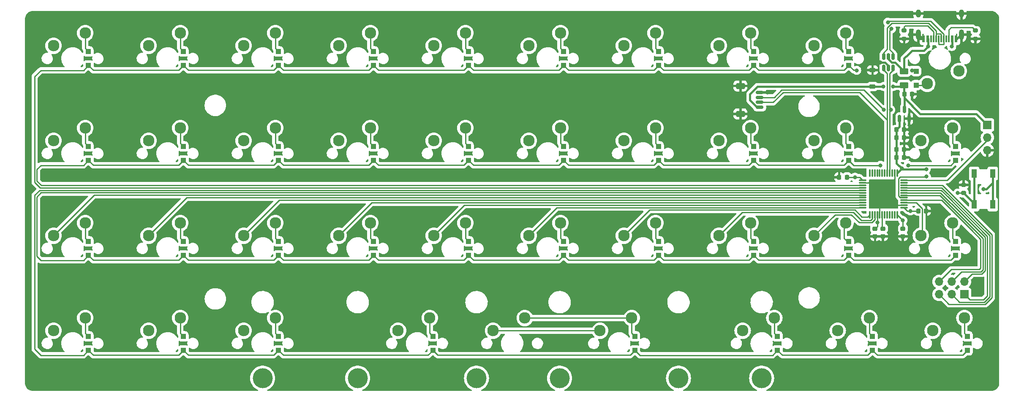
<source format=gbr>
%TF.GenerationSoftware,KiCad,Pcbnew,(7.0.0)*%
%TF.CreationDate,2023-10-03T20:21:47+02:00*%
%TF.ProjectId,qorthoz,716f7274-686f-47a2-9e6b-696361645f70,rev?*%
%TF.SameCoordinates,Original*%
%TF.FileFunction,Copper,L2,Bot*%
%TF.FilePolarity,Positive*%
%FSLAX46Y46*%
G04 Gerber Fmt 4.6, Leading zero omitted, Abs format (unit mm)*
G04 Created by KiCad (PCBNEW (7.0.0)) date 2023-10-03 20:21:47*
%MOMM*%
%LPD*%
G01*
G04 APERTURE LIST*
G04 Aperture macros list*
%AMRoundRect*
0 Rectangle with rounded corners*
0 $1 Rounding radius*
0 $2 $3 $4 $5 $6 $7 $8 $9 X,Y pos of 4 corners*
0 Add a 4 corners polygon primitive as box body*
4,1,4,$2,$3,$4,$5,$6,$7,$8,$9,$2,$3,0*
0 Add four circle primitives for the rounded corners*
1,1,$1+$1,$2,$3*
1,1,$1+$1,$4,$5*
1,1,$1+$1,$6,$7*
1,1,$1+$1,$8,$9*
0 Add four rect primitives between the rounded corners*
20,1,$1+$1,$2,$3,$4,$5,0*
20,1,$1+$1,$4,$5,$6,$7,0*
20,1,$1+$1,$6,$7,$8,$9,0*
20,1,$1+$1,$8,$9,$2,$3,0*%
G04 Aperture macros list end*
%TA.AperFunction,ComponentPad*%
%ADD10C,2.300000*%
%TD*%
%TA.AperFunction,ComponentPad*%
%ADD11C,4.000000*%
%TD*%
%TA.AperFunction,SMDPad,CuDef*%
%ADD12RoundRect,0.150000X0.150000X-0.512500X0.150000X0.512500X-0.150000X0.512500X-0.150000X-0.512500X0*%
%TD*%
%TA.AperFunction,SMDPad,CuDef*%
%ADD13R,0.600000X1.450000*%
%TD*%
%TA.AperFunction,SMDPad,CuDef*%
%ADD14R,0.300000X1.450000*%
%TD*%
%TA.AperFunction,ComponentPad*%
%ADD15O,1.000000X1.600000*%
%TD*%
%TA.AperFunction,ComponentPad*%
%ADD16O,1.000000X2.100000*%
%TD*%
%TA.AperFunction,ComponentPad*%
%ADD17R,1.700000X1.700000*%
%TD*%
%TA.AperFunction,ComponentPad*%
%ADD18O,1.700000X1.700000*%
%TD*%
%TA.AperFunction,SMDPad,CuDef*%
%ADD19RoundRect,0.250000X0.300000X-0.300000X0.300000X0.300000X-0.300000X0.300000X-0.300000X-0.300000X0*%
%TD*%
%TA.AperFunction,SMDPad,CuDef*%
%ADD20RoundRect,0.225000X0.225000X0.250000X-0.225000X0.250000X-0.225000X-0.250000X0.225000X-0.250000X0*%
%TD*%
%TA.AperFunction,SMDPad,CuDef*%
%ADD21RoundRect,0.150000X0.150000X-0.587500X0.150000X0.587500X-0.150000X0.587500X-0.150000X-0.587500X0*%
%TD*%
%TA.AperFunction,SMDPad,CuDef*%
%ADD22RoundRect,0.225000X-0.225000X-0.250000X0.225000X-0.250000X0.225000X0.250000X-0.225000X0.250000X0*%
%TD*%
%TA.AperFunction,SMDPad,CuDef*%
%ADD23R,1.100000X1.800000*%
%TD*%
%TA.AperFunction,SMDPad,CuDef*%
%ADD24RoundRect,0.225000X-0.250000X0.225000X-0.250000X-0.225000X0.250000X-0.225000X0.250000X0.225000X0*%
%TD*%
%TA.AperFunction,SMDPad,CuDef*%
%ADD25RoundRect,0.225000X0.375000X-0.225000X0.375000X0.225000X-0.375000X0.225000X-0.375000X-0.225000X0*%
%TD*%
%TA.AperFunction,SMDPad,CuDef*%
%ADD26RoundRect,0.200000X0.275000X-0.200000X0.275000X0.200000X-0.275000X0.200000X-0.275000X-0.200000X0*%
%TD*%
%TA.AperFunction,SMDPad,CuDef*%
%ADD27RoundRect,0.200000X-0.275000X0.200000X-0.275000X-0.200000X0.275000X-0.200000X0.275000X0.200000X0*%
%TD*%
%TA.AperFunction,SMDPad,CuDef*%
%ADD28RoundRect,0.150000X0.625000X-0.150000X0.625000X0.150000X-0.625000X0.150000X-0.625000X-0.150000X0*%
%TD*%
%TA.AperFunction,SMDPad,CuDef*%
%ADD29RoundRect,0.250000X0.650000X-0.350000X0.650000X0.350000X-0.650000X0.350000X-0.650000X-0.350000X0*%
%TD*%
%TA.AperFunction,SMDPad,CuDef*%
%ADD30RoundRect,0.075000X0.075000X-0.662500X0.075000X0.662500X-0.075000X0.662500X-0.075000X-0.662500X0*%
%TD*%
%TA.AperFunction,SMDPad,CuDef*%
%ADD31RoundRect,0.075000X0.662500X-0.075000X0.662500X0.075000X-0.662500X0.075000X-0.662500X-0.075000X0*%
%TD*%
%TA.AperFunction,SMDPad,CuDef*%
%ADD32RoundRect,0.250000X-0.300000X0.300000X-0.300000X-0.300000X0.300000X-0.300000X0.300000X0.300000X0*%
%TD*%
%TA.AperFunction,SMDPad,CuDef*%
%ADD33RoundRect,0.250000X-0.625000X0.375000X-0.625000X-0.375000X0.625000X-0.375000X0.625000X0.375000X0*%
%TD*%
%TA.AperFunction,ViaPad*%
%ADD34C,0.800000*%
%TD*%
%TA.AperFunction,Conductor*%
%ADD35C,0.250000*%
%TD*%
%TA.AperFunction,Conductor*%
%ADD36C,0.381000*%
%TD*%
G04 APERTURE END LIST*
D10*
%TO.P,MX20,1,1*%
%TO.N,COL9*%
X208121250Y-46672500D03*
%TO.P,MX20,2,2*%
%TO.N,Net-(D20-A)*%
X214471250Y-44132500D03*
%TD*%
%TO.P,MX36,1,1*%
%TO.N,COL7*%
X172402500Y-84772500D03*
%TO.P,MX36,2,2*%
%TO.N,Net-(D36-A)*%
X178752500Y-82232500D03*
%TD*%
%TO.P,MX37,1,1*%
%TO.N,COL8*%
X191452500Y-84772500D03*
%TO.P,MX37,2,2*%
%TO.N,Net-(D37-A)*%
X197802500Y-82232500D03*
%TD*%
%TO.P,MX18,1,1*%
%TO.N,COL7*%
X167640000Y-46672500D03*
%TO.P,MX18,2,2*%
%TO.N,Net-(D18-A)*%
X173990000Y-44132500D03*
%TD*%
%TO.P,MX35,1,1*%
%TO.N,COL6*%
X143827500Y-84772500D03*
%TO.P,MX35,2,2*%
%TO.N,Net-(D35-A)*%
X150177500Y-82232500D03*
%TD*%
%TO.P,MX1,1,1*%
%TO.N,COL0*%
X34290000Y-27622500D03*
%TO.P,MX1,2,2*%
%TO.N,Net-(D1-A)*%
X40640000Y-25082500D03*
%TD*%
%TO.P,MX34,1,1*%
%TO.N,COL4*%
X103346250Y-84772500D03*
%TO.P,MX34,2,2*%
%TO.N,Net-(D34-A)*%
X109696250Y-82232500D03*
%TD*%
%TO.P,MX28,1,1*%
%TO.N,COL7*%
X167640000Y-65722500D03*
%TO.P,MX28,2,2*%
%TO.N,Net-(D28-A)*%
X173990000Y-63182500D03*
%TD*%
%TO.P,MX9,1,1*%
%TO.N,COL8*%
X186690000Y-27622500D03*
%TO.P,MX9,2,2*%
%TO.N,Net-(D9-A)*%
X193040000Y-25082500D03*
%TD*%
%TO.P,MX6,1,1*%
%TO.N,COL5*%
X129540000Y-27622500D03*
%TO.P,MX6,2,2*%
%TO.N,Net-(D6-A)*%
X135890000Y-25082500D03*
%TD*%
%TO.P,MX24,1,1*%
%TO.N,COL3*%
X91440000Y-65722500D03*
%TO.P,MX24,2,2*%
%TO.N,Net-(D24-A)*%
X97790000Y-63182500D03*
%TD*%
%TO.P,MX15,1,1*%
%TO.N,COL4*%
X110490000Y-46672500D03*
%TO.P,MX15,2,2*%
%TO.N,Net-(D15-A)*%
X116840000Y-44132500D03*
%TD*%
%TO.P,MX17,1,1*%
%TO.N,COL6*%
X148590000Y-46672500D03*
%TO.P,MX17,2,2*%
%TO.N,Net-(D17-A)*%
X154940000Y-44132500D03*
%TD*%
%TO.P,MX16,1,1*%
%TO.N,COL5*%
X129540000Y-46672500D03*
%TO.P,MX16,2,2*%
%TO.N,Net-(D16-A)*%
X135890000Y-44132500D03*
%TD*%
%TO.P,MX19,1,1*%
%TO.N,COL8*%
X186690000Y-46672500D03*
%TO.P,MX19,2,2*%
%TO.N,Net-(D19-A)*%
X193040000Y-44132500D03*
%TD*%
%TO.P,MX25,1,1*%
%TO.N,COL4*%
X110490000Y-65722500D03*
%TO.P,MX25,2,2*%
%TO.N,Net-(D25-A)*%
X116840000Y-63182500D03*
%TD*%
%TO.P,MX21,1,1*%
%TO.N,COL0*%
X34290000Y-65722500D03*
%TO.P,MX21,2,2*%
%TO.N,Net-(D21-A)*%
X40640000Y-63182500D03*
%TD*%
%TO.P,MX22,1,1*%
%TO.N,COL1*%
X53340000Y-65722500D03*
%TO.P,MX22,2,2*%
%TO.N,Net-(D22-A)*%
X59690000Y-63182500D03*
%TD*%
D11*
%TO.P,S3,*%
%TO.N,*%
X176212500Y-94297500D03*
X76200000Y-94297500D03*
%TD*%
D10*
%TO.P,MX5,1,1*%
%TO.N,COL4*%
X110490000Y-27622500D03*
%TO.P,MX5,2,2*%
%TO.N,Net-(D5-A)*%
X116840000Y-25082500D03*
%TD*%
%TO.P,MX10,1,1*%
%TO.N,COL9*%
X215741250Y-32702500D03*
%TO.P,MX10,2,2*%
%TO.N,Net-(D10-A)*%
X209391250Y-35242500D03*
%TD*%
%TO.P,MX12,1,1*%
%TO.N,COL1*%
X53340000Y-46672500D03*
%TO.P,MX12,2,2*%
%TO.N,Net-(D12-A)*%
X59690000Y-44132500D03*
%TD*%
%TO.P,MX29,1,1*%
%TO.N,COL8*%
X186690000Y-65722500D03*
%TO.P,MX29,2,2*%
%TO.N,Net-(D29-A)*%
X193040000Y-63182500D03*
%TD*%
%TO.P,MX14,1,1*%
%TO.N,COL3*%
X91440000Y-46672500D03*
%TO.P,MX14,2,2*%
%TO.N,Net-(D14-A)*%
X97790000Y-44132500D03*
%TD*%
%TO.P,MX32,1,1*%
%TO.N,COL1*%
X53340000Y-84772500D03*
%TO.P,MX32,2,2*%
%TO.N,Net-(D32-A)*%
X59690000Y-82232500D03*
%TD*%
%TO.P,MX26,1,1*%
%TO.N,COL5*%
X129540000Y-65722500D03*
%TO.P,MX26,2,2*%
%TO.N,Net-(D26-A)*%
X135890000Y-63182500D03*
%TD*%
%TO.P,MX33,1,1*%
%TO.N,COL2*%
X72390000Y-84772500D03*
%TO.P,MX33,2,2*%
%TO.N,Net-(D33-A)*%
X78740000Y-82232500D03*
%TD*%
%TO.P,MX3,1,1*%
%TO.N,COL2*%
X72390000Y-27622500D03*
%TO.P,MX3,2,2*%
%TO.N,Net-(D3-A)*%
X78740000Y-25082500D03*
%TD*%
%TO.P,MX23,1,1*%
%TO.N,COL2*%
X72390000Y-65722500D03*
%TO.P,MX23,2,2*%
%TO.N,Net-(D23-A)*%
X78740000Y-63182500D03*
%TD*%
%TO.P,MX27,1,1*%
%TO.N,COL6*%
X148590000Y-65722500D03*
%TO.P,MX27,2,2*%
%TO.N,Net-(D27-A)*%
X154940000Y-63182500D03*
%TD*%
%TO.P,MX39,1,1*%
%TO.N,COL6*%
X122396250Y-84772500D03*
%TO.P,MX39,2,2*%
%TO.N,Net-(D35-A)*%
X128746250Y-82232500D03*
%TD*%
%TO.P,MX4,1,1*%
%TO.N,COL3*%
X91440000Y-27622500D03*
%TO.P,MX4,2,2*%
%TO.N,Net-(D4-A)*%
X97790000Y-25082500D03*
%TD*%
D11*
%TO.P,S2,*%
%TO.N,*%
X159543750Y-94297500D03*
X135731250Y-94297500D03*
%TD*%
D10*
%TO.P,MX8,1,1*%
%TO.N,COL7*%
X167640000Y-27622500D03*
%TO.P,MX8,2,2*%
%TO.N,Net-(D8-A)*%
X173990000Y-25082500D03*
%TD*%
%TO.P,MX13,1,1*%
%TO.N,COL2*%
X72390000Y-46672500D03*
%TO.P,MX13,2,2*%
%TO.N,Net-(D13-A)*%
X78740000Y-44132500D03*
%TD*%
%TO.P,MX31,1,1*%
%TO.N,COL0*%
X34290000Y-84772500D03*
%TO.P,MX31,2,2*%
%TO.N,Net-(D31-A)*%
X40640000Y-82232500D03*
%TD*%
%TO.P,MX38,1,1*%
%TO.N,COL9*%
X210502500Y-84772500D03*
%TO.P,MX38,2,2*%
%TO.N,Net-(D38-A)*%
X216852500Y-82232500D03*
%TD*%
%TO.P,MX7,1,1*%
%TO.N,COL6*%
X148590000Y-27622500D03*
%TO.P,MX7,2,2*%
%TO.N,Net-(D7-A)*%
X154940000Y-25082500D03*
%TD*%
%TO.P,MX2,1,1*%
%TO.N,COL1*%
X53340000Y-27622500D03*
%TO.P,MX2,2,2*%
%TO.N,Net-(D2-A)*%
X59690000Y-25082500D03*
%TD*%
%TO.P,MX11,1,1*%
%TO.N,COL0*%
X34290000Y-46672500D03*
%TO.P,MX11,2,2*%
%TO.N,Net-(D11-A)*%
X40640000Y-44132500D03*
%TD*%
%TO.P,MX30,1,1*%
%TO.N,COL9*%
X208121250Y-65722500D03*
%TO.P,MX30,2,2*%
%TO.N,Net-(D30-A)*%
X214471250Y-63182500D03*
%TD*%
D11*
%TO.P,S1,*%
%TO.N,*%
X119062500Y-94297500D03*
X95250000Y-94297500D03*
%TD*%
D12*
%TO.P,U1,1,I/O1*%
%TO.N,D_P*%
X202562500Y-32093750D03*
%TO.P,U1,2,GND*%
%TO.N,GND*%
X201612500Y-32093750D03*
%TO.P,U1,3,I/O2*%
%TO.N,D_N*%
X200662500Y-32093750D03*
%TO.P,U1,4,I/O2*%
%TO.N,D_USB_N*%
X200662500Y-29818750D03*
%TO.P,U1,5,VBUS*%
%TO.N,VBUS*%
X201612500Y-29818750D03*
%TO.P,U1,6,I/O1*%
%TO.N,D_USB_P*%
X202562500Y-29818750D03*
%TD*%
D13*
%TO.P,J1,A1,GND*%
%TO.N,GND*%
X208681249Y-26269999D03*
%TO.P,J1,A4,VBUS*%
%TO.N,VBUS*%
X209481249Y-26269999D03*
D14*
%TO.P,J1,A5,CC1*%
%TO.N,/CC1*%
X210681249Y-26269999D03*
%TO.P,J1,A6,D+*%
%TO.N,D_USB_P*%
X211681249Y-26269999D03*
%TO.P,J1,A7,D-*%
%TO.N,D_USB_N*%
X212181249Y-26269999D03*
%TO.P,J1,A8,SBU1*%
%TO.N,unconnected-(J1-SBU1-PadA8)*%
X213181249Y-26269999D03*
D13*
%TO.P,J1,A9,VBUS*%
%TO.N,VBUS*%
X214381249Y-26269999D03*
%TO.P,J1,A12,GND*%
%TO.N,GND*%
X215181249Y-26269999D03*
%TO.P,J1,B1,GND*%
X215181249Y-26269999D03*
%TO.P,J1,B4,VBUS*%
%TO.N,VBUS*%
X214381249Y-26269999D03*
D14*
%TO.P,J1,B5,CC2*%
%TO.N,/CC2*%
X213681249Y-26269999D03*
%TO.P,J1,B6,D+*%
%TO.N,D_USB_P*%
X212681249Y-26269999D03*
%TO.P,J1,B7,D-*%
%TO.N,D_USB_N*%
X211181249Y-26269999D03*
%TO.P,J1,B8,SBU2*%
%TO.N,unconnected-(J1-SBU2-PadB8)*%
X210181249Y-26269999D03*
D13*
%TO.P,J1,B9,VBUS*%
%TO.N,VBUS*%
X209481249Y-26269999D03*
%TO.P,J1,B12,GND*%
%TO.N,GND*%
X208681249Y-26269999D03*
D15*
%TO.P,J1,S1,SHIELD*%
X207611249Y-21174999D03*
D16*
X207611249Y-25354999D03*
D15*
X216251249Y-21174999D03*
D16*
X216251249Y-25354999D03*
%TD*%
D17*
%TO.P,J4,1,Pin_1*%
%TO.N,B5*%
X216837499Y-77474999D03*
D18*
%TO.P,J4,2,Pin_2*%
%TO.N,B6*%
X216837499Y-74934999D03*
%TO.P,J4,3,Pin_3*%
%TO.N,B4*%
X214297499Y-77474999D03*
%TO.P,J4,4,Pin_4*%
%TO.N,B7*%
X214297499Y-74934999D03*
%TO.P,J4,5,Pin_5*%
%TO.N,B3*%
X211757499Y-77474999D03*
%TO.P,J4,6,Pin_6*%
%TO.N,B8*%
X211757499Y-74934999D03*
%TD*%
D19*
%TO.P,D30,1,K*%
%TO.N,ROW2*%
X215106250Y-69662500D03*
%TO.P,D30,2,A*%
%TO.N,Net-(D30-A)*%
X215106250Y-66862500D03*
%TD*%
D20*
%TO.P,C6,1*%
%TO.N,+3V3*%
X193301431Y-53984079D03*
%TO.P,C6,2*%
%TO.N,GND*%
X191751431Y-53984079D03*
%TD*%
D19*
%TO.P,D26,1,K*%
%TO.N,ROW2*%
X136525000Y-69662500D03*
%TO.P,D26,2,A*%
%TO.N,Net-(D26-A)*%
X136525000Y-66862500D03*
%TD*%
%TO.P,D34,1,K*%
%TO.N,ROW3*%
X110331250Y-88712500D03*
%TO.P,D34,2,A*%
%TO.N,Net-(D34-A)*%
X110331250Y-85912500D03*
%TD*%
%TO.P,D21,1,K*%
%TO.N,ROW2*%
X41275000Y-69662500D03*
%TO.P,D21,2,A*%
%TO.N,Net-(D21-A)*%
X41275000Y-66862500D03*
%TD*%
%TO.P,D15,1,K*%
%TO.N,ROW1*%
X117475000Y-50612500D03*
%TO.P,D15,2,A*%
%TO.N,Net-(D15-A)*%
X117475000Y-47812500D03*
%TD*%
D21*
%TO.P,U3,1,GND*%
%TO.N,GND*%
X205756250Y-42212500D03*
%TO.P,U3,2,VO*%
%TO.N,+3V3*%
X203856250Y-42212500D03*
%TO.P,U3,3,VI*%
%TO.N,+5V*%
X204806250Y-40337500D03*
%TD*%
D22*
%TO.P,C8,1*%
%TO.N,+3V3*%
X207626431Y-60749257D03*
%TO.P,C8,2*%
%TO.N,GND*%
X209176431Y-60749257D03*
%TD*%
D19*
%TO.P,D12,1,K*%
%TO.N,ROW1*%
X60325000Y-50612500D03*
%TO.P,D12,2,A*%
%TO.N,Net-(D12-A)*%
X60325000Y-47812500D03*
%TD*%
%TO.P,D27,1,K*%
%TO.N,ROW2*%
X155575000Y-69662500D03*
%TO.P,D27,2,A*%
%TO.N,Net-(D27-A)*%
X155575000Y-66862500D03*
%TD*%
%TO.P,D35,1,K*%
%TO.N,ROW3*%
X150812500Y-88712500D03*
%TO.P,D35,2,A*%
%TO.N,Net-(D35-A)*%
X150812500Y-85912500D03*
%TD*%
D17*
%TO.P,J2,1,Pin_1*%
%TO.N,+5V*%
X221456249Y-43497499D03*
D18*
%TO.P,J2,2,Pin_2*%
%TO.N,RGB*%
X221456249Y-46037499D03*
%TO.P,J2,3,Pin_3*%
%TO.N,GND*%
X221456249Y-48577499D03*
%TD*%
D19*
%TO.P,D3,1,K*%
%TO.N,ROW0*%
X79375000Y-31562500D03*
%TO.P,D3,2,A*%
%TO.N,Net-(D3-A)*%
X79375000Y-28762500D03*
%TD*%
%TO.P,D29,1,K*%
%TO.N,ROW2*%
X193675000Y-69662500D03*
%TO.P,D29,2,A*%
%TO.N,Net-(D29-A)*%
X193675000Y-66862500D03*
%TD*%
D23*
%TO.P,SW1,1,1*%
%TO.N,+3V3*%
X222512499Y-59456249D03*
X222512499Y-53256249D03*
%TO.P,SW1,2,2*%
%TO.N,BOOT0*%
X218812499Y-59456249D03*
X218812499Y-53256249D03*
%TD*%
D20*
%TO.P,C1,1*%
%TO.N,GND*%
X206356250Y-37306250D03*
%TO.P,C1,2*%
%TO.N,+5V*%
X204806250Y-37306250D03*
%TD*%
D19*
%TO.P,D28,1,K*%
%TO.N,ROW2*%
X174625000Y-69662500D03*
%TO.P,D28,2,A*%
%TO.N,Net-(D28-A)*%
X174625000Y-66862500D03*
%TD*%
%TO.P,D23,1,K*%
%TO.N,ROW2*%
X79375000Y-69662500D03*
%TO.P,D23,2,A*%
%TO.N,Net-(D23-A)*%
X79375000Y-66862500D03*
%TD*%
%TO.P,D16,1,K*%
%TO.N,ROW1*%
X136525000Y-50612500D03*
%TO.P,D16,2,A*%
%TO.N,Net-(D16-A)*%
X136525000Y-47812500D03*
%TD*%
%TO.P,D8,1,K*%
%TO.N,ROW0*%
X174625000Y-31562500D03*
%TO.P,D8,2,A*%
%TO.N,Net-(D8-A)*%
X174625000Y-28762500D03*
%TD*%
D20*
%TO.P,C2,1*%
%TO.N,GND*%
X204787500Y-44450000D03*
%TO.P,C2,2*%
%TO.N,+3V3*%
X203237500Y-44450000D03*
%TD*%
D22*
%TO.P,C9,1*%
%TO.N,+3V3*%
X203237500Y-50006250D03*
%TO.P,C9,2*%
%TO.N,GND*%
X204787500Y-50006250D03*
%TD*%
D19*
%TO.P,D11,1,K*%
%TO.N,ROW1*%
X41275000Y-50612500D03*
%TO.P,D11,2,A*%
%TO.N,Net-(D11-A)*%
X41275000Y-47812500D03*
%TD*%
D24*
%TO.P,C10,1*%
%TO.N,NRST*%
X200536431Y-64302829D03*
%TO.P,C10,2*%
%TO.N,GND*%
X200536431Y-65852829D03*
%TD*%
D25*
%TO.P,D_PWR1,1,A1*%
%TO.N,+5V*%
X198437500Y-35781250D03*
%TO.P,D_PWR1,2,A2*%
%TO.N,GND*%
X198437500Y-32481250D03*
%TD*%
D19*
%TO.P,D33,1,K*%
%TO.N,ROW3*%
X79375000Y-88712500D03*
%TO.P,D33,2,A*%
%TO.N,Net-(D33-A)*%
X79375000Y-85912500D03*
%TD*%
D24*
%TO.P,C7,1*%
%TO.N,+3V3*%
X204521075Y-64303146D03*
%TO.P,C7,2*%
%TO.N,GND*%
X204521075Y-65853146D03*
%TD*%
D19*
%TO.P,D13,1,K*%
%TO.N,ROW1*%
X79375000Y-50612500D03*
%TO.P,D13,2,A*%
%TO.N,Net-(D13-A)*%
X79375000Y-47812500D03*
%TD*%
%TO.P,D20,1,K*%
%TO.N,ROW1*%
X215106250Y-50612500D03*
%TO.P,D20,2,A*%
%TO.N,Net-(D20-A)*%
X215106250Y-47812500D03*
%TD*%
D22*
%TO.P,C4,1*%
%TO.N,+3V3*%
X203237500Y-48418750D03*
%TO.P,C4,2*%
%TO.N,GND*%
X204787500Y-48418750D03*
%TD*%
D19*
%TO.P,D37,1,K*%
%TO.N,ROW3*%
X198437500Y-88712500D03*
%TO.P,D37,2,A*%
%TO.N,Net-(D37-A)*%
X198437500Y-85912500D03*
%TD*%
%TO.P,D25,1,K*%
%TO.N,ROW2*%
X117475000Y-69662500D03*
%TO.P,D25,2,A*%
%TO.N,Net-(D25-A)*%
X117475000Y-66862500D03*
%TD*%
D26*
%TO.P,R3,1*%
%TO.N,BOOT0*%
X216693750Y-57150000D03*
%TO.P,R3,2*%
%TO.N,GND*%
X216693750Y-55500000D03*
%TD*%
D27*
%TO.P,R2,1*%
%TO.N,/CC2*%
X219075000Y-24575000D03*
%TO.P,R2,2*%
%TO.N,GND*%
X219075000Y-26225000D03*
%TD*%
D19*
%TO.P,D31,1,K*%
%TO.N,ROW3*%
X41275000Y-88712500D03*
%TO.P,D31,2,A*%
%TO.N,Net-(D31-A)*%
X41275000Y-85912500D03*
%TD*%
%TO.P,D1,1,K*%
%TO.N,ROW0*%
X41275000Y-31562500D03*
%TO.P,D1,2,A*%
%TO.N,Net-(D1-A)*%
X41275000Y-28762500D03*
%TD*%
%TO.P,D38,1,K*%
%TO.N,ROW3*%
X217487500Y-88712500D03*
%TO.P,D38,2,A*%
%TO.N,Net-(D38-A)*%
X217487500Y-85912500D03*
%TD*%
%TO.P,D5,1,K*%
%TO.N,ROW0*%
X117475000Y-31562500D03*
%TO.P,D5,2,A*%
%TO.N,Net-(D5-A)*%
X117475000Y-28762500D03*
%TD*%
D27*
%TO.P,R1,1*%
%TO.N,/CC1*%
X204787500Y-24575000D03*
%TO.P,R1,2*%
%TO.N,GND*%
X204787500Y-26225000D03*
%TD*%
D19*
%TO.P,D18,1,K*%
%TO.N,ROW1*%
X174625000Y-50612500D03*
%TO.P,D18,2,A*%
%TO.N,Net-(D18-A)*%
X174625000Y-47812500D03*
%TD*%
%TO.P,D22,1,K*%
%TO.N,ROW2*%
X60325000Y-69662500D03*
%TO.P,D22,2,A*%
%TO.N,Net-(D22-A)*%
X60325000Y-66862500D03*
%TD*%
%TO.P,D17,1,K*%
%TO.N,ROW1*%
X155575000Y-50612500D03*
%TO.P,D17,2,A*%
%TO.N,Net-(D17-A)*%
X155575000Y-47812500D03*
%TD*%
D24*
%TO.P,C5,1*%
%TO.N,+3V3*%
X198948931Y-64302829D03*
%TO.P,C5,2*%
%TO.N,GND*%
X198948931Y-65852829D03*
%TD*%
D22*
%TO.P,C3,1*%
%TO.N,+3V3*%
X203237500Y-46037500D03*
%TO.P,C3,2*%
%TO.N,GND*%
X204787500Y-46037500D03*
%TD*%
D28*
%TO.P,J3,1,Pin_1*%
%TO.N,+5V*%
X175831250Y-39975000D03*
%TO.P,J3,2,Pin_2*%
%TO.N,D_N*%
X175831250Y-38975000D03*
%TO.P,J3,3,Pin_3*%
%TO.N,D_P*%
X175831250Y-37975000D03*
%TO.P,J3,4,Pin_4*%
%TO.N,GND*%
X175831250Y-36975000D03*
D29*
%TO.P,J3,MP,MountPin*%
X171956250Y-41275000D03*
X171956250Y-35675000D03*
%TD*%
D19*
%TO.P,D19,1,K*%
%TO.N,ROW1*%
X193675000Y-50612500D03*
%TO.P,D19,2,A*%
%TO.N,Net-(D19-A)*%
X193675000Y-47812500D03*
%TD*%
%TO.P,D14,1,K*%
%TO.N,ROW1*%
X98425000Y-50612500D03*
%TO.P,D14,2,A*%
%TO.N,Net-(D14-A)*%
X98425000Y-47812500D03*
%TD*%
D30*
%TO.P,U2,1,VBAT*%
%TO.N,+3V3*%
X203376431Y-61515329D03*
%TO.P,U2,2,PC13*%
%TO.N,unconnected-(U2-PC13-Pad2)*%
X202876431Y-61515329D03*
%TO.P,U2,3,PC14*%
%TO.N,unconnected-(U2-PC14-Pad3)*%
X202376431Y-61515329D03*
%TO.P,U2,4,PC15*%
%TO.N,unconnected-(U2-PC15-Pad4)*%
X201876431Y-61515329D03*
%TO.P,U2,5,PF0*%
%TO.N,unconnected-(U2-PF0-Pad5)*%
X201376431Y-61515329D03*
%TO.P,U2,6,PF1*%
%TO.N,unconnected-(U2-PF1-Pad6)*%
X200876431Y-61515329D03*
%TO.P,U2,7,NRST*%
%TO.N,NRST*%
X200376431Y-61515329D03*
%TO.P,U2,8,VSSA*%
%TO.N,GND*%
X199876431Y-61515329D03*
%TO.P,U2,9,VDDA*%
%TO.N,+3V3*%
X199376431Y-61515329D03*
%TO.P,U2,10,PA0*%
%TO.N,COL8*%
X198876431Y-61515329D03*
%TO.P,U2,11,PA1*%
%TO.N,COL7*%
X198376431Y-61515329D03*
%TO.P,U2,12,PA2*%
%TO.N,COL6*%
X197876431Y-61515329D03*
D31*
%TO.P,U2,13,PA3*%
%TO.N,COL5*%
X196463931Y-60102829D03*
%TO.P,U2,14,PA4*%
%TO.N,COL4*%
X196463931Y-59602829D03*
%TO.P,U2,15,PA5*%
%TO.N,COL3*%
X196463931Y-59102829D03*
%TO.P,U2,16,PA6*%
%TO.N,COL2*%
X196463931Y-58602829D03*
%TO.P,U2,17,PA7*%
%TO.N,COL1*%
X196463931Y-58102829D03*
%TO.P,U2,18,PB0*%
%TO.N,COL0*%
X196463931Y-57602829D03*
%TO.P,U2,19,PB1*%
%TO.N,ROW2*%
X196463931Y-57102829D03*
%TO.P,U2,20,PB2*%
%TO.N,ROW3*%
X196463931Y-56602829D03*
%TO.P,U2,21,PB10*%
%TO.N,ROW0*%
X196463931Y-56102829D03*
%TO.P,U2,22,PB11*%
%TO.N,ROW1*%
X196463931Y-55602829D03*
%TO.P,U2,23,VSS*%
%TO.N,GND*%
X196463931Y-55102829D03*
%TO.P,U2,24,VDD*%
%TO.N,+3V3*%
X196463931Y-54602829D03*
D30*
%TO.P,U2,25,PB12*%
%TO.N,unconnected-(U2-PB12-Pad25)*%
X197876431Y-53190329D03*
%TO.P,U2,26,PB13*%
%TO.N,unconnected-(U2-PB13-Pad26)*%
X198376431Y-53190329D03*
%TO.P,U2,27,PB14*%
%TO.N,unconnected-(U2-PB14-Pad27)*%
X198876431Y-53190329D03*
%TO.P,U2,28,PB15*%
%TO.N,unconnected-(U2-PB15-Pad28)*%
X199376431Y-53190329D03*
%TO.P,U2,29,PA8*%
%TO.N,unconnected-(U2-PA8-Pad29)*%
X199876431Y-53190329D03*
%TO.P,U2,30,PA9*%
%TO.N,unconnected-(U2-PA9-Pad30)*%
X200376431Y-53190329D03*
%TO.P,U2,31,PA10*%
%TO.N,unconnected-(U2-PA10-Pad31)*%
X200876431Y-53190329D03*
%TO.P,U2,32,PA11*%
%TO.N,D_N*%
X201376431Y-53190329D03*
%TO.P,U2,33,PA12*%
%TO.N,D_P*%
X201876431Y-53190329D03*
%TO.P,U2,34,PA13*%
%TO.N,unconnected-(U2-PA13-Pad34)*%
X202376431Y-53190329D03*
%TO.P,U2,35,VSS*%
%TO.N,GND*%
X202876431Y-53190329D03*
%TO.P,U2,36,VDDIO2*%
%TO.N,+3V3*%
X203376431Y-53190329D03*
D31*
%TO.P,U2,37,PA14*%
%TO.N,RGB*%
X204788931Y-54602829D03*
%TO.P,U2,38,PA15*%
%TO.N,unconnected-(U2-PA15-Pad38)*%
X204788931Y-55102829D03*
%TO.P,U2,39,PB3*%
%TO.N,B3*%
X204788931Y-55602829D03*
%TO.P,U2,40,PB4*%
%TO.N,B4*%
X204788931Y-56102829D03*
%TO.P,U2,41,PB5*%
%TO.N,B5*%
X204788931Y-56602829D03*
%TO.P,U2,42,PB6*%
%TO.N,B6*%
X204788931Y-57102829D03*
%TO.P,U2,43,PB7*%
%TO.N,B7*%
X204788931Y-57602829D03*
%TO.P,U2,44,BOOT0*%
%TO.N,BOOT0*%
X204788931Y-58102829D03*
%TO.P,U2,45,PB8*%
%TO.N,B8*%
X204788931Y-58602829D03*
%TO.P,U2,46,PB9*%
%TO.N,COL9*%
X204788931Y-59102829D03*
%TO.P,U2,47,VSS*%
%TO.N,GND*%
X204788931Y-59602829D03*
%TO.P,U2,48,VDD*%
%TO.N,+3V3*%
X204788931Y-60102829D03*
%TD*%
D32*
%TO.P,D10,1,K*%
%TO.N,ROW0*%
X207168750Y-32731250D03*
%TO.P,D10,2,A*%
%TO.N,Net-(D10-A)*%
X207168750Y-35531250D03*
%TD*%
D19*
%TO.P,D9,1,K*%
%TO.N,ROW0*%
X193675000Y-31562500D03*
%TO.P,D9,2,A*%
%TO.N,Net-(D9-A)*%
X193675000Y-28762500D03*
%TD*%
%TO.P,D7,1,K*%
%TO.N,ROW0*%
X155575000Y-31562500D03*
%TO.P,D7,2,A*%
%TO.N,Net-(D7-A)*%
X155575000Y-28762500D03*
%TD*%
%TO.P,D36,1,K*%
%TO.N,ROW3*%
X179387500Y-88712500D03*
%TO.P,D36,2,A*%
%TO.N,Net-(D36-A)*%
X179387500Y-85912500D03*
%TD*%
%TO.P,D32,1,K*%
%TO.N,ROW3*%
X60325000Y-88712500D03*
%TO.P,D32,2,A*%
%TO.N,Net-(D32-A)*%
X60325000Y-85912500D03*
%TD*%
D33*
%TO.P,F1,1*%
%TO.N,VBUS*%
X204787500Y-32731250D03*
%TO.P,F1,2*%
%TO.N,+5V*%
X204787500Y-35531250D03*
%TD*%
D19*
%TO.P,D2,1,K*%
%TO.N,ROW0*%
X60325000Y-31562500D03*
%TO.P,D2,2,A*%
%TO.N,Net-(D2-A)*%
X60325000Y-28762500D03*
%TD*%
%TO.P,D4,1,K*%
%TO.N,ROW0*%
X98425000Y-31562500D03*
%TO.P,D4,2,A*%
%TO.N,Net-(D4-A)*%
X98425000Y-28762500D03*
%TD*%
%TO.P,D6,1,K*%
%TO.N,ROW0*%
X136525000Y-31562500D03*
%TO.P,D6,2,A*%
%TO.N,Net-(D6-A)*%
X136525000Y-28762500D03*
%TD*%
%TO.P,D24,1,K*%
%TO.N,ROW2*%
X98425000Y-69662500D03*
%TO.P,D24,2,A*%
%TO.N,Net-(D24-A)*%
X98425000Y-66862500D03*
%TD*%
D34*
%TO.N,ROW0*%
X206375000Y-32543750D03*
X195262500Y-32543750D03*
%TO.N,ROW1*%
X200025000Y-51593750D03*
X205581250Y-51593750D03*
%TO.N,GND*%
X171956250Y-38468361D03*
X198437500Y-30956250D03*
X207962500Y-37306250D03*
X219075000Y-27781250D03*
X216693750Y-53943750D03*
X177435381Y-36976683D03*
X204534694Y-67107427D03*
X221456250Y-50800000D03*
X200463931Y-57159079D03*
X190145181Y-53984079D03*
X204787500Y-27781250D03*
X205763431Y-44450000D03*
X200025000Y-30956250D03*
X210582118Y-60766160D03*
X211931250Y-22225000D03*
X200528197Y-67105470D03*
X198904444Y-67138835D03*
%TO.N,+5V*%
X200638000Y-35785333D03*
X202587000Y-35785333D03*
%TO.N,+3V3*%
X199376431Y-63034967D03*
X206020181Y-60749257D03*
X194907681Y-53984079D03*
X220662500Y-56356250D03*
X204505181Y-62644079D03*
X209195181Y-52396579D03*
X204301431Y-52265329D03*
%TO.N,VBUS*%
X214312500Y-27781250D03*
X209550000Y-27781250D03*
%TO.N,D_USB_P*%
X201497076Y-22903326D03*
X202213819Y-24235779D03*
%TO.N,BOOT0*%
X209223136Y-53869250D03*
X215540810Y-57155779D03*
%TO.N,D_P*%
X200651931Y-40481250D03*
X202100931Y-40481250D03*
%TD*%
D35*
%TO.N,Net-(D1-A)*%
X40640000Y-28127500D02*
X41275000Y-28762500D01*
X40640000Y-25082500D02*
X40640000Y-28127500D01*
%TO.N,Net-(D2-A)*%
X59690000Y-25082500D02*
X59690000Y-28127500D01*
X59690000Y-28127500D02*
X60325000Y-28762500D01*
%TO.N,Net-(D3-A)*%
X78740000Y-28127500D02*
X79375000Y-28762500D01*
X78740000Y-25082500D02*
X78740000Y-28127500D01*
%TO.N,Net-(D4-A)*%
X97790000Y-28127500D02*
X98425000Y-28762500D01*
X97790000Y-25082500D02*
X97790000Y-28127500D01*
%TO.N,Net-(D5-A)*%
X116840000Y-25082500D02*
X116840000Y-28127500D01*
X116840000Y-28127500D02*
X117475000Y-28762500D01*
%TO.N,Net-(D6-A)*%
X135890000Y-28127500D02*
X136525000Y-28762500D01*
X135890000Y-25082500D02*
X135890000Y-28127500D01*
%TO.N,Net-(D7-A)*%
X154940000Y-28127500D02*
X155575000Y-28762500D01*
X154940000Y-25082500D02*
X154940000Y-28127500D01*
%TO.N,Net-(D8-A)*%
X173990000Y-28127500D02*
X174625000Y-28762500D01*
X173990000Y-25082500D02*
X173990000Y-28127500D01*
%TO.N,Net-(D9-A)*%
X193040000Y-25082500D02*
X193040000Y-28127500D01*
X193040000Y-28127500D02*
X193675000Y-28762500D01*
%TO.N,Net-(D10-A)*%
X207168750Y-35531250D02*
X209102500Y-35531250D01*
X209102500Y-35531250D02*
X209391250Y-35242500D01*
%TO.N,Net-(D11-A)*%
X40640000Y-47177500D02*
X41275000Y-47812500D01*
X40640000Y-44132500D02*
X40640000Y-47177500D01*
%TO.N,Net-(D12-A)*%
X59690000Y-47177500D02*
X60325000Y-47812500D01*
X59690000Y-44132500D02*
X59690000Y-47177500D01*
%TO.N,Net-(D13-A)*%
X78740000Y-44132500D02*
X78740000Y-47177500D01*
X78740000Y-47177500D02*
X79375000Y-47812500D01*
%TO.N,Net-(D14-A)*%
X97790000Y-47177500D02*
X98425000Y-47812500D01*
X97790000Y-44132500D02*
X97790000Y-47177500D01*
%TO.N,Net-(D15-A)*%
X116840000Y-44132500D02*
X116840000Y-47177500D01*
X116840000Y-47177500D02*
X117475000Y-47812500D01*
%TO.N,Net-(D16-A)*%
X135890000Y-47177500D02*
X136525000Y-47812500D01*
X135890000Y-44132500D02*
X135890000Y-47177500D01*
%TO.N,Net-(D17-A)*%
X154940000Y-44132500D02*
X154940000Y-47177500D01*
X154940000Y-47177500D02*
X155575000Y-47812500D01*
%TO.N,Net-(D18-A)*%
X173990000Y-47177500D02*
X174625000Y-47812500D01*
X173990000Y-44132500D02*
X173990000Y-47177500D01*
%TO.N,Net-(D19-A)*%
X193040000Y-44132500D02*
X193040000Y-47177500D01*
X193040000Y-47177500D02*
X193675000Y-47812500D01*
%TO.N,Net-(D20-A)*%
X214471250Y-47177500D02*
X215106250Y-47812500D01*
X214471250Y-44132500D02*
X214471250Y-47177500D01*
%TO.N,Net-(D21-A)*%
X40640000Y-66227500D02*
X41275000Y-66862500D01*
X40640000Y-63182500D02*
X40640000Y-66227500D01*
%TO.N,Net-(D22-A)*%
X59690000Y-66227500D02*
X60325000Y-66862500D01*
X59690000Y-63182500D02*
X59690000Y-66227500D01*
%TO.N,Net-(D23-A)*%
X78740000Y-66227500D02*
X79375000Y-66862500D01*
X78740000Y-63182500D02*
X78740000Y-66227500D01*
%TO.N,Net-(D24-A)*%
X97790000Y-66227500D02*
X98425000Y-66862500D01*
X97790000Y-63182500D02*
X97790000Y-66227500D01*
%TO.N,Net-(D25-A)*%
X116840000Y-63182500D02*
X116840000Y-66227500D01*
X116840000Y-66227500D02*
X117475000Y-66862500D01*
%TO.N,Net-(D26-A)*%
X135890000Y-66227500D02*
X136525000Y-66862500D01*
X135890000Y-63182500D02*
X135890000Y-66227500D01*
%TO.N,Net-(D27-A)*%
X154940000Y-63182500D02*
X154940000Y-66227500D01*
X154940000Y-66227500D02*
X155575000Y-66862500D01*
%TO.N,Net-(D28-A)*%
X173990000Y-66227500D02*
X174625000Y-66862500D01*
X173990000Y-63182500D02*
X173990000Y-66227500D01*
%TO.N,Net-(D29-A)*%
X192685181Y-66236579D02*
X193320181Y-66871579D01*
X192685181Y-63191579D02*
X192685181Y-66236579D01*
%TO.N,Net-(D30-A)*%
X214471250Y-63182500D02*
X214471250Y-66227500D01*
X214471250Y-66227500D02*
X215106250Y-66862500D01*
%TO.N,Net-(D31-A)*%
X40640000Y-82232500D02*
X40640000Y-85277500D01*
X40640000Y-85277500D02*
X41275000Y-85912500D01*
%TO.N,Net-(D32-A)*%
X59690000Y-82232500D02*
X59690000Y-85277500D01*
X59690000Y-85277500D02*
X60325000Y-85912500D01*
%TO.N,Net-(D33-A)*%
X78740000Y-82232500D02*
X78740000Y-85277500D01*
X78740000Y-85277500D02*
X79375000Y-85912500D01*
%TO.N,Net-(D34-A)*%
X109696250Y-82232500D02*
X109696250Y-85277500D01*
X109696250Y-85277500D02*
X110331250Y-85912500D01*
%TO.N,Net-(D35-A)*%
X128746250Y-82232500D02*
X150177500Y-82232500D01*
X150177500Y-85277500D02*
X150812500Y-85912500D01*
X150177500Y-82232500D02*
X150177500Y-85277500D01*
%TO.N,Net-(D36-A)*%
X178752500Y-85277500D02*
X179387500Y-85912500D01*
X178752500Y-82232500D02*
X178752500Y-85277500D01*
%TO.N,Net-(D37-A)*%
X197802500Y-82232500D02*
X197802500Y-85277500D01*
X197802500Y-85277500D02*
X198437500Y-85912500D01*
%TO.N,Net-(D38-A)*%
X216852500Y-82232500D02*
X216852500Y-85277500D01*
X216852500Y-85277500D02*
X217487500Y-85912500D01*
%TO.N,ROW0*%
X174625000Y-31562500D02*
X175593900Y-32531400D01*
X117475000Y-31562500D02*
X118443900Y-32531400D01*
X154606100Y-32531400D02*
X155575000Y-31562500D01*
X196818750Y-56093750D02*
X31613604Y-56093750D01*
X193675000Y-31562500D02*
X194643900Y-32531400D01*
X61293900Y-32531400D02*
X78406100Y-32531400D01*
X99393900Y-32531400D02*
X116506100Y-32531400D01*
X31613604Y-56093750D02*
X30506250Y-54986396D01*
X206375000Y-32543750D02*
X206981250Y-32543750D01*
X195250150Y-32531400D02*
X195262500Y-32543750D01*
X59356100Y-32531400D02*
X60325000Y-31562500D01*
X192706100Y-32531400D02*
X193675000Y-31562500D01*
X80343900Y-32531400D02*
X97456100Y-32531400D01*
X31750000Y-32543750D02*
X40293750Y-32543750D01*
X79375000Y-31562500D02*
X80343900Y-32531400D01*
X78406100Y-32531400D02*
X79375000Y-31562500D01*
X118443900Y-32531400D02*
X135556100Y-32531400D01*
X173656100Y-32531400D02*
X174625000Y-31562500D01*
X40293750Y-32543750D02*
X41275000Y-31562500D01*
X97456100Y-32531400D02*
X98425000Y-31562500D01*
X206981250Y-32543750D02*
X207168750Y-32731250D01*
X42243900Y-32531400D02*
X59356100Y-32531400D01*
X30506250Y-33787500D02*
X31750000Y-32543750D01*
X30506250Y-54986396D02*
X30506250Y-33787500D01*
X137493900Y-32531400D02*
X154606100Y-32531400D01*
X155575000Y-31562500D02*
X156543900Y-32531400D01*
X175593900Y-32531400D02*
X192706100Y-32531400D01*
X136525000Y-31562500D02*
X137493900Y-32531400D01*
X194643900Y-32531400D02*
X195250150Y-32531400D01*
X41275000Y-31562500D02*
X42243900Y-32531400D01*
X60325000Y-31562500D02*
X61293900Y-32531400D01*
X116506100Y-32531400D02*
X117475000Y-31562500D01*
X98425000Y-31562500D02*
X99393900Y-32531400D01*
X135556100Y-32531400D02*
X136525000Y-31562500D01*
X156543900Y-32531400D02*
X173656100Y-32531400D01*
%TO.N,ROW1*%
X41275000Y-50612500D02*
X42243900Y-51581400D01*
X97456100Y-51581400D02*
X98425000Y-50612500D01*
X174625000Y-50612500D02*
X173656100Y-51581400D01*
X59356100Y-51581400D02*
X60325000Y-50612500D01*
X116506100Y-51581400D02*
X117475000Y-50612500D01*
X156543900Y-51581400D02*
X155575000Y-50612500D01*
X135556100Y-51581400D02*
X136525000Y-50612500D01*
X155575000Y-50612500D02*
X154606100Y-51581400D01*
X30956250Y-52383022D02*
X30956250Y-54768750D01*
X79375000Y-50612500D02*
X80343900Y-51581400D01*
X137493900Y-51581400D02*
X136525000Y-50612500D01*
X80343900Y-51581400D02*
X97456100Y-51581400D01*
X99393900Y-51581400D02*
X116506100Y-51581400D01*
X40293750Y-51593750D02*
X31745522Y-51593750D01*
X98425000Y-50612500D02*
X99393900Y-51581400D01*
X200025000Y-51593750D02*
X194656250Y-51593750D01*
X31750000Y-55562500D02*
X31750000Y-55593750D01*
X135556100Y-51581400D02*
X118443900Y-51581400D01*
X214125000Y-51593750D02*
X215106250Y-50612500D01*
X78406100Y-51581400D02*
X79375000Y-50612500D01*
X31745522Y-51593750D02*
X30956250Y-52383022D01*
X42243900Y-51581400D02*
X59356100Y-51581400D01*
X41275000Y-50612500D02*
X40293750Y-51593750D01*
X60325000Y-50612500D02*
X61293900Y-51581400D01*
X205581250Y-51593750D02*
X214125000Y-51593750D01*
X175593900Y-51581400D02*
X174625000Y-50612500D01*
X61293900Y-51581400D02*
X78406100Y-51581400D01*
X154606100Y-51581400D02*
X137493900Y-51581400D01*
X194656250Y-51593750D02*
X193675000Y-50612500D01*
X192706100Y-51581400D02*
X175593900Y-51581400D01*
X31750000Y-55593750D02*
X196818750Y-55593750D01*
X173656100Y-51581400D02*
X156543900Y-51581400D01*
X117475000Y-50612500D02*
X118443900Y-51581400D01*
X193675000Y-50612500D02*
X192706100Y-51581400D01*
X30956250Y-54768750D02*
X31750000Y-55562500D01*
%TO.N,ROW2*%
X79375000Y-69662500D02*
X80343900Y-70631400D01*
X214137350Y-70631400D02*
X215106250Y-69662500D01*
X60325000Y-69662500D02*
X61293900Y-70631400D01*
X78406100Y-70631400D02*
X79375000Y-69662500D01*
X136525000Y-69662500D02*
X137493900Y-70631400D01*
X59356100Y-70631400D02*
X60325000Y-69662500D01*
X97456100Y-70631400D02*
X98425000Y-69662500D01*
X155575000Y-69662500D02*
X156543900Y-70631400D01*
X42243900Y-70631400D02*
X59356100Y-70631400D01*
X116506100Y-70631400D02*
X117475000Y-69662500D01*
X175593900Y-70631400D02*
X192706100Y-70631400D01*
X99393900Y-70631400D02*
X116506100Y-70631400D01*
X135556100Y-70631400D02*
X136525000Y-69662500D01*
X117475000Y-69662500D02*
X118443900Y-70631400D01*
X61293900Y-70631400D02*
X78406100Y-70631400D01*
X173656100Y-70631400D02*
X174625000Y-69662500D01*
X118443900Y-70631400D02*
X135556100Y-70631400D01*
X174625000Y-69662500D02*
X175593900Y-70631400D01*
X30956250Y-69850000D02*
X31750000Y-70643750D01*
X192706100Y-70631400D02*
X193675000Y-69662500D01*
X194643900Y-70631400D02*
X214137350Y-70631400D01*
X80343900Y-70631400D02*
X97456100Y-70631400D01*
X196818750Y-57093750D02*
X31806250Y-57093750D01*
X31806250Y-57093750D02*
X30956250Y-57943750D01*
X137493900Y-70631400D02*
X154606100Y-70631400D01*
X193675000Y-69662500D02*
X194643900Y-70631400D01*
X41275000Y-69662500D02*
X42243900Y-70631400D01*
X40293750Y-70643750D02*
X41275000Y-69662500D01*
X156543900Y-70631400D02*
X173656100Y-70631400D01*
X98425000Y-69662500D02*
X99393900Y-70631400D01*
X154606100Y-70631400D02*
X155575000Y-69662500D01*
X31750000Y-70643750D02*
X40293750Y-70643750D01*
X30956250Y-57943750D02*
X30956250Y-69850000D01*
%TO.N,ROW3*%
X151793750Y-89693750D02*
X150812500Y-88712500D01*
X199406400Y-89681400D02*
X216518600Y-89681400D01*
X61293900Y-89681400D02*
X78406100Y-89681400D01*
X110331250Y-88712500D02*
X111300150Y-89681400D01*
X78406100Y-89681400D02*
X79375000Y-88712500D01*
X180356400Y-89681400D02*
X197468600Y-89681400D01*
X198437500Y-88712500D02*
X199406400Y-89681400D01*
X30506250Y-57600000D02*
X30506250Y-88450000D01*
X80343900Y-89681400D02*
X109362350Y-89681400D01*
X31750000Y-89693750D02*
X40293750Y-89693750D01*
X216518600Y-89681400D02*
X217487500Y-88712500D01*
X149843600Y-89681400D02*
X150812500Y-88712500D01*
X30506250Y-88450000D02*
X31750000Y-89693750D01*
X179387500Y-88712500D02*
X178406250Y-89693750D01*
X111300150Y-89681400D02*
X149843600Y-89681400D01*
X178406250Y-89693750D02*
X151793750Y-89693750D01*
X40293750Y-89693750D02*
X41275000Y-88712500D01*
X109362350Y-89681400D02*
X110331250Y-88712500D01*
X60325000Y-88712500D02*
X61293900Y-89681400D01*
X79375000Y-88712500D02*
X80343900Y-89681400D01*
X197468600Y-89681400D02*
X198437500Y-88712500D01*
X41275000Y-88712500D02*
X42243900Y-89681400D01*
X179387500Y-88712500D02*
X180356400Y-89681400D01*
X59356100Y-89681400D02*
X60325000Y-88712500D01*
X42243900Y-89681400D02*
X59356100Y-89681400D01*
X196818750Y-56593750D02*
X31512500Y-56593750D01*
X31512500Y-56593750D02*
X30506250Y-57600000D01*
%TO.N,COL0*%
X196818750Y-57593750D02*
X42418750Y-57593750D01*
X42418750Y-57593750D02*
X34290000Y-65722500D01*
%TO.N,COL1*%
X60968750Y-58093750D02*
X53340000Y-65722500D01*
X196818750Y-58093750D02*
X60968750Y-58093750D01*
%TO.N,COL2*%
X196818750Y-58593750D02*
X79518750Y-58593750D01*
X79518750Y-58593750D02*
X72390000Y-65722500D01*
%TO.N,COL3*%
X98068750Y-59093750D02*
X91440000Y-65722500D01*
X196818750Y-59093750D02*
X98068750Y-59093750D01*
%TO.N,COL4*%
X196818750Y-59593750D02*
X116618750Y-59593750D01*
X116618750Y-59593750D02*
X110490000Y-65722500D01*
%TO.N,COL5*%
X196818750Y-60093750D02*
X135168750Y-60093750D01*
X135168750Y-60093750D02*
X129540000Y-65722500D01*
%TO.N,COL6*%
X197470181Y-61921579D02*
X196276431Y-61921579D01*
X153768750Y-60543750D02*
X152796875Y-61515625D01*
X152796875Y-61515625D02*
X148590000Y-65722500D01*
X153505000Y-60807500D02*
X152796875Y-61515625D01*
X194898602Y-60543750D02*
X153768750Y-60543750D01*
X197876431Y-61515329D02*
X197470181Y-61921579D01*
X122396250Y-84772500D02*
X143827500Y-84772500D01*
X196276431Y-61921579D02*
X194898602Y-60543750D01*
%TO.N,COL7*%
X198058525Y-62636420D02*
X196180696Y-62636420D01*
X198376431Y-61515329D02*
X198376431Y-62318514D01*
X194596799Y-61052523D02*
X172309977Y-61052523D01*
X198376431Y-62318514D02*
X198058525Y-62636420D01*
X196180696Y-62636420D02*
X194596799Y-61052523D01*
X172309977Y-61052523D02*
X167640000Y-65722500D01*
%TO.N,COL8*%
X198876431Y-62509662D02*
X198876431Y-61515329D01*
X195788708Y-63086420D02*
X198299673Y-63086420D01*
X186690000Y-65722500D02*
X190909977Y-61502523D01*
X194204811Y-61502523D02*
X195788708Y-63086420D01*
X190909977Y-61502523D02*
X194204811Y-61502523D01*
X198299673Y-63086420D02*
X198876431Y-62509662D01*
%TO.N,COL9*%
X207766431Y-65731579D02*
X208401431Y-65096579D01*
X204788931Y-59102829D02*
X207232820Y-59102829D01*
X208401431Y-60271440D02*
X207262337Y-59132346D01*
X207232820Y-59102829D02*
X208401431Y-60271440D01*
X208401431Y-65096579D02*
X208401431Y-60271440D01*
D36*
%TO.N,GND*%
X208681250Y-26270000D02*
X208526250Y-26270000D01*
D35*
X202876431Y-54746579D02*
X200463931Y-57159079D01*
X200463931Y-57159079D02*
X202907681Y-59602829D01*
D36*
X221456250Y-48577500D02*
X221456250Y-50800000D01*
X200536431Y-67097236D02*
X200528197Y-67105470D01*
X200536431Y-65852829D02*
X200536431Y-67097236D01*
X198437500Y-31750000D02*
X198437500Y-30956250D01*
X210881250Y-21175000D02*
X211931250Y-22225000D01*
X204787500Y-26225000D02*
X204787500Y-27781250D01*
D35*
X200463931Y-57159079D02*
X198407681Y-55102829D01*
D36*
X210565215Y-60749257D02*
X210582118Y-60766160D01*
X207611250Y-21175000D02*
X210881250Y-21175000D01*
X215336250Y-26270000D02*
X216251250Y-25355000D01*
X198437500Y-32481250D02*
X198437500Y-31750000D01*
X208526250Y-26270000D02*
X207611250Y-25355000D01*
X219075000Y-26225000D02*
X219075000Y-27781250D01*
X204787500Y-44450000D02*
X204787500Y-46037500D01*
X201612500Y-32093750D02*
X201612500Y-31616868D01*
X212981250Y-21175000D02*
X216251250Y-21175000D01*
X191751431Y-53984079D02*
X190145181Y-53984079D01*
D35*
X202907681Y-59602829D02*
X204788931Y-59602829D01*
D36*
X204521075Y-65853146D02*
X204521075Y-67093808D01*
X215181250Y-26270000D02*
X215336250Y-26270000D01*
D35*
X198407681Y-55102829D02*
X196463931Y-55102829D01*
D36*
X211931250Y-22225000D02*
X212981250Y-21175000D01*
X171956250Y-35675000D02*
X171956250Y-38468361D01*
X205756250Y-44442819D02*
X205763431Y-44450000D01*
X201612500Y-31616868D02*
X200951882Y-30956250D01*
X175831250Y-36975000D02*
X177433698Y-36975000D01*
X204521075Y-67093808D02*
X204534694Y-67107427D01*
X204787500Y-48418750D02*
X204787500Y-50006250D01*
X204787500Y-44450000D02*
X205763431Y-44450000D01*
X198948931Y-67094348D02*
X198904444Y-67138835D01*
X216693750Y-55500000D02*
X216693750Y-53943750D01*
X209176431Y-60749257D02*
X210565215Y-60749257D01*
D35*
X199876431Y-57746579D02*
X199876431Y-61515329D01*
D36*
X205756250Y-42212500D02*
X205756250Y-44442819D01*
X198948931Y-65852829D02*
X198948931Y-67094348D01*
X171956250Y-41275000D02*
X171956250Y-38468361D01*
X206356250Y-37306250D02*
X207962500Y-37306250D01*
X200951882Y-30956250D02*
X200025000Y-30956250D01*
D35*
X200463931Y-57159079D02*
X199876431Y-57746579D01*
D36*
X177433698Y-36975000D02*
X177435381Y-36976683D01*
D35*
X202876431Y-53190329D02*
X202876431Y-54746579D01*
D36*
%TO.N,+5V*%
X207962500Y-41275000D02*
X219233750Y-41275000D01*
X175356250Y-35781250D02*
X198437500Y-35781250D01*
X204787500Y-35531250D02*
X204787500Y-37287500D01*
X200633917Y-35781250D02*
X200638000Y-35785333D01*
X204806250Y-38118750D02*
X207962500Y-41275000D01*
X202587000Y-35785333D02*
X204533417Y-35785333D01*
X204787500Y-37287500D02*
X204806250Y-37306250D01*
X173831250Y-37306250D02*
X175356250Y-35781250D01*
X204825000Y-40318750D02*
X204806250Y-40337500D01*
X219233750Y-41275000D02*
X221456250Y-43497500D01*
X204806250Y-37306250D02*
X204806250Y-40337500D01*
X204806250Y-37306250D02*
X204806250Y-38118750D01*
X198437500Y-35781250D02*
X200633917Y-35781250D01*
X204533417Y-35785333D02*
X204787500Y-35531250D01*
X173831250Y-38514382D02*
X173831250Y-37306250D01*
X175291868Y-39975000D02*
X173831250Y-38514382D01*
X175831250Y-39975000D02*
X175291868Y-39975000D01*
X204806250Y-35550000D02*
X204787500Y-35531250D01*
%TO.N,+3V3*%
X203856250Y-43831250D02*
X203237500Y-44450000D01*
D35*
X205435359Y-60749257D02*
X204788931Y-60102829D01*
D36*
X203856250Y-42212500D02*
X203856250Y-43831250D01*
D35*
X199376431Y-63875329D02*
X199376431Y-63034967D01*
D36*
X204432681Y-52396579D02*
X204301431Y-52265329D01*
X221231908Y-56356250D02*
X220662500Y-56356250D01*
X203237500Y-50006250D02*
X203237500Y-51201398D01*
D35*
X194907681Y-53984079D02*
X195845181Y-53984079D01*
X195845181Y-53984079D02*
X196463931Y-54602829D01*
X199376431Y-61515329D02*
X199376431Y-63034967D01*
D36*
X222512500Y-53256250D02*
X222512500Y-59456250D01*
D35*
X204505181Y-64287252D02*
X204521075Y-64303146D01*
X204505181Y-62644079D02*
X203376431Y-61515329D01*
D36*
X222512500Y-55075658D02*
X221231908Y-56356250D01*
X203237500Y-48418750D02*
X203237500Y-50006250D01*
D35*
X207626431Y-60749257D02*
X205435359Y-60749257D01*
D36*
X222512500Y-53256250D02*
X222512500Y-55075658D01*
X203416931Y-53149829D02*
X203416931Y-53190329D01*
D35*
X198948931Y-64302829D02*
X199376431Y-63875329D01*
D36*
X203237500Y-44450000D02*
X203237500Y-46037500D01*
D35*
X203638931Y-52927829D02*
X203376431Y-53190329D01*
D36*
X203218750Y-48400000D02*
X203237500Y-48418750D01*
D35*
X193301431Y-53984079D02*
X194907681Y-53984079D01*
D36*
X203237500Y-51201398D02*
X204301431Y-52265329D01*
X204301431Y-52265329D02*
X203416931Y-53149829D01*
X209195181Y-52396579D02*
X204432681Y-52396579D01*
X203237500Y-48418750D02*
X203237500Y-46037500D01*
D35*
X204505181Y-62644079D02*
X204505181Y-64287252D01*
%TO.N,NRST*%
X200536431Y-64302829D02*
X200376431Y-64142829D01*
X200376431Y-64142829D02*
X200376431Y-61515329D01*
D36*
%TO.N,VBUS*%
X202273118Y-30956250D02*
X201612500Y-30295632D01*
X206375000Y-28575000D02*
X207962500Y-28575000D01*
X209550000Y-27781250D02*
X209550000Y-26193750D01*
X207962500Y-28575000D02*
X208756250Y-28575000D01*
X204787500Y-32731250D02*
X204787500Y-30162500D01*
X204787500Y-32731250D02*
X203012500Y-30956250D01*
X214381250Y-27712500D02*
X214312500Y-27781250D01*
X214381250Y-26270000D02*
X214381250Y-27712500D01*
X201612500Y-30295632D02*
X201612500Y-29818750D01*
X204787500Y-30162500D02*
X205581250Y-29368750D01*
X208756250Y-28575000D02*
X209550000Y-27781250D01*
X205581250Y-29368750D02*
X206375000Y-28575000D01*
X203012500Y-30956250D02*
X202273118Y-30956250D01*
D35*
%TO.N,/CC1*%
X210681250Y-26270000D02*
X210681250Y-24786396D01*
X204787500Y-23812500D02*
X204787500Y-24575000D01*
X205011095Y-23588905D02*
X204787500Y-23812500D01*
X209483759Y-23588905D02*
X205011095Y-23588905D01*
X210681250Y-24786396D02*
X209483759Y-23588905D01*
%TO.N,D_USB_P*%
X201711497Y-22688905D02*
X201497076Y-22903326D01*
X211706250Y-27320000D02*
X211681250Y-27295000D01*
X201834238Y-26193750D02*
X201834238Y-24615360D01*
X212681250Y-27295000D02*
X212656250Y-27320000D01*
X202406250Y-22688905D02*
X201711497Y-22688905D01*
X202562500Y-29081524D02*
X201834238Y-28353262D01*
X208178276Y-22688905D02*
X202406250Y-22688905D01*
X210106551Y-22688905D02*
X208178276Y-22688905D01*
X202562500Y-29818750D02*
X202562500Y-29081524D01*
X212681250Y-26270000D02*
X212681250Y-25263604D01*
X212681250Y-26270000D02*
X212681250Y-27295000D01*
X201834238Y-28353262D02*
X201834238Y-26193750D01*
X201834238Y-24615360D02*
X202213819Y-24235779D01*
X212681250Y-25263604D02*
X210106551Y-22688905D01*
X212656250Y-27320000D02*
X211706250Y-27320000D01*
X211681250Y-27295000D02*
X211681250Y-26270000D01*
%TO.N,D_USB_N*%
X212001250Y-25220000D02*
X212181250Y-25400000D01*
X209670155Y-23138905D02*
X202286095Y-23138905D01*
X211181250Y-25245000D02*
X211206250Y-25220000D01*
X211181250Y-26270000D02*
X211181250Y-25400000D01*
X211206250Y-25220000D02*
X212001250Y-25220000D01*
X211181250Y-25400000D02*
X211181250Y-25245000D01*
X202286095Y-23138905D02*
X201384238Y-24040762D01*
X212181250Y-25400000D02*
X212181250Y-26270000D01*
X200662500Y-29007614D02*
X200662500Y-29818750D01*
X201384238Y-28285876D02*
X200662500Y-29007614D01*
X201384238Y-24040762D02*
X201384238Y-28285876D01*
X211181250Y-25400000D02*
X211181250Y-24650000D01*
X211181250Y-24650000D02*
X209670155Y-23138905D01*
%TO.N,/CC2*%
X214145000Y-23980000D02*
X213681250Y-24443750D01*
X219075000Y-24575000D02*
X218480000Y-23980000D01*
X218480000Y-23980000D02*
X214145000Y-23980000D01*
X213681250Y-24443750D02*
X213681250Y-26270000D01*
D36*
%TO.N,BOOT0*%
X218812500Y-59456250D02*
X218812500Y-53256250D01*
D35*
X216687971Y-57155779D02*
X216693750Y-57150000D01*
X203991616Y-53878329D02*
X207962500Y-53878329D01*
X204788931Y-58102829D02*
X204813931Y-58077829D01*
D36*
X216693750Y-57150000D02*
X218812500Y-59268750D01*
D35*
X203985746Y-58102829D02*
X203638931Y-57756014D01*
X209214057Y-53878329D02*
X209223136Y-53869250D01*
X215540810Y-57155779D02*
X216687971Y-57155779D01*
X207962500Y-53878329D02*
X209214057Y-53878329D01*
X203638931Y-57756014D02*
X203638931Y-54231014D01*
D36*
X218812500Y-59268750D02*
X218812500Y-59456250D01*
D35*
X204788931Y-58102829D02*
X203985746Y-58102829D01*
X203638931Y-54231014D02*
X203991616Y-53878329D01*
%TO.N,D_P*%
X201862000Y-41275000D02*
X201862000Y-37306250D01*
X202562500Y-32478001D02*
X202562500Y-32093750D01*
X202451501Y-32589001D02*
X202562500Y-32478001D01*
X201862000Y-37306250D02*
X201862000Y-33178502D01*
X200651931Y-40481250D02*
X196683181Y-36512500D01*
X178718750Y-37975000D02*
X175831250Y-37975000D01*
X201862000Y-33178502D02*
X202451501Y-32589001D01*
X180181250Y-36512500D02*
X178718750Y-37975000D01*
X202100931Y-40481250D02*
X201862000Y-40720181D01*
X201862500Y-33178001D02*
X202451501Y-32589001D01*
X201876431Y-51585183D02*
X201862000Y-51570752D01*
X201862000Y-51570752D02*
X201862000Y-41275000D01*
X201862000Y-40720181D02*
X201862000Y-41275000D01*
X196683181Y-36512500D02*
X180181250Y-36512500D01*
X201876431Y-53190329D02*
X201876431Y-51585183D01*
%TO.N,D_N*%
X178512500Y-38975000D02*
X180525000Y-36962500D01*
X201376431Y-38100000D02*
X201376431Y-36512500D01*
X201376431Y-39687500D02*
X201376431Y-38100000D01*
X201376431Y-53190329D02*
X201376431Y-42862500D01*
X201376431Y-36512500D02*
X201376431Y-33191932D01*
X201376431Y-42469077D02*
X201376431Y-42862500D01*
X201376431Y-42862500D02*
X201376431Y-40481250D01*
X195869854Y-36962500D02*
X196663604Y-37756250D01*
X201376431Y-33191932D02*
X200662500Y-32478001D01*
X201376431Y-40245181D02*
X201376431Y-40481250D01*
X195869854Y-36962500D02*
X201376431Y-42469077D01*
X201376431Y-39451431D02*
X201376431Y-39687500D01*
X200662500Y-32478001D02*
X200662500Y-32093750D01*
X180525000Y-36962500D02*
X195869854Y-36962500D01*
X201376431Y-40481250D02*
X201376431Y-39687500D01*
X175831250Y-38975000D02*
X178512500Y-38975000D01*
%TO.N,B8*%
X211137500Y-58602829D02*
X212268641Y-58602829D01*
X218124717Y-64450283D02*
X220106250Y-66431816D01*
X214204551Y-72487949D02*
X211757500Y-74935000D01*
X212268641Y-58602829D02*
X212961031Y-59295219D01*
X212961031Y-59295219D02*
X214544220Y-60878408D01*
X214552842Y-60878408D02*
X216140342Y-62465908D01*
X214544220Y-60878408D02*
X214552842Y-60878408D01*
X220106250Y-66431816D02*
X220106250Y-72231250D01*
X204788931Y-58602829D02*
X211137500Y-58602829D01*
X220106250Y-72231250D02*
X219849551Y-72487949D01*
X216140342Y-62465908D02*
X218521592Y-64847158D01*
X219849551Y-72487949D02*
X214204551Y-72487949D01*
%TO.N,RGB*%
X213397767Y-54593750D02*
X205143750Y-54593750D01*
X221456250Y-46535267D02*
X213397767Y-54593750D01*
X221456250Y-46037500D02*
X221456250Y-46535267D01*
%TO.N,B4*%
X221906250Y-65686232D02*
X212322847Y-56102829D01*
X215853750Y-79031250D02*
X220848896Y-79031250D01*
X220848896Y-79031250D02*
X221906250Y-77973896D01*
X214297500Y-77475000D02*
X215853750Y-79031250D01*
X221906250Y-77973896D02*
X221906250Y-65686232D01*
X212322847Y-56102829D02*
X204788931Y-56102829D01*
%TO.N,B3*%
X212459243Y-55602829D02*
X222356250Y-65499836D01*
X213763750Y-79481250D02*
X211757500Y-77475000D01*
X221035292Y-79481250D02*
X213763750Y-79481250D01*
X222356250Y-78160292D02*
X221035292Y-79481250D01*
X204788931Y-55602829D02*
X212459243Y-55602829D01*
X222356250Y-65499836D02*
X222356250Y-78160292D01*
%TO.N,B5*%
X221456250Y-65872628D02*
X221456250Y-77787500D01*
X216837500Y-77475000D02*
X217943750Y-78581250D01*
X213523061Y-57939439D02*
X221456250Y-65872628D01*
X221456250Y-77787500D02*
X220662500Y-78581250D01*
X213514439Y-57939439D02*
X213523061Y-57939439D01*
X220662500Y-78581250D02*
X217943750Y-78581250D01*
X204788931Y-56602829D02*
X212177829Y-56602829D01*
X212177829Y-56602829D02*
X213514439Y-57939439D01*
%TO.N,B6*%
X221006250Y-72705860D02*
X220324161Y-73387949D01*
X220324161Y-73387949D02*
X218384551Y-73387949D01*
X219951738Y-65004512D02*
X220662500Y-65715274D01*
X213998613Y-59051387D02*
X213336665Y-58389439D01*
X213336665Y-58389439D02*
X213328043Y-58389439D01*
X219951738Y-65004512D02*
X214312500Y-59365274D01*
X212041433Y-57102829D02*
X204788931Y-57102829D01*
X221006250Y-66059024D02*
X221006250Y-72705860D01*
X212041433Y-57102829D02*
X213328043Y-58389439D01*
X214312500Y-59365274D02*
X213998613Y-59051387D01*
X219951738Y-65004512D02*
X221006250Y-66059024D01*
X218384551Y-73387949D02*
X216837500Y-74935000D01*
%TO.N,B7*%
X213680415Y-59369585D02*
X220556250Y-66245420D01*
X204788931Y-57602829D02*
X211905037Y-57602829D01*
X213671793Y-59369585D02*
X213680415Y-59369585D01*
X211905037Y-57602829D02*
X213671793Y-59369585D01*
X220556250Y-66245420D02*
X220556250Y-72519464D01*
X216294551Y-72937949D02*
X214297500Y-74935000D01*
X220137765Y-72937949D02*
X216294551Y-72937949D01*
X220556250Y-72519464D02*
X220137765Y-72937949D01*
%TD*%
%TA.AperFunction,Conductor*%
%TO.N,GND*%
G36*
X212005642Y-59237768D02*
G01*
X212045869Y-59264647D01*
X212546560Y-59765339D01*
X212546562Y-59765341D01*
X212546567Y-59765345D01*
X214046927Y-61265706D01*
X214054379Y-61273895D01*
X214058434Y-61280285D01*
X214094775Y-61314412D01*
X214107443Y-61326308D01*
X214110240Y-61329019D01*
X214129749Y-61348528D01*
X214132929Y-61350995D01*
X214141791Y-61358564D01*
X214145919Y-61362440D01*
X214148663Y-61365017D01*
X214182985Y-61421283D01*
X214183629Y-61487187D01*
X214150413Y-61544112D01*
X214092720Y-61575977D01*
X213964373Y-61606790D01*
X213964364Y-61606792D01*
X213959640Y-61607927D01*
X213955143Y-61609789D01*
X213955139Y-61609791D01*
X213724118Y-61705483D01*
X213724110Y-61705486D01*
X213719622Y-61707346D01*
X213715487Y-61709879D01*
X213715475Y-61709886D01*
X213502263Y-61840542D01*
X213502253Y-61840548D01*
X213498110Y-61843088D01*
X213494409Y-61846248D01*
X213494402Y-61846254D01*
X213304261Y-62008650D01*
X213304254Y-62008656D01*
X213300561Y-62011811D01*
X213297406Y-62015504D01*
X213297400Y-62015511D01*
X213135004Y-62205652D01*
X213134998Y-62205659D01*
X213131838Y-62209360D01*
X213129298Y-62213503D01*
X213129292Y-62213513D01*
X212998636Y-62426725D01*
X212998629Y-62426737D01*
X212996096Y-62430872D01*
X212994236Y-62435360D01*
X212994233Y-62435368D01*
X212898541Y-62666389D01*
X212896677Y-62670890D01*
X212895542Y-62675614D01*
X212895539Y-62675626D01*
X212837165Y-62918772D01*
X212837163Y-62918778D01*
X212836029Y-62923506D01*
X212835647Y-62928354D01*
X212835647Y-62928357D01*
X212825369Y-63058955D01*
X212815646Y-63182500D01*
X212816028Y-63187354D01*
X212831758Y-63387232D01*
X212836029Y-63441494D01*
X212837164Y-63446223D01*
X212837165Y-63446227D01*
X212895539Y-63689373D01*
X212895541Y-63689381D01*
X212896677Y-63694110D01*
X212898541Y-63698610D01*
X212991904Y-63924009D01*
X212996096Y-63934128D01*
X212998632Y-63938267D01*
X212998636Y-63938274D01*
X213129292Y-64151486D01*
X213131838Y-64155640D01*
X213135003Y-64159346D01*
X213135004Y-64159347D01*
X213150852Y-64177903D01*
X213300561Y-64353189D01*
X213498110Y-64521912D01*
X213502262Y-64524456D01*
X213502263Y-64524457D01*
X213592284Y-64579622D01*
X213719622Y-64657654D01*
X213763561Y-64675854D01*
X213769203Y-64678191D01*
X213809431Y-64705071D01*
X213836311Y-64745299D01*
X213845750Y-64792752D01*
X213845750Y-66149725D01*
X213845228Y-66160780D01*
X213843577Y-66168167D01*
X213843821Y-66175953D01*
X213843821Y-66175961D01*
X213845689Y-66235373D01*
X213845750Y-66239268D01*
X213845750Y-66266850D01*
X213846238Y-66270719D01*
X213846239Y-66270725D01*
X213846254Y-66270843D01*
X213847168Y-66282466D01*
X213848295Y-66318330D01*
X213848296Y-66318337D01*
X213848541Y-66326127D01*
X213850717Y-66333619D01*
X213850718Y-66333621D01*
X213854129Y-66345362D01*
X213858075Y-66364415D01*
X213860586Y-66384292D01*
X213863456Y-66391542D01*
X213863458Y-66391548D01*
X213876664Y-66424904D01*
X213880447Y-66435951D01*
X213892632Y-66477890D01*
X213896603Y-66484605D01*
X213896604Y-66484607D01*
X213902831Y-66495137D01*
X213911386Y-66512599D01*
X213915892Y-66523980D01*
X213915893Y-66523983D01*
X213918764Y-66531232D01*
X213940690Y-66561412D01*
X213944431Y-66566560D01*
X213950843Y-66576322D01*
X213969106Y-66607202D01*
X213969109Y-66607207D01*
X213973080Y-66613920D01*
X213978595Y-66619434D01*
X213978595Y-66619435D01*
X213987240Y-66628080D01*
X213999876Y-66642874D01*
X214007069Y-66652774D01*
X214011656Y-66659087D01*
X214017669Y-66664061D01*
X214022139Y-66668821D01*
X214047041Y-66708058D01*
X214055750Y-66753708D01*
X214055750Y-66985855D01*
X214039686Y-67046895D01*
X213995654Y-67092120D01*
X213935065Y-67109811D01*
X213873617Y-67095384D01*
X213827813Y-67053114D01*
X213827271Y-67052125D01*
X213649027Y-66810210D01*
X213440129Y-66594211D01*
X213282371Y-66469631D01*
X213207558Y-66410551D01*
X213207551Y-66410546D01*
X213204304Y-66407982D01*
X213200743Y-66405872D01*
X213200736Y-66405868D01*
X212949324Y-66256957D01*
X212949321Y-66256955D01*
X212945763Y-66254848D01*
X212941964Y-66253237D01*
X212941954Y-66253232D01*
X212672926Y-66139155D01*
X212672923Y-66139154D01*
X212669117Y-66137540D01*
X212665130Y-66136448D01*
X212665122Y-66136445D01*
X212383299Y-66059246D01*
X212383294Y-66059245D01*
X212379304Y-66058152D01*
X212375209Y-66057601D01*
X212375203Y-66057600D01*
X212085594Y-66018651D01*
X212085590Y-66018650D01*
X212081495Y-66018100D01*
X211856217Y-66018100D01*
X211854143Y-66018238D01*
X211854138Y-66018239D01*
X211635563Y-66032871D01*
X211635557Y-66032871D01*
X211631431Y-66033148D01*
X211627374Y-66033972D01*
X211627371Y-66033973D01*
X211341031Y-66092174D01*
X211341028Y-66092174D01*
X211336963Y-66093001D01*
X211333049Y-66094360D01*
X211333042Y-66094362D01*
X211057011Y-66190210D01*
X211057003Y-66190213D01*
X211053099Y-66191569D01*
X211049402Y-66193436D01*
X211049400Y-66193438D01*
X210788608Y-66325222D01*
X210788598Y-66325227D01*
X210784907Y-66327093D01*
X210781496Y-66329434D01*
X210781490Y-66329438D01*
X210540587Y-66494807D01*
X210540573Y-66494817D01*
X210537170Y-66497154D01*
X210534105Y-66499925D01*
X210534095Y-66499934D01*
X210317385Y-66695937D01*
X210317379Y-66695942D01*
X210314311Y-66698718D01*
X210311642Y-66701873D01*
X210311636Y-66701881D01*
X210122982Y-66925023D01*
X210122976Y-66925030D01*
X210120307Y-66928188D01*
X210118084Y-66931669D01*
X210118076Y-66931681D01*
X209960845Y-67177980D01*
X209960841Y-67177987D01*
X209958619Y-67181468D01*
X209956879Y-67185217D01*
X209956876Y-67185223D01*
X209833877Y-67450278D01*
X209833873Y-67450287D01*
X209832132Y-67454040D01*
X209830906Y-67457990D01*
X209830904Y-67457997D01*
X209783197Y-67611790D01*
X209743104Y-67741038D01*
X209742415Y-67745116D01*
X209742415Y-67745121D01*
X209699120Y-68001797D01*
X209693124Y-68037342D01*
X209692986Y-68041465D01*
X209692985Y-68041477D01*
X209683221Y-68333516D01*
X209683221Y-68333526D01*
X209683083Y-68337664D01*
X209683497Y-68341785D01*
X209683498Y-68341796D01*
X209710682Y-68612001D01*
X209713161Y-68636645D01*
X209714121Y-68640673D01*
X209714123Y-68640685D01*
X209774454Y-68893844D01*
X209782820Y-68928949D01*
X209784310Y-68932818D01*
X209784312Y-68932824D01*
X209826810Y-69043166D01*
X209890819Y-69209360D01*
X209892803Y-69212981D01*
X209892809Y-69212993D01*
X209988562Y-69387719D01*
X210035229Y-69472875D01*
X210037685Y-69476208D01*
X210037688Y-69476213D01*
X210148957Y-69627228D01*
X210213473Y-69714790D01*
X210216357Y-69717772D01*
X210291719Y-69795696D01*
X210321018Y-69845162D01*
X210324858Y-69902525D01*
X210302414Y-69955454D01*
X210258510Y-69992572D01*
X210202585Y-70005900D01*
X194954353Y-70005900D01*
X194906900Y-69996461D01*
X194866672Y-69969581D01*
X194761818Y-69864727D01*
X194734938Y-69824499D01*
X194725499Y-69777046D01*
X194725499Y-69315641D01*
X194725499Y-69312492D01*
X194723095Y-69288961D01*
X194735295Y-69221407D01*
X194781565Y-69170694D01*
X194847724Y-69152368D01*
X194913491Y-69172045D01*
X195061920Y-69267435D01*
X195067403Y-69269630D01*
X195067405Y-69269631D01*
X195252001Y-69343532D01*
X195261468Y-69347322D01*
X195472528Y-69388000D01*
X195630664Y-69388000D01*
X195633618Y-69388000D01*
X195793971Y-69372688D01*
X196000209Y-69312131D01*
X196191259Y-69213638D01*
X196360217Y-69080768D01*
X196500976Y-68918324D01*
X196608448Y-68732177D01*
X196678750Y-68529054D01*
X196709339Y-68316297D01*
X196699112Y-68101596D01*
X196648437Y-67892710D01*
X196559146Y-67697190D01*
X196498333Y-67611790D01*
X196437890Y-67526909D01*
X196437888Y-67526907D01*
X196434466Y-67522101D01*
X196278903Y-67373773D01*
X196273935Y-67370580D01*
X196273931Y-67370577D01*
X196103052Y-67260760D01*
X196103049Y-67260758D01*
X196098080Y-67257565D01*
X196092600Y-67255371D01*
X196092594Y-67255368D01*
X195904014Y-67179872D01*
X195904007Y-67179870D01*
X195898532Y-67177678D01*
X195892737Y-67176561D01*
X195892730Y-67176559D01*
X195693269Y-67138117D01*
X195693266Y-67138116D01*
X195687472Y-67137000D01*
X195526382Y-67137000D01*
X195523453Y-67137279D01*
X195523446Y-67137280D01*
X195371909Y-67151750D01*
X195371903Y-67151751D01*
X195366029Y-67152312D01*
X195360359Y-67153976D01*
X195360358Y-67153977D01*
X195165453Y-67211206D01*
X195165448Y-67211207D01*
X195159791Y-67212869D01*
X195154551Y-67215570D01*
X195154547Y-67215572D01*
X194973990Y-67308655D01*
X194973982Y-67308659D01*
X194968741Y-67311362D01*
X194964108Y-67315005D01*
X194964093Y-67315015D01*
X194922978Y-67347349D01*
X194870790Y-67371441D01*
X194813346Y-67369411D01*
X194762988Y-67341696D01*
X194730538Y-67294252D01*
X194722969Y-67237276D01*
X194725500Y-67212509D01*
X194725499Y-66512492D01*
X194714999Y-66409703D01*
X194659814Y-66243166D01*
X194606702Y-66157058D01*
X194585692Y-66122994D01*
X197973932Y-66122994D01*
X197974252Y-66129276D01*
X197983386Y-66218696D01*
X197986205Y-66231865D01*
X198035111Y-66379454D01*
X198041177Y-66392462D01*
X198122563Y-66524409D01*
X198131468Y-66535671D01*
X198241088Y-66645291D01*
X198252350Y-66654196D01*
X198384297Y-66735582D01*
X198397305Y-66741648D01*
X198544900Y-66790556D01*
X198558056Y-66793372D01*
X198647486Y-66802509D01*
X198653763Y-66802829D01*
X198682605Y-66802829D01*
X198695480Y-66799378D01*
X198698931Y-66786503D01*
X198698931Y-66786502D01*
X199198931Y-66786502D01*
X199202381Y-66799377D01*
X199215257Y-66802828D01*
X199244096Y-66802828D01*
X199250378Y-66802507D01*
X199339798Y-66793373D01*
X199352967Y-66790554D01*
X199500556Y-66741648D01*
X199513564Y-66735582D01*
X199645511Y-66654196D01*
X199662435Y-66640815D01*
X199663497Y-66642158D01*
X199710587Y-66614971D01*
X199774775Y-66614971D01*
X199821864Y-66642158D01*
X199822927Y-66640815D01*
X199839850Y-66654196D01*
X199971797Y-66735582D01*
X199984805Y-66741648D01*
X200132400Y-66790556D01*
X200145556Y-66793372D01*
X200234986Y-66802509D01*
X200241263Y-66802829D01*
X200270105Y-66802829D01*
X200282980Y-66799378D01*
X200286431Y-66786503D01*
X200286431Y-66786502D01*
X200786431Y-66786502D01*
X200789881Y-66799377D01*
X200802757Y-66802828D01*
X200831596Y-66802828D01*
X200837878Y-66802507D01*
X200927298Y-66793373D01*
X200940467Y-66790554D01*
X201088056Y-66741648D01*
X201101064Y-66735582D01*
X201233011Y-66654196D01*
X201244273Y-66645291D01*
X201353893Y-66535671D01*
X201362798Y-66524409D01*
X201444184Y-66392462D01*
X201450250Y-66379454D01*
X201499158Y-66231859D01*
X201501974Y-66218703D01*
X201511111Y-66129273D01*
X201511415Y-66123311D01*
X203546076Y-66123311D01*
X203546396Y-66129593D01*
X203555530Y-66219013D01*
X203558349Y-66232182D01*
X203607255Y-66379771D01*
X203613321Y-66392779D01*
X203694707Y-66524726D01*
X203703612Y-66535988D01*
X203813232Y-66645608D01*
X203824494Y-66654513D01*
X203956441Y-66735899D01*
X203969449Y-66741965D01*
X204117044Y-66790873D01*
X204130200Y-66793689D01*
X204219630Y-66802826D01*
X204225907Y-66803146D01*
X204254749Y-66803146D01*
X204267624Y-66799695D01*
X204271075Y-66786820D01*
X204271075Y-66786819D01*
X204771075Y-66786819D01*
X204774525Y-66799694D01*
X204787401Y-66803145D01*
X204816240Y-66803145D01*
X204822522Y-66802824D01*
X204911942Y-66793690D01*
X204925111Y-66790871D01*
X205072700Y-66741965D01*
X205085708Y-66735899D01*
X205217655Y-66654513D01*
X205228917Y-66645608D01*
X205338537Y-66535988D01*
X205347442Y-66524726D01*
X205428828Y-66392779D01*
X205434894Y-66379771D01*
X205483802Y-66232176D01*
X205486618Y-66219020D01*
X205495755Y-66129590D01*
X205496075Y-66123314D01*
X205496075Y-66119472D01*
X205492624Y-66106596D01*
X205479749Y-66103146D01*
X204787401Y-66103146D01*
X204774525Y-66106596D01*
X204771075Y-66119472D01*
X204771075Y-66786819D01*
X204271075Y-66786819D01*
X204271075Y-66119472D01*
X204267624Y-66106596D01*
X204254749Y-66103146D01*
X203562402Y-66103146D01*
X203549526Y-66106596D01*
X203546076Y-66119472D01*
X203546076Y-66123311D01*
X201511415Y-66123311D01*
X201511431Y-66122997D01*
X201511431Y-66119155D01*
X201507980Y-66106279D01*
X201495105Y-66102829D01*
X200802757Y-66102829D01*
X200789881Y-66106279D01*
X200786431Y-66119155D01*
X200786431Y-66786502D01*
X200286431Y-66786502D01*
X200286431Y-66119155D01*
X200282980Y-66106279D01*
X200270105Y-66102829D01*
X199215257Y-66102829D01*
X199202381Y-66106279D01*
X199198931Y-66119155D01*
X199198931Y-66786502D01*
X198698931Y-66786502D01*
X198698931Y-66119155D01*
X198695480Y-66106279D01*
X198682605Y-66102829D01*
X197990258Y-66102829D01*
X197977382Y-66106279D01*
X197973932Y-66119155D01*
X197973932Y-66122994D01*
X194585692Y-66122994D01*
X194571502Y-66099988D01*
X194571500Y-66099985D01*
X194567712Y-66093844D01*
X194443656Y-65969788D01*
X194437515Y-65966000D01*
X194437511Y-65965997D01*
X194300480Y-65881477D01*
X194294334Y-65877686D01*
X194127797Y-65822501D01*
X194121064Y-65821813D01*
X194121059Y-65821812D01*
X194028140Y-65812319D01*
X194028123Y-65812318D01*
X194025009Y-65812000D01*
X194021860Y-65812000D01*
X194005473Y-65812000D01*
X193434680Y-65812000D01*
X193372681Y-65795388D01*
X193327294Y-65750001D01*
X193310681Y-65688001D01*
X193310681Y-64912669D01*
X193322760Y-64859286D01*
X193356645Y-64816303D01*
X193405734Y-64792095D01*
X193473028Y-64775938D01*
X193551610Y-64757073D01*
X193791628Y-64657654D01*
X194013140Y-64521912D01*
X194210689Y-64353189D01*
X194379412Y-64155640D01*
X194515154Y-63934128D01*
X194614573Y-63694110D01*
X194675221Y-63441494D01*
X194695604Y-63182500D01*
X194695222Y-63177646D01*
X194695222Y-63176886D01*
X194708737Y-63120591D01*
X194746337Y-63076568D01*
X194799824Y-63054413D01*
X194857540Y-63058955D01*
X194906903Y-63089205D01*
X195291415Y-63473717D01*
X195298864Y-63481903D01*
X195302922Y-63488297D01*
X195308607Y-63493635D01*
X195308609Y-63493638D01*
X195351947Y-63534335D01*
X195354744Y-63537046D01*
X195374238Y-63556540D01*
X195377323Y-63558933D01*
X195377409Y-63559000D01*
X195386281Y-63566578D01*
X195418126Y-63596482D01*
X195424956Y-63600237D01*
X195424959Y-63600239D01*
X195435679Y-63606132D01*
X195451930Y-63616806D01*
X195467772Y-63629094D01*
X195474929Y-63632191D01*
X195474931Y-63632192D01*
X195507863Y-63646442D01*
X195518358Y-63651584D01*
X195556616Y-63672617D01*
X195576020Y-63677599D01*
X195594422Y-63683900D01*
X195605649Y-63688758D01*
X195612813Y-63691858D01*
X195650405Y-63697811D01*
X195655947Y-63698689D01*
X195667390Y-63701059D01*
X195702133Y-63709980D01*
X195702134Y-63709980D01*
X195709689Y-63711920D01*
X195729725Y-63711920D01*
X195749110Y-63713445D01*
X195768904Y-63716580D01*
X195806984Y-63712980D01*
X195812384Y-63712470D01*
X195824053Y-63711920D01*
X197884166Y-63711920D01*
X197940621Y-63725517D01*
X197984696Y-63763327D01*
X198006723Y-63817056D01*
X198001872Y-63874923D01*
X197985712Y-63923689D01*
X197985709Y-63923700D01*
X197983582Y-63930121D01*
X197982894Y-63936851D01*
X197982893Y-63936858D01*
X197973750Y-64026352D01*
X197973749Y-64026370D01*
X197973431Y-64029484D01*
X197973431Y-64032631D01*
X197973431Y-64032632D01*
X197973431Y-64573023D01*
X197973431Y-64573042D01*
X197973432Y-64576173D01*
X197973751Y-64579305D01*
X197973752Y-64579306D01*
X197982893Y-64668801D01*
X197982894Y-64668809D01*
X197983582Y-64675537D01*
X197985710Y-64681960D01*
X197985711Y-64681963D01*
X198008044Y-64749360D01*
X198036928Y-64836526D01*
X198040719Y-64842672D01*
X198040720Y-64842674D01*
X198050966Y-64859286D01*
X198125963Y-64980873D01*
X198131072Y-64985982D01*
X198131073Y-64985983D01*
X198135590Y-64990500D01*
X198167683Y-65046083D01*
X198167686Y-65110266D01*
X198135600Y-65165853D01*
X198131467Y-65169986D01*
X198122565Y-65181245D01*
X198041177Y-65313195D01*
X198035111Y-65326203D01*
X197986203Y-65473798D01*
X197983387Y-65486954D01*
X197974250Y-65576384D01*
X197973931Y-65582661D01*
X197973931Y-65586503D01*
X197977381Y-65599378D01*
X197990257Y-65602829D01*
X201495104Y-65602829D01*
X201507979Y-65599378D01*
X201511430Y-65586503D01*
X201511430Y-65582664D01*
X201511109Y-65576381D01*
X201501975Y-65486961D01*
X201499156Y-65473792D01*
X201450250Y-65326203D01*
X201444184Y-65313195D01*
X201362798Y-65181248D01*
X201353893Y-65169986D01*
X201349770Y-65165863D01*
X201317675Y-65110271D01*
X201317678Y-65046080D01*
X201349777Y-64990494D01*
X201359399Y-64980873D01*
X201448434Y-64836526D01*
X201501780Y-64675537D01*
X201511931Y-64576174D01*
X201511930Y-64029485D01*
X201501780Y-63930121D01*
X201448434Y-63769132D01*
X201359399Y-63624785D01*
X201239475Y-63504861D01*
X201233325Y-63501067D01*
X201233323Y-63501066D01*
X201101277Y-63419619D01*
X201101278Y-63419619D01*
X201095128Y-63415826D01*
X201086927Y-63413108D01*
X201085386Y-63412209D01*
X201081726Y-63410502D01*
X201081883Y-63410163D01*
X201042603Y-63387232D01*
X201012554Y-63345619D01*
X201001931Y-63295403D01*
X201001931Y-62859290D01*
X201013548Y-62806887D01*
X201046222Y-62764303D01*
X201093753Y-62739557D01*
X201095081Y-62739382D01*
X201151080Y-62739382D01*
X201151195Y-62738516D01*
X201263711Y-62753329D01*
X201485098Y-62753329D01*
X201489151Y-62753329D01*
X201601667Y-62738516D01*
X201601781Y-62739382D01*
X201651081Y-62739382D01*
X201651195Y-62738516D01*
X201763711Y-62753329D01*
X201985098Y-62753329D01*
X201989151Y-62753329D01*
X202101667Y-62738516D01*
X202101781Y-62739382D01*
X202151081Y-62739382D01*
X202151195Y-62738516D01*
X202263711Y-62753329D01*
X202485098Y-62753329D01*
X202489151Y-62753329D01*
X202601667Y-62738516D01*
X202601781Y-62739382D01*
X202651081Y-62739382D01*
X202651195Y-62738516D01*
X202763711Y-62753329D01*
X202985098Y-62753329D01*
X202989151Y-62753329D01*
X203101667Y-62738516D01*
X203101781Y-62739382D01*
X203151081Y-62739382D01*
X203151195Y-62738516D01*
X203263711Y-62753329D01*
X203485093Y-62753329D01*
X203489151Y-62753329D01*
X203493177Y-62752798D01*
X203495326Y-62752658D01*
X203548884Y-62761019D01*
X203593757Y-62791428D01*
X203621371Y-62838073D01*
X203675994Y-63006184D01*
X203678002Y-63012363D01*
X203681249Y-63017987D01*
X203681250Y-63017989D01*
X203722366Y-63089205D01*
X203772648Y-63176295D01*
X203776992Y-63181120D01*
X203776994Y-63181122D01*
X203847831Y-63259794D01*
X203871445Y-63298328D01*
X203879681Y-63342766D01*
X203879681Y-63397945D01*
X203863956Y-63458382D01*
X203828591Y-63495318D01*
X203829846Y-63496905D01*
X203824178Y-63501386D01*
X203818031Y-63505178D01*
X203812923Y-63510285D01*
X203812919Y-63510289D01*
X203703217Y-63619991D01*
X203703213Y-63619995D01*
X203698107Y-63625102D01*
X203694316Y-63631247D01*
X203694312Y-63631253D01*
X203612864Y-63763300D01*
X203612861Y-63763305D01*
X203609072Y-63769449D01*
X203606801Y-63776300D01*
X203606800Y-63776304D01*
X203557856Y-63924009D01*
X203555726Y-63930438D01*
X203555038Y-63937168D01*
X203555037Y-63937175D01*
X203545894Y-64026669D01*
X203545893Y-64026687D01*
X203545575Y-64029801D01*
X203545575Y-64032948D01*
X203545575Y-64032949D01*
X203545575Y-64573340D01*
X203545575Y-64573359D01*
X203545576Y-64576490D01*
X203545895Y-64579622D01*
X203545896Y-64579623D01*
X203555037Y-64669118D01*
X203555038Y-64669126D01*
X203555726Y-64675854D01*
X203557854Y-64682277D01*
X203557855Y-64682280D01*
X203580083Y-64749360D01*
X203609072Y-64836843D01*
X203612863Y-64842989D01*
X203612864Y-64842991D01*
X203694116Y-64974721D01*
X203698107Y-64981190D01*
X203703217Y-64986299D01*
X203703217Y-64986300D01*
X203707734Y-64990817D01*
X203739827Y-65046400D01*
X203739830Y-65110583D01*
X203707744Y-65166170D01*
X203703611Y-65170303D01*
X203694709Y-65181562D01*
X203613321Y-65313512D01*
X203607255Y-65326520D01*
X203558347Y-65474115D01*
X203555531Y-65487271D01*
X203546394Y-65576701D01*
X203546075Y-65582978D01*
X203546075Y-65586820D01*
X203549525Y-65599695D01*
X203562401Y-65603146D01*
X205479748Y-65603146D01*
X205492623Y-65599695D01*
X205496074Y-65586820D01*
X205496074Y-65582981D01*
X205495753Y-65576698D01*
X205486619Y-65487278D01*
X205483800Y-65474109D01*
X205434894Y-65326520D01*
X205428828Y-65313512D01*
X205347442Y-65181565D01*
X205338537Y-65170303D01*
X205334414Y-65166180D01*
X205302319Y-65110588D01*
X205302322Y-65046397D01*
X205334421Y-64990811D01*
X205344043Y-64981190D01*
X205433078Y-64836843D01*
X205486424Y-64675854D01*
X205496575Y-64576491D01*
X205496574Y-64029802D01*
X205486424Y-63930438D01*
X205433078Y-63769449D01*
X205344043Y-63625102D01*
X205224119Y-63505178D01*
X205189582Y-63483875D01*
X205146404Y-63438770D01*
X205130681Y-63378338D01*
X205130681Y-63342766D01*
X205138917Y-63298328D01*
X205162531Y-63259794D01*
X205227756Y-63187354D01*
X205237714Y-63176295D01*
X205332360Y-63012363D01*
X205390855Y-62832335D01*
X205410641Y-62644079D01*
X205390855Y-62455823D01*
X205332360Y-62275795D01*
X205237714Y-62111863D01*
X205111052Y-61971191D01*
X205105794Y-61967371D01*
X205105792Y-61967369D01*
X204963169Y-61863748D01*
X204963168Y-61863747D01*
X204957911Y-61859928D01*
X204930382Y-61847671D01*
X204790926Y-61785580D01*
X204790921Y-61785578D01*
X204784984Y-61782935D01*
X204778625Y-61781583D01*
X204778621Y-61781582D01*
X204606189Y-61744931D01*
X204606186Y-61744930D01*
X204599827Y-61743579D01*
X204593324Y-61743579D01*
X204540633Y-61743579D01*
X204493180Y-61734140D01*
X204452952Y-61707260D01*
X204063250Y-61317557D01*
X204036370Y-61277329D01*
X204026931Y-61229876D01*
X204026931Y-60877329D01*
X204043544Y-60815329D01*
X204088931Y-60769942D01*
X204150931Y-60753329D01*
X204503479Y-60753329D01*
X204550932Y-60762768D01*
X204591159Y-60789647D01*
X204766521Y-60965010D01*
X204938066Y-61136555D01*
X204945518Y-61144744D01*
X204949573Y-61151134D01*
X204971877Y-61172079D01*
X204998582Y-61197157D01*
X205001379Y-61199868D01*
X205020888Y-61219377D01*
X205024068Y-61221844D01*
X205032930Y-61229412D01*
X205037899Y-61234079D01*
X205059091Y-61253980D01*
X205059093Y-61253981D01*
X205064777Y-61259319D01*
X205071610Y-61263075D01*
X205071611Y-61263076D01*
X205082332Y-61268970D01*
X205098593Y-61279651D01*
X205100374Y-61281032D01*
X205114423Y-61291930D01*
X205154514Y-61309278D01*
X205164994Y-61314412D01*
X205203267Y-61335454D01*
X205222675Y-61340437D01*
X205241078Y-61346738D01*
X205252303Y-61351596D01*
X205252305Y-61351596D01*
X205259463Y-61354694D01*
X205302617Y-61361528D01*
X205314011Y-61363888D01*
X205339987Y-61370558D01*
X205373379Y-61384596D01*
X205401292Y-61407687D01*
X205414310Y-61422145D01*
X205419568Y-61425965D01*
X205419569Y-61425966D01*
X205446919Y-61445837D01*
X205567451Y-61533408D01*
X205740378Y-61610401D01*
X205925535Y-61649757D01*
X206108324Y-61649757D01*
X206114827Y-61649757D01*
X206299984Y-61610401D01*
X206472911Y-61533408D01*
X206626052Y-61422145D01*
X206630402Y-61417312D01*
X206633396Y-61414618D01*
X206680286Y-61388134D01*
X206733981Y-61384025D01*
X206784355Y-61403067D01*
X206821905Y-61441669D01*
X206828463Y-61452301D01*
X206948387Y-61572225D01*
X207092734Y-61661260D01*
X207253723Y-61714606D01*
X207353086Y-61724757D01*
X207651932Y-61724756D01*
X207713931Y-61741369D01*
X207759318Y-61786756D01*
X207775931Y-61848756D01*
X207775931Y-64010250D01*
X207763852Y-64063633D01*
X207729967Y-64106616D01*
X207680879Y-64130824D01*
X207614373Y-64146790D01*
X207614364Y-64146792D01*
X207609640Y-64147927D01*
X207605143Y-64149789D01*
X207605139Y-64149791D01*
X207374118Y-64245483D01*
X207374110Y-64245486D01*
X207369622Y-64247346D01*
X207365487Y-64249879D01*
X207365475Y-64249886D01*
X207152263Y-64380542D01*
X207152253Y-64380548D01*
X207148110Y-64383088D01*
X207144409Y-64386248D01*
X207144402Y-64386254D01*
X206954261Y-64548650D01*
X206954254Y-64548656D01*
X206950561Y-64551811D01*
X206947406Y-64555504D01*
X206947400Y-64555511D01*
X206785004Y-64745652D01*
X206784998Y-64745659D01*
X206781838Y-64749360D01*
X206779298Y-64753503D01*
X206779292Y-64753513D01*
X206648636Y-64966725D01*
X206648629Y-64966737D01*
X206646096Y-64970872D01*
X206644236Y-64975360D01*
X206644233Y-64975368D01*
X206548541Y-65206389D01*
X206546677Y-65210890D01*
X206545542Y-65215614D01*
X206545539Y-65215626D01*
X206487165Y-65458772D01*
X206487163Y-65458778D01*
X206486029Y-65463506D01*
X206485647Y-65468354D01*
X206485647Y-65468357D01*
X206477735Y-65568890D01*
X206465646Y-65722500D01*
X206486029Y-65981494D01*
X206487164Y-65986223D01*
X206487165Y-65986227D01*
X206545539Y-66229373D01*
X206545541Y-66229381D01*
X206546677Y-66234110D01*
X206548541Y-66238610D01*
X206630282Y-66435951D01*
X206646096Y-66474128D01*
X206648632Y-66478267D01*
X206648636Y-66478274D01*
X206779292Y-66691486D01*
X206781838Y-66695640D01*
X206950561Y-66893189D01*
X206954261Y-66896349D01*
X206980442Y-66918710D01*
X207015202Y-66967353D01*
X207023161Y-67026607D01*
X207002468Y-67082699D01*
X206957933Y-67122587D01*
X206899910Y-67137000D01*
X206797632Y-67137000D01*
X206794703Y-67137279D01*
X206794696Y-67137280D01*
X206643159Y-67151750D01*
X206643153Y-67151751D01*
X206637279Y-67152312D01*
X206631609Y-67153976D01*
X206631608Y-67153977D01*
X206436703Y-67211206D01*
X206436698Y-67211207D01*
X206431041Y-67212869D01*
X206425801Y-67215570D01*
X206425797Y-67215572D01*
X206245240Y-67308655D01*
X206245232Y-67308659D01*
X206239991Y-67311362D01*
X206235359Y-67315004D01*
X206235349Y-67315011D01*
X206075673Y-67440582D01*
X206075666Y-67440588D01*
X206071033Y-67444232D01*
X206067169Y-67448690D01*
X206067166Y-67448694D01*
X205934140Y-67602214D01*
X205930274Y-67606676D01*
X205927323Y-67611786D01*
X205927321Y-67611790D01*
X205833919Y-67773568D01*
X205822802Y-67792823D01*
X205820870Y-67798403D01*
X205820869Y-67798407D01*
X205754433Y-67990359D01*
X205754431Y-67990365D01*
X205752500Y-67995946D01*
X205751659Y-68001789D01*
X205751658Y-68001797D01*
X205722750Y-68202863D01*
X205722749Y-68202869D01*
X205721911Y-68208703D01*
X205722191Y-68214587D01*
X205722191Y-68214594D01*
X205731857Y-68417506D01*
X205732138Y-68423404D01*
X205733529Y-68429141D01*
X205733530Y-68429142D01*
X205780954Y-68624630D01*
X205782813Y-68632290D01*
X205785266Y-68637661D01*
X205785268Y-68637667D01*
X205815087Y-68702960D01*
X205872104Y-68827810D01*
X205875526Y-68832615D01*
X205875528Y-68832619D01*
X205993359Y-68998090D01*
X205993362Y-68998093D01*
X205996784Y-69002899D01*
X206152347Y-69151227D01*
X206157315Y-69154420D01*
X206157318Y-69154422D01*
X206249460Y-69213638D01*
X206333170Y-69267435D01*
X206338653Y-69269630D01*
X206338655Y-69269631D01*
X206523251Y-69343532D01*
X206532718Y-69347322D01*
X206743778Y-69388000D01*
X206901914Y-69388000D01*
X206904868Y-69388000D01*
X207065221Y-69372688D01*
X207271459Y-69312131D01*
X207462509Y-69213638D01*
X207631467Y-69080768D01*
X207772226Y-68918324D01*
X207879698Y-68732177D01*
X207950000Y-68529054D01*
X207980589Y-68316297D01*
X207970362Y-68101596D01*
X207919687Y-67892710D01*
X207830396Y-67697190D01*
X207765941Y-67606676D01*
X207724388Y-67548322D01*
X207702503Y-67492930D01*
X207708969Y-67433724D01*
X207742294Y-67384362D01*
X207794790Y-67356231D01*
X207852706Y-67355833D01*
X207852708Y-67355822D01*
X207852776Y-67355832D01*
X207854346Y-67355822D01*
X207862256Y-67357721D01*
X208121250Y-67378104D01*
X208380244Y-67357721D01*
X208632860Y-67297073D01*
X208872878Y-67197654D01*
X209094390Y-67061912D01*
X209291939Y-66893189D01*
X209460662Y-66695640D01*
X209596404Y-66474128D01*
X209695823Y-66234110D01*
X209756471Y-65981494D01*
X209776854Y-65722500D01*
X209756471Y-65463506D01*
X209695823Y-65210890D01*
X209596404Y-64970872D01*
X209560737Y-64912669D01*
X209463207Y-64753513D01*
X209463206Y-64753512D01*
X209460662Y-64749360D01*
X209291939Y-64551811D01*
X209256932Y-64521912D01*
X209098094Y-64386251D01*
X209098089Y-64386248D01*
X209094390Y-64383088D01*
X209090242Y-64380546D01*
X209090235Y-64380541D01*
X209086141Y-64378033D01*
X209042741Y-64332895D01*
X209026931Y-64272306D01*
X209026931Y-61707930D01*
X209426431Y-61707930D01*
X209429881Y-61720805D01*
X209442757Y-61724256D01*
X209446596Y-61724256D01*
X209452878Y-61723935D01*
X209542298Y-61714801D01*
X209555467Y-61711982D01*
X209703056Y-61663076D01*
X209716064Y-61657010D01*
X209848011Y-61575624D01*
X209859273Y-61566719D01*
X209968893Y-61457099D01*
X209977798Y-61445837D01*
X210059184Y-61313890D01*
X210065250Y-61300882D01*
X210114158Y-61153287D01*
X210116974Y-61140131D01*
X210126111Y-61050701D01*
X210126431Y-61044425D01*
X210126431Y-61015583D01*
X210122980Y-61002707D01*
X210110105Y-60999257D01*
X209442757Y-60999257D01*
X209429881Y-61002707D01*
X209426431Y-61015583D01*
X209426431Y-61707930D01*
X209026931Y-61707930D01*
X209026931Y-60482931D01*
X209426431Y-60482931D01*
X209429881Y-60495806D01*
X209442757Y-60499257D01*
X210110104Y-60499257D01*
X210122979Y-60495806D01*
X210126430Y-60482931D01*
X210126430Y-60454092D01*
X210126109Y-60447809D01*
X210116975Y-60358389D01*
X210114156Y-60345220D01*
X210065250Y-60197631D01*
X210059184Y-60184623D01*
X209977798Y-60052676D01*
X209968893Y-60041414D01*
X209859273Y-59931794D01*
X209848011Y-59922889D01*
X209716064Y-59841503D01*
X209703056Y-59835437D01*
X209555461Y-59786529D01*
X209542305Y-59783713D01*
X209452875Y-59774576D01*
X209446599Y-59774257D01*
X209442757Y-59774257D01*
X209429881Y-59777707D01*
X209426431Y-59790583D01*
X209426431Y-60482931D01*
X209026931Y-60482931D01*
X209026931Y-60349215D01*
X209027452Y-60338159D01*
X209029104Y-60330773D01*
X209026992Y-60263553D01*
X209026931Y-60259659D01*
X209026931Y-60235982D01*
X209026931Y-60232090D01*
X209026429Y-60228123D01*
X209025512Y-60216466D01*
X209025483Y-60215549D01*
X209024141Y-60172813D01*
X209018549Y-60153568D01*
X209014605Y-60134523D01*
X209012095Y-60114648D01*
X208996010Y-60074023D01*
X208992237Y-60063002D01*
X208980049Y-60021050D01*
X208969848Y-60003800D01*
X208961294Y-59986341D01*
X208953917Y-59967708D01*
X208949332Y-59961397D01*
X208945573Y-59954559D01*
X208945969Y-59954340D01*
X208932500Y-59927903D01*
X208926431Y-59889586D01*
X208926431Y-59790584D01*
X208922980Y-59777708D01*
X208910105Y-59774258D01*
X208906266Y-59774258D01*
X208899978Y-59774578D01*
X208858046Y-59778861D01*
X208803883Y-59772330D01*
X208757766Y-59743184D01*
X208454592Y-59440010D01*
X208424342Y-59390647D01*
X208419800Y-59332931D01*
X208441955Y-59279444D01*
X208485978Y-59241844D01*
X208542273Y-59228329D01*
X211058481Y-59228329D01*
X211176850Y-59228329D01*
X211958189Y-59228329D01*
X212005642Y-59237768D01*
G37*
%TD.AperFunction*%
%TA.AperFunction,Conductor*%
G36*
X202903272Y-54287355D02*
G01*
X202951921Y-54310042D01*
X202964921Y-54320018D01*
X203000644Y-54363549D01*
X203013431Y-54418391D01*
X203013431Y-57678239D01*
X203012909Y-57689294D01*
X203011258Y-57696681D01*
X203011502Y-57704467D01*
X203011502Y-57704475D01*
X203013370Y-57763887D01*
X203013431Y-57767782D01*
X203013431Y-57795364D01*
X203013919Y-57799233D01*
X203013920Y-57799239D01*
X203013935Y-57799357D01*
X203014849Y-57810980D01*
X203015976Y-57846844D01*
X203015977Y-57846851D01*
X203016222Y-57854641D01*
X203018398Y-57862133D01*
X203018399Y-57862135D01*
X203021810Y-57873876D01*
X203025756Y-57892929D01*
X203028267Y-57912806D01*
X203031137Y-57920056D01*
X203031139Y-57920062D01*
X203044345Y-57953418D01*
X203048128Y-57964465D01*
X203060313Y-58006404D01*
X203064284Y-58013119D01*
X203064285Y-58013121D01*
X203070512Y-58023651D01*
X203079067Y-58041113D01*
X203083573Y-58052494D01*
X203083574Y-58052497D01*
X203086445Y-58059746D01*
X203097281Y-58074660D01*
X203112112Y-58095074D01*
X203118524Y-58104836D01*
X203136787Y-58135716D01*
X203136790Y-58135721D01*
X203140761Y-58142434D01*
X203146276Y-58147949D01*
X203154921Y-58156594D01*
X203167557Y-58171388D01*
X203174750Y-58181289D01*
X203174754Y-58181293D01*
X203179337Y-58187601D01*
X203185347Y-58192573D01*
X203185348Y-58192574D01*
X203212987Y-58215439D01*
X203221627Y-58223301D01*
X203488454Y-58490127D01*
X203495904Y-58498314D01*
X203499960Y-58504706D01*
X203511816Y-58515839D01*
X203540733Y-58556985D01*
X203550931Y-58606230D01*
X203550931Y-58715549D01*
X203551459Y-58719566D01*
X203551460Y-58719568D01*
X203564683Y-58820012D01*
X203564684Y-58820017D01*
X203564879Y-58821494D01*
X203565744Y-58828065D01*
X203564879Y-58828178D01*
X203564880Y-58877479D01*
X203565744Y-58877593D01*
X203564880Y-58884148D01*
X203564880Y-58884155D01*
X203564684Y-58885639D01*
X203564684Y-58885642D01*
X203558722Y-58930931D01*
X203550931Y-58990109D01*
X203550931Y-59215549D01*
X203551459Y-59219566D01*
X203551460Y-59219568D01*
X203564683Y-59320010D01*
X203564684Y-59320013D01*
X203565140Y-59323477D01*
X203565744Y-59328065D01*
X203565140Y-59328144D01*
X203565141Y-59377580D01*
X203566231Y-59377724D01*
X203558653Y-59435276D01*
X203560759Y-59448956D01*
X203584023Y-59455737D01*
X203619334Y-59472438D01*
X203647698Y-59499295D01*
X203669219Y-59527341D01*
X203691905Y-59575991D01*
X203691904Y-59629669D01*
X203669218Y-59678318D01*
X203647697Y-59706363D01*
X203619334Y-59733219D01*
X203584025Y-59749919D01*
X203560759Y-59756700D01*
X203558653Y-59770381D01*
X203566231Y-59827934D01*
X203565140Y-59828077D01*
X203565141Y-59877513D01*
X203565744Y-59877593D01*
X203565141Y-59882166D01*
X203565141Y-59882173D01*
X203564684Y-59885642D01*
X203564683Y-59885647D01*
X203552926Y-59974957D01*
X203550931Y-59990109D01*
X203550931Y-59994162D01*
X203550931Y-60153329D01*
X203534318Y-60215329D01*
X203488931Y-60260716D01*
X203426931Y-60277329D01*
X203263711Y-60277329D01*
X203259694Y-60277857D01*
X203259691Y-60277858D01*
X203159246Y-60291081D01*
X203159238Y-60291083D01*
X203151195Y-60292142D01*
X203151081Y-60291278D01*
X203101781Y-60291278D01*
X203101667Y-60292142D01*
X203093621Y-60291082D01*
X203093615Y-60291081D01*
X202993170Y-60277858D01*
X202993168Y-60277857D01*
X202989151Y-60277329D01*
X202763711Y-60277329D01*
X202759694Y-60277857D01*
X202759691Y-60277858D01*
X202659246Y-60291081D01*
X202659238Y-60291083D01*
X202651195Y-60292142D01*
X202651081Y-60291278D01*
X202601781Y-60291278D01*
X202601667Y-60292142D01*
X202593621Y-60291082D01*
X202593615Y-60291081D01*
X202493170Y-60277858D01*
X202493168Y-60277857D01*
X202489151Y-60277329D01*
X202263711Y-60277329D01*
X202259694Y-60277857D01*
X202259691Y-60277858D01*
X202159246Y-60291081D01*
X202159238Y-60291083D01*
X202151195Y-60292142D01*
X202151081Y-60291278D01*
X202101781Y-60291278D01*
X202101667Y-60292142D01*
X202093621Y-60291082D01*
X202093615Y-60291081D01*
X201993170Y-60277858D01*
X201993168Y-60277857D01*
X201989151Y-60277329D01*
X201763711Y-60277329D01*
X201759694Y-60277857D01*
X201759691Y-60277858D01*
X201659246Y-60291081D01*
X201659238Y-60291083D01*
X201651195Y-60292142D01*
X201651081Y-60291278D01*
X201601781Y-60291278D01*
X201601667Y-60292142D01*
X201593621Y-60291082D01*
X201593615Y-60291081D01*
X201493170Y-60277858D01*
X201493168Y-60277857D01*
X201489151Y-60277329D01*
X201263711Y-60277329D01*
X201259694Y-60277857D01*
X201259691Y-60277858D01*
X201159246Y-60291081D01*
X201159238Y-60291083D01*
X201151195Y-60292142D01*
X201151081Y-60291278D01*
X201101781Y-60291278D01*
X201101667Y-60292142D01*
X201093621Y-60291082D01*
X201093615Y-60291081D01*
X200993170Y-60277858D01*
X200993168Y-60277857D01*
X200989151Y-60277329D01*
X200763711Y-60277329D01*
X200759694Y-60277857D01*
X200759691Y-60277858D01*
X200659246Y-60291081D01*
X200659238Y-60291083D01*
X200651195Y-60292142D01*
X200651081Y-60291278D01*
X200601781Y-60291278D01*
X200601667Y-60292142D01*
X200593621Y-60291082D01*
X200593615Y-60291081D01*
X200493170Y-60277858D01*
X200493168Y-60277857D01*
X200489151Y-60277329D01*
X200263711Y-60277329D01*
X200259694Y-60277857D01*
X200259691Y-60277858D01*
X200159249Y-60291081D01*
X200159244Y-60291082D01*
X200155775Y-60291539D01*
X200155768Y-60291539D01*
X200151195Y-60292142D01*
X200151115Y-60291539D01*
X200101679Y-60291538D01*
X200101536Y-60292629D01*
X200043983Y-60285051D01*
X200030302Y-60287157D01*
X200023521Y-60310423D01*
X200006821Y-60345732D01*
X199979965Y-60374095D01*
X199951920Y-60395616D01*
X199903271Y-60418302D01*
X199849593Y-60418303D01*
X199800943Y-60395617D01*
X199772897Y-60374096D01*
X199746040Y-60345732D01*
X199729339Y-60310421D01*
X199722558Y-60287157D01*
X199708878Y-60285051D01*
X199651326Y-60292629D01*
X199651182Y-60291539D01*
X199601746Y-60291538D01*
X199601667Y-60292142D01*
X199593615Y-60291082D01*
X199593612Y-60291081D01*
X199493170Y-60277858D01*
X199493168Y-60277857D01*
X199489151Y-60277329D01*
X199263711Y-60277329D01*
X199259694Y-60277857D01*
X199259691Y-60277858D01*
X199159246Y-60291081D01*
X199159238Y-60291083D01*
X199151195Y-60292142D01*
X199151081Y-60291278D01*
X199101781Y-60291278D01*
X199101667Y-60292142D01*
X199093621Y-60291082D01*
X199093615Y-60291081D01*
X198993170Y-60277858D01*
X198993168Y-60277857D01*
X198989151Y-60277329D01*
X198763711Y-60277329D01*
X198759694Y-60277857D01*
X198759691Y-60277858D01*
X198659246Y-60291081D01*
X198659238Y-60291083D01*
X198651195Y-60292142D01*
X198651081Y-60291278D01*
X198601781Y-60291278D01*
X198601667Y-60292142D01*
X198593621Y-60291082D01*
X198593615Y-60291081D01*
X198493170Y-60277858D01*
X198493168Y-60277857D01*
X198489151Y-60277329D01*
X198263711Y-60277329D01*
X198259694Y-60277857D01*
X198259691Y-60277858D01*
X198159246Y-60291081D01*
X198159238Y-60291083D01*
X198151195Y-60292142D01*
X198151081Y-60291278D01*
X198101781Y-60291278D01*
X198101667Y-60292142D01*
X198093621Y-60291082D01*
X198093615Y-60291081D01*
X197993170Y-60277858D01*
X197993168Y-60277857D01*
X197989151Y-60277329D01*
X197825931Y-60277329D01*
X197763931Y-60260716D01*
X197718544Y-60215329D01*
X197701931Y-60153329D01*
X197701931Y-59994162D01*
X197701931Y-59990109D01*
X197687118Y-59877593D01*
X197687983Y-59877479D01*
X197687984Y-59828179D01*
X197687118Y-59828065D01*
X197687135Y-59827934D01*
X197701931Y-59715549D01*
X197701931Y-59490109D01*
X197687118Y-59377593D01*
X197687983Y-59377479D01*
X197687984Y-59328179D01*
X197687118Y-59328065D01*
X197687118Y-59328064D01*
X197701931Y-59215549D01*
X197701931Y-58990109D01*
X197687118Y-58877593D01*
X197687983Y-58877479D01*
X197687984Y-58828179D01*
X197687118Y-58828065D01*
X197687118Y-58828064D01*
X197701931Y-58715549D01*
X197701931Y-58490109D01*
X197687118Y-58377593D01*
X197687983Y-58377479D01*
X197687984Y-58328179D01*
X197687118Y-58328065D01*
X197687117Y-58328065D01*
X197701931Y-58215549D01*
X197701931Y-57990109D01*
X197687118Y-57877593D01*
X197687984Y-57877479D01*
X197687984Y-57828179D01*
X197687118Y-57828065D01*
X197687984Y-57821487D01*
X197701931Y-57715549D01*
X197701931Y-57490109D01*
X197687118Y-57377593D01*
X197687983Y-57377479D01*
X197687984Y-57328179D01*
X197687118Y-57328065D01*
X197687585Y-57324514D01*
X197701931Y-57215549D01*
X197701931Y-56990109D01*
X197687118Y-56877593D01*
X197687984Y-56877479D01*
X197687984Y-56828179D01*
X197687118Y-56828065D01*
X197687984Y-56821487D01*
X197701931Y-56715549D01*
X197701931Y-56490109D01*
X197687550Y-56380878D01*
X197687118Y-56377593D01*
X197687983Y-56377479D01*
X197687984Y-56328179D01*
X197687118Y-56328065D01*
X197687483Y-56325291D01*
X197701931Y-56215549D01*
X197701931Y-55990109D01*
X197687118Y-55877593D01*
X197687983Y-55877479D01*
X197687984Y-55828179D01*
X197687118Y-55828065D01*
X197687118Y-55828064D01*
X197701931Y-55715549D01*
X197701931Y-55490109D01*
X197687118Y-55377593D01*
X197687722Y-55377513D01*
X197687724Y-55328077D01*
X197686631Y-55327934D01*
X197694208Y-55270381D01*
X197692102Y-55256700D01*
X197668837Y-55249919D01*
X197633527Y-55233219D01*
X197605164Y-55206363D01*
X197583643Y-55178318D01*
X197560957Y-55129669D01*
X197560956Y-55075991D01*
X197583642Y-55027341D01*
X197589512Y-55019692D01*
X197605162Y-54999295D01*
X197633527Y-54972438D01*
X197668838Y-54955737D01*
X197692102Y-54948955D01*
X197694208Y-54935276D01*
X197686631Y-54877724D01*
X197687723Y-54877580D01*
X197687723Y-54828144D01*
X197687118Y-54828065D01*
X197687723Y-54823469D01*
X197701931Y-54715549D01*
X197701931Y-54552329D01*
X197718544Y-54490329D01*
X197763931Y-54444942D01*
X197825931Y-54428329D01*
X197985098Y-54428329D01*
X197989151Y-54428329D01*
X198101667Y-54413516D01*
X198101781Y-54414382D01*
X198151081Y-54414381D01*
X198151195Y-54413516D01*
X198263711Y-54428329D01*
X198485098Y-54428329D01*
X198489151Y-54428329D01*
X198601667Y-54413516D01*
X198601781Y-54414382D01*
X198651081Y-54414381D01*
X198651195Y-54413516D01*
X198763711Y-54428329D01*
X198985098Y-54428329D01*
X198989151Y-54428329D01*
X199101667Y-54413516D01*
X199101781Y-54414382D01*
X199151081Y-54414381D01*
X199151195Y-54413516D01*
X199263711Y-54428329D01*
X199485098Y-54428329D01*
X199489151Y-54428329D01*
X199601667Y-54413516D01*
X199601781Y-54414382D01*
X199651081Y-54414381D01*
X199651195Y-54413516D01*
X199763711Y-54428329D01*
X199985098Y-54428329D01*
X199989151Y-54428329D01*
X200101667Y-54413516D01*
X200101781Y-54414382D01*
X200151081Y-54414381D01*
X200151195Y-54413516D01*
X200263711Y-54428329D01*
X200485098Y-54428329D01*
X200489151Y-54428329D01*
X200601667Y-54413516D01*
X200601781Y-54414382D01*
X200651081Y-54414381D01*
X200651195Y-54413516D01*
X200763711Y-54428329D01*
X200985098Y-54428329D01*
X200989151Y-54428329D01*
X201101667Y-54413516D01*
X201101781Y-54414382D01*
X201151081Y-54414381D01*
X201151195Y-54413516D01*
X201263711Y-54428329D01*
X201485098Y-54428329D01*
X201489151Y-54428329D01*
X201601667Y-54413516D01*
X201601781Y-54414382D01*
X201651081Y-54414381D01*
X201651195Y-54413516D01*
X201763711Y-54428329D01*
X201985098Y-54428329D01*
X201989151Y-54428329D01*
X202101667Y-54413516D01*
X202101781Y-54414382D01*
X202151081Y-54414381D01*
X202151195Y-54413516D01*
X202263711Y-54428329D01*
X202485098Y-54428329D01*
X202489151Y-54428329D01*
X202601667Y-54413516D01*
X202601746Y-54414121D01*
X202651182Y-54414121D01*
X202651326Y-54413029D01*
X202708878Y-54420606D01*
X202722557Y-54418500D01*
X202729339Y-54395236D01*
X202746040Y-54359925D01*
X202772897Y-54331561D01*
X202787940Y-54320018D01*
X202800944Y-54310039D01*
X202849593Y-54287354D01*
X202903272Y-54287355D01*
G37*
%TD.AperFunction*%
%TA.AperFunction,Conductor*%
G36*
X41437000Y-51672438D02*
G01*
X41477228Y-51699318D01*
X41746607Y-51968697D01*
X41754056Y-51976883D01*
X41758114Y-51983277D01*
X41763799Y-51988615D01*
X41763801Y-51988618D01*
X41807139Y-52029315D01*
X41809935Y-52032025D01*
X41829430Y-52051520D01*
X41832515Y-52053913D01*
X41832601Y-52053980D01*
X41841473Y-52061558D01*
X41851374Y-52070855D01*
X41873318Y-52091462D01*
X41880148Y-52095217D01*
X41880151Y-52095219D01*
X41890871Y-52101112D01*
X41907122Y-52111786D01*
X41922964Y-52124074D01*
X41930121Y-52127171D01*
X41930123Y-52127172D01*
X41963055Y-52141422D01*
X41973550Y-52146564D01*
X42011808Y-52167597D01*
X42031212Y-52172579D01*
X42049614Y-52178880D01*
X42056561Y-52181886D01*
X42068005Y-52186838D01*
X42105597Y-52192791D01*
X42111139Y-52193669D01*
X42122582Y-52196039D01*
X42157325Y-52204960D01*
X42157326Y-52204960D01*
X42164881Y-52206900D01*
X42184917Y-52206900D01*
X42204302Y-52208425D01*
X42224096Y-52211560D01*
X42262176Y-52207960D01*
X42267576Y-52207450D01*
X42279245Y-52206900D01*
X59278325Y-52206900D01*
X59289380Y-52207421D01*
X59296767Y-52209073D01*
X59363972Y-52206961D01*
X59367868Y-52206900D01*
X59391548Y-52206900D01*
X59395450Y-52206900D01*
X59399413Y-52206399D01*
X59411063Y-52205480D01*
X59454727Y-52204109D01*
X59473961Y-52198519D01*
X59493017Y-52194574D01*
X59512892Y-52192064D01*
X59553495Y-52175987D01*
X59564550Y-52172202D01*
X59606490Y-52160018D01*
X59623729Y-52149822D01*
X59641203Y-52141262D01*
X59652574Y-52136760D01*
X59652576Y-52136758D01*
X59659832Y-52133886D01*
X59695169Y-52108211D01*
X59704924Y-52101803D01*
X59742520Y-52079570D01*
X59756684Y-52065405D01*
X59771479Y-52052768D01*
X59787687Y-52040994D01*
X59815528Y-52007338D01*
X59823385Y-51998704D01*
X60122771Y-51699317D01*
X60162999Y-51672438D01*
X60210452Y-51662999D01*
X60439547Y-51662999D01*
X60487000Y-51672438D01*
X60527228Y-51699318D01*
X60796607Y-51968697D01*
X60804056Y-51976883D01*
X60808114Y-51983277D01*
X60813799Y-51988615D01*
X60813801Y-51988618D01*
X60857139Y-52029315D01*
X60859935Y-52032025D01*
X60879430Y-52051520D01*
X60882515Y-52053913D01*
X60882601Y-52053980D01*
X60891473Y-52061558D01*
X60901374Y-52070855D01*
X60923318Y-52091462D01*
X60930148Y-52095217D01*
X60930151Y-52095219D01*
X60940871Y-52101112D01*
X60957122Y-52111786D01*
X60972964Y-52124074D01*
X60980121Y-52127171D01*
X60980123Y-52127172D01*
X61013055Y-52141422D01*
X61023550Y-52146564D01*
X61061808Y-52167597D01*
X61081212Y-52172579D01*
X61099614Y-52178880D01*
X61106561Y-52181886D01*
X61118005Y-52186838D01*
X61155597Y-52192791D01*
X61161139Y-52193669D01*
X61172582Y-52196039D01*
X61207325Y-52204960D01*
X61207326Y-52204960D01*
X61214881Y-52206900D01*
X61234917Y-52206900D01*
X61254302Y-52208425D01*
X61274096Y-52211560D01*
X61312176Y-52207960D01*
X61317576Y-52207450D01*
X61329245Y-52206900D01*
X78328325Y-52206900D01*
X78339380Y-52207421D01*
X78346767Y-52209073D01*
X78413972Y-52206961D01*
X78417868Y-52206900D01*
X78441548Y-52206900D01*
X78445450Y-52206900D01*
X78449413Y-52206399D01*
X78461063Y-52205480D01*
X78504727Y-52204109D01*
X78523961Y-52198519D01*
X78543017Y-52194574D01*
X78562892Y-52192064D01*
X78603495Y-52175987D01*
X78614550Y-52172202D01*
X78656490Y-52160018D01*
X78673729Y-52149822D01*
X78691203Y-52141262D01*
X78702574Y-52136760D01*
X78702576Y-52136758D01*
X78709832Y-52133886D01*
X78745169Y-52108211D01*
X78754924Y-52101803D01*
X78792520Y-52079570D01*
X78806684Y-52065405D01*
X78821479Y-52052768D01*
X78837687Y-52040994D01*
X78865528Y-52007338D01*
X78873385Y-51998704D01*
X79172771Y-51699317D01*
X79212999Y-51672438D01*
X79260452Y-51662999D01*
X79489547Y-51662999D01*
X79537000Y-51672438D01*
X79577228Y-51699318D01*
X79846607Y-51968697D01*
X79854056Y-51976883D01*
X79858114Y-51983277D01*
X79863799Y-51988615D01*
X79863801Y-51988618D01*
X79907139Y-52029315D01*
X79909935Y-52032025D01*
X79929430Y-52051520D01*
X79932515Y-52053913D01*
X79932601Y-52053980D01*
X79941473Y-52061558D01*
X79951374Y-52070855D01*
X79973318Y-52091462D01*
X79980148Y-52095217D01*
X79980151Y-52095219D01*
X79990871Y-52101112D01*
X80007122Y-52111786D01*
X80022964Y-52124074D01*
X80030121Y-52127171D01*
X80030123Y-52127172D01*
X80063055Y-52141422D01*
X80073550Y-52146564D01*
X80111808Y-52167597D01*
X80131212Y-52172579D01*
X80149614Y-52178880D01*
X80156561Y-52181886D01*
X80168005Y-52186838D01*
X80205597Y-52192791D01*
X80211139Y-52193669D01*
X80222582Y-52196039D01*
X80257325Y-52204960D01*
X80257326Y-52204960D01*
X80264881Y-52206900D01*
X80284917Y-52206900D01*
X80304302Y-52208425D01*
X80324096Y-52211560D01*
X80362176Y-52207960D01*
X80367576Y-52207450D01*
X80379245Y-52206900D01*
X97378325Y-52206900D01*
X97389380Y-52207421D01*
X97396767Y-52209073D01*
X97463972Y-52206961D01*
X97467868Y-52206900D01*
X97491548Y-52206900D01*
X97495450Y-52206900D01*
X97499413Y-52206399D01*
X97511063Y-52205480D01*
X97554727Y-52204109D01*
X97573961Y-52198519D01*
X97593017Y-52194574D01*
X97612892Y-52192064D01*
X97653495Y-52175987D01*
X97664550Y-52172202D01*
X97706490Y-52160018D01*
X97723729Y-52149822D01*
X97741203Y-52141262D01*
X97752574Y-52136760D01*
X97752576Y-52136758D01*
X97759832Y-52133886D01*
X97795169Y-52108211D01*
X97804924Y-52101803D01*
X97842520Y-52079570D01*
X97856684Y-52065405D01*
X97871479Y-52052768D01*
X97887687Y-52040994D01*
X97915528Y-52007338D01*
X97923385Y-51998704D01*
X98222771Y-51699317D01*
X98262999Y-51672438D01*
X98310452Y-51662999D01*
X98539547Y-51662999D01*
X98587000Y-51672438D01*
X98627228Y-51699318D01*
X98896607Y-51968697D01*
X98904056Y-51976883D01*
X98908114Y-51983277D01*
X98913799Y-51988615D01*
X98913801Y-51988618D01*
X98957139Y-52029315D01*
X98959935Y-52032025D01*
X98979430Y-52051520D01*
X98982515Y-52053913D01*
X98982601Y-52053980D01*
X98991473Y-52061558D01*
X99001374Y-52070855D01*
X99023318Y-52091462D01*
X99030148Y-52095217D01*
X99030151Y-52095219D01*
X99040871Y-52101112D01*
X99057122Y-52111786D01*
X99072964Y-52124074D01*
X99080121Y-52127171D01*
X99080123Y-52127172D01*
X99113055Y-52141422D01*
X99123550Y-52146564D01*
X99161808Y-52167597D01*
X99181212Y-52172579D01*
X99199614Y-52178880D01*
X99206561Y-52181886D01*
X99218005Y-52186838D01*
X99255597Y-52192791D01*
X99261139Y-52193669D01*
X99272582Y-52196039D01*
X99307325Y-52204960D01*
X99307326Y-52204960D01*
X99314881Y-52206900D01*
X99334917Y-52206900D01*
X99354302Y-52208425D01*
X99374096Y-52211560D01*
X99412176Y-52207960D01*
X99417576Y-52207450D01*
X99429245Y-52206900D01*
X116428325Y-52206900D01*
X116439380Y-52207421D01*
X116446767Y-52209073D01*
X116513972Y-52206961D01*
X116517868Y-52206900D01*
X116541548Y-52206900D01*
X116545450Y-52206900D01*
X116549413Y-52206399D01*
X116561063Y-52205480D01*
X116604727Y-52204109D01*
X116623961Y-52198519D01*
X116643017Y-52194574D01*
X116662892Y-52192064D01*
X116703495Y-52175987D01*
X116714550Y-52172202D01*
X116756490Y-52160018D01*
X116773729Y-52149822D01*
X116791203Y-52141262D01*
X116802574Y-52136760D01*
X116802576Y-52136758D01*
X116809832Y-52133886D01*
X116845169Y-52108211D01*
X116854924Y-52101803D01*
X116892520Y-52079570D01*
X116906684Y-52065405D01*
X116921479Y-52052768D01*
X116937687Y-52040994D01*
X116965528Y-52007338D01*
X116973385Y-51998704D01*
X117272771Y-51699317D01*
X117312999Y-51672438D01*
X117360452Y-51662999D01*
X117589547Y-51662999D01*
X117637000Y-51672438D01*
X117677228Y-51699318D01*
X117946607Y-51968697D01*
X117954056Y-51976883D01*
X117958114Y-51983277D01*
X117963799Y-51988615D01*
X117963801Y-51988618D01*
X118007139Y-52029315D01*
X118009935Y-52032025D01*
X118029430Y-52051520D01*
X118032515Y-52053913D01*
X118032601Y-52053980D01*
X118041473Y-52061558D01*
X118051374Y-52070855D01*
X118073318Y-52091462D01*
X118080148Y-52095217D01*
X118080151Y-52095219D01*
X118090871Y-52101112D01*
X118107122Y-52111786D01*
X118122964Y-52124074D01*
X118130121Y-52127171D01*
X118130123Y-52127172D01*
X118163055Y-52141422D01*
X118173550Y-52146564D01*
X118211808Y-52167597D01*
X118231212Y-52172579D01*
X118249614Y-52178880D01*
X118256561Y-52181886D01*
X118268005Y-52186838D01*
X118305597Y-52192791D01*
X118311139Y-52193669D01*
X118322582Y-52196039D01*
X118357325Y-52204960D01*
X118357326Y-52204960D01*
X118364881Y-52206900D01*
X118384917Y-52206900D01*
X118404302Y-52208425D01*
X118424096Y-52211560D01*
X118462176Y-52207960D01*
X118467576Y-52207450D01*
X118479245Y-52206900D01*
X135478325Y-52206900D01*
X135489380Y-52207421D01*
X135496767Y-52209073D01*
X135563972Y-52206961D01*
X135567868Y-52206900D01*
X135591548Y-52206900D01*
X135595450Y-52206900D01*
X135599413Y-52206399D01*
X135611063Y-52205480D01*
X135654727Y-52204109D01*
X135673961Y-52198519D01*
X135693017Y-52194574D01*
X135712892Y-52192064D01*
X135753495Y-52175987D01*
X135764550Y-52172202D01*
X135806490Y-52160018D01*
X135823729Y-52149822D01*
X135841203Y-52141262D01*
X135852574Y-52136760D01*
X135852576Y-52136758D01*
X135859832Y-52133886D01*
X135895169Y-52108211D01*
X135904924Y-52101803D01*
X135942520Y-52079570D01*
X135956684Y-52065405D01*
X135971479Y-52052768D01*
X135987687Y-52040994D01*
X136015528Y-52007338D01*
X136023385Y-51998704D01*
X136322771Y-51699317D01*
X136362999Y-51672438D01*
X136410452Y-51662999D01*
X136639547Y-51662999D01*
X136687000Y-51672438D01*
X136727228Y-51699318D01*
X136996607Y-51968697D01*
X137004056Y-51976883D01*
X137008114Y-51983277D01*
X137013799Y-51988615D01*
X137013801Y-51988618D01*
X137057139Y-52029315D01*
X137059936Y-52032026D01*
X137079430Y-52051520D01*
X137082515Y-52053913D01*
X137082601Y-52053980D01*
X137091473Y-52061558D01*
X137101374Y-52070855D01*
X137123318Y-52091462D01*
X137130148Y-52095217D01*
X137130151Y-52095219D01*
X137140871Y-52101112D01*
X137157122Y-52111786D01*
X137172964Y-52124074D01*
X137180121Y-52127171D01*
X137180123Y-52127172D01*
X137213055Y-52141422D01*
X137223550Y-52146564D01*
X137261808Y-52167597D01*
X137281212Y-52172579D01*
X137299614Y-52178880D01*
X137306561Y-52181886D01*
X137318005Y-52186838D01*
X137355597Y-52192791D01*
X137361139Y-52193669D01*
X137372582Y-52196039D01*
X137407325Y-52204960D01*
X137407326Y-52204960D01*
X137414881Y-52206900D01*
X137434917Y-52206900D01*
X137454302Y-52208425D01*
X137474096Y-52211560D01*
X137512176Y-52207960D01*
X137517576Y-52207450D01*
X137529245Y-52206900D01*
X154528325Y-52206900D01*
X154539380Y-52207421D01*
X154546767Y-52209073D01*
X154613972Y-52206961D01*
X154617868Y-52206900D01*
X154641548Y-52206900D01*
X154645450Y-52206900D01*
X154649413Y-52206399D01*
X154661063Y-52205480D01*
X154704727Y-52204109D01*
X154723961Y-52198519D01*
X154743017Y-52194574D01*
X154762892Y-52192064D01*
X154803495Y-52175987D01*
X154814550Y-52172202D01*
X154856490Y-52160018D01*
X154873729Y-52149822D01*
X154891203Y-52141262D01*
X154902574Y-52136760D01*
X154902576Y-52136758D01*
X154909832Y-52133886D01*
X154945169Y-52108211D01*
X154954924Y-52101803D01*
X154992520Y-52079570D01*
X155006684Y-52065405D01*
X155021479Y-52052768D01*
X155037687Y-52040994D01*
X155065528Y-52007338D01*
X155073385Y-51998704D01*
X155372771Y-51699317D01*
X155412999Y-51672438D01*
X155460452Y-51662999D01*
X155689547Y-51662999D01*
X155737000Y-51672438D01*
X155777228Y-51699318D01*
X156046607Y-51968697D01*
X156054056Y-51976883D01*
X156058114Y-51983277D01*
X156063799Y-51988615D01*
X156063801Y-51988618D01*
X156107139Y-52029315D01*
X156109936Y-52032026D01*
X156129430Y-52051520D01*
X156132515Y-52053913D01*
X156132601Y-52053980D01*
X156141473Y-52061558D01*
X156151374Y-52070855D01*
X156173318Y-52091462D01*
X156180148Y-52095217D01*
X156180151Y-52095219D01*
X156190871Y-52101112D01*
X156207122Y-52111786D01*
X156222964Y-52124074D01*
X156230121Y-52127171D01*
X156230123Y-52127172D01*
X156263055Y-52141422D01*
X156273550Y-52146564D01*
X156311808Y-52167597D01*
X156331212Y-52172579D01*
X156349614Y-52178880D01*
X156356561Y-52181886D01*
X156368005Y-52186838D01*
X156405597Y-52192791D01*
X156411139Y-52193669D01*
X156422582Y-52196039D01*
X156457325Y-52204960D01*
X156457326Y-52204960D01*
X156464881Y-52206900D01*
X156484917Y-52206900D01*
X156504302Y-52208425D01*
X156524096Y-52211560D01*
X156562176Y-52207960D01*
X156567576Y-52207450D01*
X156579245Y-52206900D01*
X173578325Y-52206900D01*
X173589380Y-52207421D01*
X173596767Y-52209073D01*
X173663972Y-52206961D01*
X173667868Y-52206900D01*
X173691548Y-52206900D01*
X173695450Y-52206900D01*
X173699413Y-52206399D01*
X173711063Y-52205480D01*
X173754727Y-52204109D01*
X173773961Y-52198519D01*
X173793017Y-52194574D01*
X173812892Y-52192064D01*
X173853495Y-52175987D01*
X173864550Y-52172202D01*
X173906490Y-52160018D01*
X173923729Y-52149822D01*
X173941203Y-52141262D01*
X173952574Y-52136760D01*
X173952576Y-52136758D01*
X173959832Y-52133886D01*
X173995169Y-52108211D01*
X174004924Y-52101803D01*
X174042520Y-52079570D01*
X174056684Y-52065405D01*
X174071479Y-52052768D01*
X174087687Y-52040994D01*
X174115528Y-52007338D01*
X174123385Y-51998704D01*
X174422771Y-51699317D01*
X174462999Y-51672438D01*
X174510452Y-51662999D01*
X174739547Y-51662999D01*
X174787000Y-51672438D01*
X174827228Y-51699318D01*
X175096607Y-51968697D01*
X175104056Y-51976883D01*
X175108114Y-51983277D01*
X175113799Y-51988615D01*
X175113801Y-51988618D01*
X175157139Y-52029315D01*
X175159936Y-52032026D01*
X175179430Y-52051520D01*
X175182515Y-52053913D01*
X175182601Y-52053980D01*
X175191473Y-52061558D01*
X175201374Y-52070855D01*
X175223318Y-52091462D01*
X175230148Y-52095217D01*
X175230151Y-52095219D01*
X175240871Y-52101112D01*
X175257122Y-52111786D01*
X175272964Y-52124074D01*
X175280121Y-52127171D01*
X175280123Y-52127172D01*
X175313055Y-52141422D01*
X175323550Y-52146564D01*
X175361808Y-52167597D01*
X175381212Y-52172579D01*
X175399614Y-52178880D01*
X175406561Y-52181886D01*
X175418005Y-52186838D01*
X175455597Y-52192791D01*
X175461139Y-52193669D01*
X175472582Y-52196039D01*
X175507325Y-52204960D01*
X175507326Y-52204960D01*
X175514881Y-52206900D01*
X175534917Y-52206900D01*
X175554302Y-52208425D01*
X175574096Y-52211560D01*
X175612176Y-52207960D01*
X175617576Y-52207450D01*
X175629245Y-52206900D01*
X192628325Y-52206900D01*
X192639380Y-52207421D01*
X192646767Y-52209073D01*
X192713972Y-52206961D01*
X192717868Y-52206900D01*
X192741548Y-52206900D01*
X192745450Y-52206900D01*
X192749413Y-52206399D01*
X192761063Y-52205480D01*
X192804727Y-52204109D01*
X192823961Y-52198519D01*
X192843017Y-52194574D01*
X192862892Y-52192064D01*
X192903495Y-52175987D01*
X192914550Y-52172202D01*
X192956490Y-52160018D01*
X192973729Y-52149822D01*
X192991203Y-52141262D01*
X193002574Y-52136760D01*
X193002576Y-52136758D01*
X193009832Y-52133886D01*
X193045169Y-52108211D01*
X193054924Y-52101803D01*
X193092520Y-52079570D01*
X193106684Y-52065405D01*
X193121479Y-52052768D01*
X193137687Y-52040994D01*
X193165528Y-52007338D01*
X193173385Y-51998704D01*
X193472771Y-51699317D01*
X193512999Y-51672438D01*
X193560452Y-51662999D01*
X193789546Y-51662999D01*
X193836999Y-51672438D01*
X193877227Y-51699318D01*
X194158957Y-51981048D01*
X194166409Y-51989237D01*
X194170464Y-51995627D01*
X194206338Y-52029315D01*
X194219473Y-52041650D01*
X194222270Y-52044361D01*
X194241779Y-52063870D01*
X194244959Y-52066337D01*
X194253821Y-52073905D01*
X194259853Y-52079570D01*
X194279982Y-52098473D01*
X194279984Y-52098474D01*
X194285668Y-52103812D01*
X194292501Y-52107568D01*
X194292502Y-52107569D01*
X194303223Y-52113463D01*
X194319484Y-52124144D01*
X194335314Y-52136423D01*
X194375404Y-52153771D01*
X194385881Y-52158904D01*
X194424158Y-52179947D01*
X194441207Y-52184324D01*
X194443555Y-52184927D01*
X194461969Y-52191231D01*
X194480354Y-52199188D01*
X194523515Y-52206023D01*
X194534914Y-52208384D01*
X194577231Y-52219250D01*
X194597267Y-52219250D01*
X194616652Y-52220775D01*
X194636446Y-52223910D01*
X194674526Y-52220310D01*
X194679926Y-52219800D01*
X194691595Y-52219250D01*
X197122670Y-52219250D01*
X197177513Y-52232037D01*
X197221045Y-52267763D01*
X197244287Y-52319057D01*
X197242510Y-52373327D01*
X197240744Y-52377593D01*
X197239684Y-52385642D01*
X197239683Y-52385647D01*
X197226460Y-52486089D01*
X197225931Y-52490109D01*
X197225931Y-52494162D01*
X197225931Y-53828329D01*
X197209318Y-53890329D01*
X197163931Y-53935716D01*
X197101931Y-53952329D01*
X196749383Y-53952329D01*
X196701930Y-53942890D01*
X196661702Y-53916010D01*
X196342467Y-53596774D01*
X196335023Y-53588593D01*
X196330967Y-53582202D01*
X196281956Y-53536177D01*
X196279159Y-53533466D01*
X196262408Y-53516715D01*
X196262407Y-53516714D01*
X196259652Y-53513959D01*
X196256471Y-53511491D01*
X196247595Y-53503909D01*
X196221450Y-53479357D01*
X196221448Y-53479355D01*
X196215763Y-53474017D01*
X196208930Y-53470261D01*
X196208924Y-53470256D01*
X196198206Y-53464364D01*
X196181947Y-53453685D01*
X196172276Y-53446183D01*
X196172273Y-53446181D01*
X196166117Y-53441406D01*
X196158960Y-53438308D01*
X196158957Y-53438307D01*
X196126030Y-53424057D01*
X196115544Y-53418920D01*
X196084113Y-53401641D01*
X196084104Y-53401637D01*
X196077273Y-53397882D01*
X196069716Y-53395941D01*
X196069712Y-53395940D01*
X196057869Y-53392899D01*
X196039465Y-53386598D01*
X196028238Y-53381739D01*
X196028231Y-53381737D01*
X196021077Y-53378641D01*
X196013373Y-53377420D01*
X196013371Y-53377420D01*
X195977940Y-53371808D01*
X195966505Y-53369440D01*
X195931752Y-53360517D01*
X195931744Y-53360516D01*
X195924200Y-53358579D01*
X195916404Y-53358579D01*
X195904164Y-53358579D01*
X195884778Y-53357053D01*
X195864985Y-53353919D01*
X195857219Y-53354653D01*
X195857216Y-53354653D01*
X195821505Y-53358029D01*
X195809836Y-53358579D01*
X195611429Y-53358579D01*
X195560996Y-53347860D01*
X195522899Y-53320183D01*
X195522731Y-53320370D01*
X195520952Y-53318768D01*
X195519282Y-53317555D01*
X195513552Y-53311191D01*
X195508293Y-53307370D01*
X195508292Y-53307369D01*
X195365669Y-53203748D01*
X195365668Y-53203747D01*
X195360411Y-53199928D01*
X195352402Y-53196362D01*
X195193426Y-53125580D01*
X195193421Y-53125578D01*
X195187484Y-53122935D01*
X195181125Y-53121583D01*
X195181121Y-53121582D01*
X195008689Y-53084931D01*
X195008686Y-53084930D01*
X195002327Y-53083579D01*
X194813035Y-53083579D01*
X194806676Y-53084930D01*
X194806672Y-53084931D01*
X194634240Y-53121582D01*
X194634233Y-53121584D01*
X194627878Y-53122935D01*
X194621943Y-53125577D01*
X194621935Y-53125580D01*
X194460888Y-53197284D01*
X194460883Y-53197286D01*
X194454951Y-53199928D01*
X194449697Y-53203744D01*
X194449692Y-53203748D01*
X194307069Y-53307370D01*
X194301810Y-53311191D01*
X194297465Y-53316016D01*
X194294460Y-53318722D01*
X194247569Y-53345203D01*
X194193875Y-53349309D01*
X194143503Y-53330265D01*
X194105956Y-53291667D01*
X194099399Y-53281035D01*
X193979475Y-53161111D01*
X193973325Y-53157317D01*
X193973323Y-53157316D01*
X193841276Y-53075868D01*
X193841274Y-53075867D01*
X193835128Y-53072076D01*
X193828273Y-53069804D01*
X193828272Y-53069804D01*
X193680567Y-53020860D01*
X193680566Y-53020859D01*
X193674139Y-53018730D01*
X193667406Y-53018042D01*
X193667401Y-53018041D01*
X193577907Y-53008898D01*
X193577890Y-53008897D01*
X193574776Y-53008579D01*
X193571627Y-53008579D01*
X193031236Y-53008579D01*
X193031216Y-53008579D01*
X193028087Y-53008580D01*
X193024955Y-53008899D01*
X193024953Y-53008900D01*
X192935458Y-53018041D01*
X192935448Y-53018042D01*
X192928723Y-53018730D01*
X192922301Y-53020857D01*
X192922296Y-53020859D01*
X192774589Y-53069804D01*
X192774585Y-53069805D01*
X192767734Y-53072076D01*
X192761590Y-53075865D01*
X192761585Y-53075868D01*
X192629535Y-53157318D01*
X192629530Y-53157321D01*
X192623387Y-53161111D01*
X192618286Y-53166211D01*
X192618272Y-53166223D01*
X192613748Y-53170747D01*
X192558161Y-53202834D01*
X192493978Y-53202831D01*
X192438395Y-53170738D01*
X192434273Y-53166616D01*
X192423011Y-53157711D01*
X192291064Y-53076325D01*
X192278056Y-53070259D01*
X192130461Y-53021351D01*
X192117305Y-53018535D01*
X192027875Y-53009398D01*
X192021599Y-53009079D01*
X192017757Y-53009079D01*
X192004881Y-53012529D01*
X192001431Y-53025405D01*
X192001431Y-54110079D01*
X191984818Y-54172079D01*
X191939431Y-54217466D01*
X191877431Y-54234079D01*
X190817758Y-54234079D01*
X190804882Y-54237529D01*
X190801432Y-54250405D01*
X190801432Y-54279244D01*
X190801752Y-54285526D01*
X190810886Y-54374946D01*
X190813705Y-54388115D01*
X190862611Y-54535704D01*
X190868677Y-54548712D01*
X190950063Y-54680659D01*
X190958968Y-54691921D01*
X191023616Y-54756569D01*
X191053866Y-54805932D01*
X191058408Y-54863648D01*
X191036253Y-54917135D01*
X190992230Y-54954735D01*
X190935935Y-54968250D01*
X32091702Y-54968250D01*
X32044249Y-54958811D01*
X32004021Y-54931931D01*
X31618069Y-54545978D01*
X31591189Y-54505750D01*
X31581750Y-54458297D01*
X31581750Y-53717753D01*
X190801431Y-53717753D01*
X190804881Y-53730628D01*
X190817757Y-53734079D01*
X191485105Y-53734079D01*
X191497980Y-53730628D01*
X191501431Y-53717753D01*
X191501431Y-53025406D01*
X191497980Y-53012530D01*
X191485105Y-53009080D01*
X191481266Y-53009080D01*
X191474983Y-53009400D01*
X191385563Y-53018534D01*
X191372394Y-53021353D01*
X191224805Y-53070259D01*
X191211797Y-53076325D01*
X191079850Y-53157711D01*
X191068588Y-53166616D01*
X190958968Y-53276236D01*
X190950063Y-53287498D01*
X190868677Y-53419445D01*
X190862611Y-53432453D01*
X190813703Y-53580048D01*
X190810887Y-53593204D01*
X190801750Y-53682634D01*
X190801431Y-53688911D01*
X190801431Y-53717753D01*
X31581750Y-53717753D01*
X31581750Y-52693474D01*
X31591189Y-52646021D01*
X31618069Y-52605793D01*
X31968294Y-52255569D01*
X32008522Y-52228689D01*
X32055975Y-52219250D01*
X40215975Y-52219250D01*
X40227030Y-52219771D01*
X40234417Y-52221423D01*
X40301622Y-52219311D01*
X40305518Y-52219250D01*
X40329198Y-52219250D01*
X40333100Y-52219250D01*
X40337063Y-52218749D01*
X40348713Y-52217830D01*
X40392377Y-52216459D01*
X40411611Y-52210869D01*
X40430667Y-52206924D01*
X40430857Y-52206900D01*
X40450542Y-52204414D01*
X40483835Y-52191232D01*
X40491147Y-52188337D01*
X40502200Y-52184552D01*
X40544140Y-52172368D01*
X40561379Y-52162172D01*
X40578853Y-52153612D01*
X40590224Y-52149110D01*
X40590226Y-52149108D01*
X40597482Y-52146236D01*
X40632819Y-52120561D01*
X40642574Y-52114153D01*
X40680170Y-52091920D01*
X40694334Y-52077755D01*
X40709129Y-52065118D01*
X40725337Y-52053344D01*
X40753178Y-52019688D01*
X40761029Y-52011059D01*
X41072770Y-51699318D01*
X41112999Y-51672438D01*
X41160452Y-51662999D01*
X41389547Y-51662999D01*
X41437000Y-51672438D01*
G37*
%TD.AperFunction*%
%TA.AperFunction,Conductor*%
G36*
X205769068Y-40077903D02*
G01*
X205818431Y-40108153D01*
X207456464Y-41746185D01*
X207461598Y-41751639D01*
X207495937Y-41790400D01*
X207495942Y-41790404D01*
X207500917Y-41796020D01*
X207549719Y-41829705D01*
X207555738Y-41834134D01*
X207602395Y-41870688D01*
X207611350Y-41874718D01*
X207611363Y-41874724D01*
X207630909Y-41885747D01*
X207639018Y-41891344D01*
X207694438Y-41912362D01*
X207701354Y-41915227D01*
X207748574Y-41936479D01*
X207748576Y-41936479D01*
X207755416Y-41939558D01*
X207765088Y-41941330D01*
X207786726Y-41947361D01*
X207795918Y-41950848D01*
X207854744Y-41957990D01*
X207862145Y-41959117D01*
X207913088Y-41968453D01*
X207913090Y-41968453D01*
X207920472Y-41969806D01*
X207979649Y-41966225D01*
X207987137Y-41966000D01*
X218896166Y-41966000D01*
X218943619Y-41975439D01*
X218983847Y-42002319D01*
X220069431Y-43087902D01*
X220096311Y-43128130D01*
X220105750Y-43175583D01*
X220105750Y-44392060D01*
X220105750Y-44392078D01*
X220105751Y-44395372D01*
X220106103Y-44398650D01*
X220106104Y-44398661D01*
X220111329Y-44447268D01*
X220111330Y-44447273D01*
X220112159Y-44454983D01*
X220114869Y-44462249D01*
X220114870Y-44462253D01*
X220148467Y-44552331D01*
X220162454Y-44589831D01*
X220248704Y-44705046D01*
X220363919Y-44791296D01*
X220473655Y-44832225D01*
X220495332Y-44840310D01*
X220545712Y-44875289D01*
X220573165Y-44930133D01*
X220570976Y-44991426D01*
X220539681Y-45044172D01*
X220417755Y-45166099D01*
X220414652Y-45170529D01*
X220414649Y-45170534D01*
X220285323Y-45355231D01*
X220285318Y-45355238D01*
X220282215Y-45359671D01*
X220279927Y-45364577D01*
X220279925Y-45364581D01*
X220184636Y-45568927D01*
X220184633Y-45568932D01*
X220182347Y-45573837D01*
X220180948Y-45579057D01*
X220180944Y-45579069D01*
X220122587Y-45796865D01*
X220122585Y-45796871D01*
X220121187Y-45802092D01*
X220120715Y-45807477D01*
X220120715Y-45807482D01*
X220101063Y-46032105D01*
X220100591Y-46037500D01*
X220101063Y-46042895D01*
X220110992Y-46156389D01*
X220121187Y-46272908D01*
X220122586Y-46278130D01*
X220122587Y-46278134D01*
X220180944Y-46495930D01*
X220180947Y-46495938D01*
X220182347Y-46501163D01*
X220184635Y-46506070D01*
X220184636Y-46506072D01*
X220280305Y-46711235D01*
X220291871Y-46760034D01*
X220283162Y-46809422D01*
X220255604Y-46851321D01*
X218263823Y-48843102D01*
X218213195Y-48873756D01*
X218154125Y-48877451D01*
X218100072Y-48853346D01*
X218063348Y-48806933D01*
X218057225Y-48793525D01*
X217990396Y-48647190D01*
X217929580Y-48561786D01*
X217869140Y-48476909D01*
X217869138Y-48476907D01*
X217865716Y-48472101D01*
X217710153Y-48323773D01*
X217705185Y-48320580D01*
X217705181Y-48320577D01*
X217534302Y-48210760D01*
X217534299Y-48210758D01*
X217529330Y-48207565D01*
X217523850Y-48205371D01*
X217523844Y-48205368D01*
X217335264Y-48129872D01*
X217335257Y-48129870D01*
X217329782Y-48127678D01*
X217323987Y-48126561D01*
X217323980Y-48126559D01*
X217124519Y-48088117D01*
X217124516Y-48088116D01*
X217118722Y-48087000D01*
X216957632Y-48087000D01*
X216954703Y-48087279D01*
X216954696Y-48087280D01*
X216803159Y-48101750D01*
X216803153Y-48101751D01*
X216797279Y-48102312D01*
X216791609Y-48103976D01*
X216791608Y-48103977D01*
X216596703Y-48161206D01*
X216596698Y-48161207D01*
X216591041Y-48162869D01*
X216585801Y-48165570D01*
X216585797Y-48165572D01*
X216405240Y-48258655D01*
X216405232Y-48258659D01*
X216399991Y-48261362D01*
X216395358Y-48265005D01*
X216395343Y-48265015D01*
X216354228Y-48297349D01*
X216302040Y-48321441D01*
X216244596Y-48319411D01*
X216194238Y-48291696D01*
X216161788Y-48244252D01*
X216154219Y-48187276D01*
X216156750Y-48162509D01*
X216156749Y-47462492D01*
X216146249Y-47359703D01*
X216091064Y-47193166D01*
X216037952Y-47107058D01*
X216002752Y-47049988D01*
X216002750Y-47049985D01*
X215998962Y-47043844D01*
X215874906Y-46919788D01*
X215868765Y-46916000D01*
X215868761Y-46915997D01*
X215731730Y-46831477D01*
X215725584Y-46827686D01*
X215580663Y-46779664D01*
X215565475Y-46774631D01*
X215565474Y-46774630D01*
X215559047Y-46772501D01*
X215552314Y-46771813D01*
X215552309Y-46771812D01*
X215459390Y-46762319D01*
X215459373Y-46762318D01*
X215456259Y-46762000D01*
X215453110Y-46762000D01*
X215447355Y-46762000D01*
X215220749Y-46762000D01*
X215158750Y-46745388D01*
X215113363Y-46700001D01*
X215096750Y-46638001D01*
X215096750Y-45742752D01*
X215106189Y-45695299D01*
X215133069Y-45655071D01*
X215173297Y-45628191D01*
X215222878Y-45607654D01*
X215444390Y-45471912D01*
X215641939Y-45303189D01*
X215810662Y-45105640D01*
X215946404Y-44884128D01*
X216045823Y-44644110D01*
X216106471Y-44391494D01*
X216126854Y-44132500D01*
X216106471Y-43873506D01*
X216045823Y-43620890D01*
X215946404Y-43380872D01*
X215810662Y-43159360D01*
X215641939Y-42961811D01*
X215565087Y-42896173D01*
X215448097Y-42796254D01*
X215448096Y-42796253D01*
X215444390Y-42793088D01*
X215440239Y-42790544D01*
X215440236Y-42790542D01*
X215227024Y-42659886D01*
X215227017Y-42659882D01*
X215222878Y-42657346D01*
X215218383Y-42655484D01*
X215218381Y-42655483D01*
X214987360Y-42559791D01*
X214982860Y-42557927D01*
X214978131Y-42556791D01*
X214978123Y-42556789D01*
X214734977Y-42498415D01*
X214734973Y-42498414D01*
X214730244Y-42497279D01*
X214725393Y-42496897D01*
X214725392Y-42496897D01*
X214476104Y-42477278D01*
X214471250Y-42476896D01*
X214466396Y-42477278D01*
X214217107Y-42496897D01*
X214217104Y-42496897D01*
X214212256Y-42497279D01*
X214207528Y-42498413D01*
X214207522Y-42498415D01*
X213964376Y-42556789D01*
X213964364Y-42556792D01*
X213959640Y-42557927D01*
X213955143Y-42559789D01*
X213955139Y-42559791D01*
X213724118Y-42655483D01*
X213724110Y-42655486D01*
X213719622Y-42657346D01*
X213715487Y-42659879D01*
X213715475Y-42659886D01*
X213502263Y-42790542D01*
X213502253Y-42790548D01*
X213498110Y-42793088D01*
X213494409Y-42796248D01*
X213494402Y-42796254D01*
X213304261Y-42958650D01*
X213304254Y-42958656D01*
X213300561Y-42961811D01*
X213297406Y-42965504D01*
X213297400Y-42965511D01*
X213135004Y-43155652D01*
X213134998Y-43155659D01*
X213131838Y-43159360D01*
X213129298Y-43163503D01*
X213129292Y-43163513D01*
X212998636Y-43376725D01*
X212998629Y-43376737D01*
X212996096Y-43380872D01*
X212994236Y-43385360D01*
X212994233Y-43385368D01*
X212898541Y-43616389D01*
X212896677Y-43620890D01*
X212895542Y-43625614D01*
X212895539Y-43625626D01*
X212837165Y-43868772D01*
X212837163Y-43868778D01*
X212836029Y-43873506D01*
X212835647Y-43878354D01*
X212835647Y-43878357D01*
X212821420Y-44059132D01*
X212815646Y-44132500D01*
X212816028Y-44137354D01*
X212831553Y-44334627D01*
X212836029Y-44391494D01*
X212837164Y-44396223D01*
X212837165Y-44396227D01*
X212895539Y-44639373D01*
X212895541Y-44639381D01*
X212896677Y-44644110D01*
X212898541Y-44648610D01*
X212992434Y-44875289D01*
X212996096Y-44884128D01*
X212998632Y-44888267D01*
X212998636Y-44888274D01*
X213129292Y-45101486D01*
X213131838Y-45105640D01*
X213300561Y-45303189D01*
X213498110Y-45471912D01*
X213719622Y-45607654D01*
X213769203Y-45628191D01*
X213809431Y-45655071D01*
X213836311Y-45695299D01*
X213845750Y-45742752D01*
X213845750Y-47099725D01*
X213845228Y-47110780D01*
X213843577Y-47118167D01*
X213843821Y-47125953D01*
X213843821Y-47125961D01*
X213845689Y-47185373D01*
X213845750Y-47189268D01*
X213845750Y-47216850D01*
X213846238Y-47220719D01*
X213846239Y-47220725D01*
X213846254Y-47220843D01*
X213847168Y-47232466D01*
X213848295Y-47268330D01*
X213848296Y-47268337D01*
X213848541Y-47276127D01*
X213850717Y-47283619D01*
X213850718Y-47283621D01*
X213854129Y-47295362D01*
X213858075Y-47314415D01*
X213860586Y-47334292D01*
X213863456Y-47341542D01*
X213863458Y-47341548D01*
X213876664Y-47374904D01*
X213880447Y-47385951D01*
X213882120Y-47391710D01*
X213892632Y-47427890D01*
X213896603Y-47434605D01*
X213896604Y-47434607D01*
X213902831Y-47445137D01*
X213911386Y-47462599D01*
X213915892Y-47473980D01*
X213915893Y-47473983D01*
X213918764Y-47481232D01*
X213940389Y-47510996D01*
X213944431Y-47516560D01*
X213950843Y-47526322D01*
X213969106Y-47557202D01*
X213969109Y-47557207D01*
X213973080Y-47563920D01*
X213978595Y-47569435D01*
X213987240Y-47578080D01*
X213999876Y-47592874D01*
X214011656Y-47609087D01*
X214017669Y-47614061D01*
X214022139Y-47618821D01*
X214047041Y-47658058D01*
X214055750Y-47703708D01*
X214055750Y-47935855D01*
X214039686Y-47996895D01*
X213995654Y-48042120D01*
X213935065Y-48059811D01*
X213873617Y-48045384D01*
X213827813Y-48003114D01*
X213827271Y-48002125D01*
X213649027Y-47760210D01*
X213440129Y-47544211D01*
X213313320Y-47444071D01*
X213207558Y-47360551D01*
X213207551Y-47360546D01*
X213204304Y-47357982D01*
X213200743Y-47355872D01*
X213200736Y-47355868D01*
X212949324Y-47206957D01*
X212949321Y-47206955D01*
X212945763Y-47204848D01*
X212941964Y-47203237D01*
X212941954Y-47203232D01*
X212672926Y-47089155D01*
X212672923Y-47089154D01*
X212669117Y-47087540D01*
X212665130Y-47086448D01*
X212665122Y-47086445D01*
X212383299Y-47009246D01*
X212383294Y-47009245D01*
X212379304Y-47008152D01*
X212375209Y-47007601D01*
X212375203Y-47007600D01*
X212085594Y-46968651D01*
X212085590Y-46968650D01*
X212081495Y-46968100D01*
X211856217Y-46968100D01*
X211854143Y-46968238D01*
X211854138Y-46968239D01*
X211635563Y-46982871D01*
X211635557Y-46982871D01*
X211631431Y-46983148D01*
X211627374Y-46983972D01*
X211627371Y-46983973D01*
X211341031Y-47042174D01*
X211341028Y-47042174D01*
X211336963Y-47043001D01*
X211333049Y-47044360D01*
X211333042Y-47044362D01*
X211057011Y-47140210D01*
X211057003Y-47140213D01*
X211053099Y-47141569D01*
X211049402Y-47143436D01*
X211049400Y-47143438D01*
X210788608Y-47275222D01*
X210788598Y-47275227D01*
X210784907Y-47277093D01*
X210781496Y-47279434D01*
X210781490Y-47279438D01*
X210540587Y-47444807D01*
X210540573Y-47444817D01*
X210537170Y-47447154D01*
X210534105Y-47449925D01*
X210534095Y-47449934D01*
X210317385Y-47645937D01*
X210317379Y-47645942D01*
X210314311Y-47648718D01*
X210311642Y-47651873D01*
X210311636Y-47651881D01*
X210122982Y-47875023D01*
X210122976Y-47875030D01*
X210120307Y-47878188D01*
X210118084Y-47881669D01*
X210118076Y-47881681D01*
X209960845Y-48127980D01*
X209960841Y-48127987D01*
X209958619Y-48131468D01*
X209956879Y-48135217D01*
X209956876Y-48135223D01*
X209833877Y-48400278D01*
X209833873Y-48400287D01*
X209832132Y-48404040D01*
X209830906Y-48407990D01*
X209830904Y-48407997D01*
X209747263Y-48677630D01*
X209743104Y-48691038D01*
X209742415Y-48695116D01*
X209742415Y-48695121D01*
X209699120Y-48951797D01*
X209693124Y-48987342D01*
X209692986Y-48991465D01*
X209692985Y-48991477D01*
X209683221Y-49283516D01*
X209683221Y-49283526D01*
X209683083Y-49287664D01*
X209683497Y-49291785D01*
X209683498Y-49291796D01*
X209710682Y-49562001D01*
X209713161Y-49586645D01*
X209714121Y-49590673D01*
X209714123Y-49590685D01*
X209779069Y-49863209D01*
X209782820Y-49878949D01*
X209784310Y-49882818D01*
X209784312Y-49882824D01*
X209826810Y-49993166D01*
X209890819Y-50159360D01*
X209892803Y-50162981D01*
X209892809Y-50162993D01*
X209988562Y-50337719D01*
X210035229Y-50422875D01*
X210037685Y-50426208D01*
X210037688Y-50426213D01*
X210131056Y-50552933D01*
X210213473Y-50664790D01*
X210216357Y-50667772D01*
X210303663Y-50758046D01*
X210332962Y-50807512D01*
X210336802Y-50864875D01*
X210314358Y-50917804D01*
X210270454Y-50954922D01*
X210214529Y-50968250D01*
X206284998Y-50968250D01*
X206234565Y-50957531D01*
X206196468Y-50929854D01*
X206196300Y-50930041D01*
X206194521Y-50928439D01*
X206192851Y-50927226D01*
X206187121Y-50920862D01*
X206181863Y-50917042D01*
X206181861Y-50917040D01*
X206039238Y-50813419D01*
X206039237Y-50813418D01*
X206033980Y-50809599D01*
X206028042Y-50806955D01*
X205866995Y-50735251D01*
X205866990Y-50735249D01*
X205861053Y-50732606D01*
X205854694Y-50731254D01*
X205854690Y-50731253D01*
X205769882Y-50713227D01*
X205709353Y-50680968D01*
X205675231Y-50621468D01*
X205677957Y-50552933D01*
X205725227Y-50410277D01*
X205728043Y-50397124D01*
X205737180Y-50307694D01*
X205737500Y-50301418D01*
X205737500Y-50272576D01*
X205734049Y-50259700D01*
X205721174Y-50256250D01*
X204661500Y-50256250D01*
X204599500Y-50239637D01*
X204554113Y-50194250D01*
X204537500Y-50132250D01*
X204537500Y-49739924D01*
X205037500Y-49739924D01*
X205040950Y-49752799D01*
X205053826Y-49756250D01*
X205721173Y-49756250D01*
X205751863Y-49748026D01*
X205801604Y-49745062D01*
X205848496Y-49761918D01*
X205884965Y-49795871D01*
X205922544Y-49848643D01*
X205993359Y-49948090D01*
X205993362Y-49948093D01*
X205996784Y-49952899D01*
X206152347Y-50101227D01*
X206157315Y-50104420D01*
X206157318Y-50104422D01*
X206249460Y-50163638D01*
X206333170Y-50217435D01*
X206338653Y-50219630D01*
X206338655Y-50219631D01*
X206523251Y-50293532D01*
X206532718Y-50297322D01*
X206743778Y-50338000D01*
X206901914Y-50338000D01*
X206904868Y-50338000D01*
X207065221Y-50322688D01*
X207271459Y-50262131D01*
X207462509Y-50163638D01*
X207631467Y-50030768D01*
X207772226Y-49868324D01*
X207879698Y-49682177D01*
X207950000Y-49479054D01*
X207980589Y-49266297D01*
X207970362Y-49051596D01*
X207919687Y-48842710D01*
X207830396Y-48647190D01*
X207765941Y-48556676D01*
X207724388Y-48498322D01*
X207702503Y-48442930D01*
X207708969Y-48383724D01*
X207742294Y-48334362D01*
X207794790Y-48306231D01*
X207852706Y-48305833D01*
X207852708Y-48305822D01*
X207852776Y-48305832D01*
X207854346Y-48305822D01*
X207862256Y-48307721D01*
X208121250Y-48328104D01*
X208380244Y-48307721D01*
X208632860Y-48247073D01*
X208872878Y-48147654D01*
X209094390Y-48011912D01*
X209291939Y-47843189D01*
X209460662Y-47645640D01*
X209596404Y-47424128D01*
X209695823Y-47184110D01*
X209756471Y-46931494D01*
X209776854Y-46672500D01*
X209756471Y-46413506D01*
X209695823Y-46160890D01*
X209596404Y-45920872D01*
X209504669Y-45771174D01*
X209463207Y-45703513D01*
X209463206Y-45703512D01*
X209460662Y-45699360D01*
X209291939Y-45501811D01*
X209094390Y-45333088D01*
X209090239Y-45330544D01*
X209090236Y-45330542D01*
X208877024Y-45199886D01*
X208877017Y-45199882D01*
X208872878Y-45197346D01*
X208868383Y-45195484D01*
X208868381Y-45195483D01*
X208637360Y-45099791D01*
X208632860Y-45097927D01*
X208628131Y-45096791D01*
X208628123Y-45096789D01*
X208384977Y-45038415D01*
X208384973Y-45038414D01*
X208380244Y-45037279D01*
X208375393Y-45036897D01*
X208375392Y-45036897D01*
X208126104Y-45017278D01*
X208121250Y-45016896D01*
X208116396Y-45017278D01*
X207867107Y-45036897D01*
X207867104Y-45036897D01*
X207862256Y-45037279D01*
X207857528Y-45038413D01*
X207857522Y-45038415D01*
X207614376Y-45096789D01*
X207614364Y-45096792D01*
X207609640Y-45097927D01*
X207605143Y-45099789D01*
X207605139Y-45099791D01*
X207374118Y-45195483D01*
X207374110Y-45195486D01*
X207369622Y-45197346D01*
X207365487Y-45199879D01*
X207365475Y-45199886D01*
X207152263Y-45330542D01*
X207152253Y-45330548D01*
X207148110Y-45333088D01*
X207144409Y-45336248D01*
X207144402Y-45336254D01*
X206954261Y-45498650D01*
X206954254Y-45498656D01*
X206950561Y-45501811D01*
X206947406Y-45505504D01*
X206947400Y-45505511D01*
X206785004Y-45695652D01*
X206784998Y-45695659D01*
X206781838Y-45699360D01*
X206779298Y-45703503D01*
X206779292Y-45703513D01*
X206648636Y-45916725D01*
X206648629Y-45916737D01*
X206646096Y-45920872D01*
X206644236Y-45925360D01*
X206644233Y-45925368D01*
X206595552Y-46042895D01*
X206546677Y-46160890D01*
X206545542Y-46165614D01*
X206545539Y-46165626D01*
X206487165Y-46408772D01*
X206487163Y-46408778D01*
X206486029Y-46413506D01*
X206465646Y-46672500D01*
X206466028Y-46677354D01*
X206480572Y-46862162D01*
X206486029Y-46931494D01*
X206487164Y-46936223D01*
X206487165Y-46936227D01*
X206545539Y-47179373D01*
X206545541Y-47179381D01*
X206546677Y-47184110D01*
X206548541Y-47188610D01*
X206630282Y-47385951D01*
X206646096Y-47424128D01*
X206648632Y-47428267D01*
X206648636Y-47428274D01*
X206759438Y-47609087D01*
X206781838Y-47645640D01*
X206950561Y-47843189D01*
X206954261Y-47846349D01*
X206980442Y-47868710D01*
X207015202Y-47917353D01*
X207023161Y-47976607D01*
X207002468Y-48032699D01*
X206957933Y-48072587D01*
X206899910Y-48087000D01*
X206797632Y-48087000D01*
X206794703Y-48087279D01*
X206794696Y-48087280D01*
X206643159Y-48101750D01*
X206643153Y-48101751D01*
X206637279Y-48102312D01*
X206631609Y-48103976D01*
X206631608Y-48103977D01*
X206436703Y-48161206D01*
X206436698Y-48161207D01*
X206431041Y-48162869D01*
X206425801Y-48165570D01*
X206425797Y-48165572D01*
X206245240Y-48258655D01*
X206245232Y-48258659D01*
X206239991Y-48261362D01*
X206235359Y-48265004D01*
X206235349Y-48265011D01*
X206075673Y-48390582D01*
X206075666Y-48390588D01*
X206071033Y-48394232D01*
X206067169Y-48398690D01*
X206067166Y-48398694D01*
X205934140Y-48552214D01*
X205930274Y-48556676D01*
X205927326Y-48561780D01*
X205927323Y-48561786D01*
X205893797Y-48619856D01*
X205857533Y-48659430D01*
X205807943Y-48679971D01*
X205754317Y-48677630D01*
X205721175Y-48668750D01*
X205053826Y-48668750D01*
X205040950Y-48672200D01*
X205037500Y-48685076D01*
X205037500Y-49739924D01*
X204537500Y-49739924D01*
X204537500Y-48152424D01*
X205037500Y-48152424D01*
X205040950Y-48165299D01*
X205053826Y-48168750D01*
X205721173Y-48168750D01*
X205734048Y-48165299D01*
X205737499Y-48152424D01*
X205737499Y-48123585D01*
X205737178Y-48117302D01*
X205728044Y-48027882D01*
X205725225Y-48014713D01*
X205676319Y-47867124D01*
X205670253Y-47854116D01*
X205588867Y-47722169D01*
X205579962Y-47710907D01*
X205470342Y-47601287D01*
X205459080Y-47592382D01*
X205327133Y-47510996D01*
X205314125Y-47504930D01*
X205166530Y-47456022D01*
X205153374Y-47453206D01*
X205063944Y-47444069D01*
X205057668Y-47443750D01*
X205053826Y-47443750D01*
X205040950Y-47447200D01*
X205037500Y-47460076D01*
X205037500Y-48152424D01*
X204537500Y-48152424D01*
X204537500Y-47460077D01*
X204534049Y-47447201D01*
X204521174Y-47443751D01*
X204517335Y-47443751D01*
X204511052Y-47444071D01*
X204421632Y-47453205D01*
X204408463Y-47456024D01*
X204260874Y-47504930D01*
X204247866Y-47510996D01*
X204117597Y-47591348D01*
X204055205Y-47609780D01*
X203992069Y-47594088D01*
X203945567Y-47548589D01*
X203928500Y-47485810D01*
X203928500Y-46970440D01*
X203945567Y-46907661D01*
X203992069Y-46862162D01*
X204055205Y-46846470D01*
X204117597Y-46864902D01*
X204247866Y-46945253D01*
X204260874Y-46951319D01*
X204408469Y-47000227D01*
X204421625Y-47003043D01*
X204511055Y-47012180D01*
X204517332Y-47012500D01*
X204521174Y-47012500D01*
X204534049Y-47009049D01*
X204537500Y-46996174D01*
X204537500Y-46996173D01*
X205037500Y-46996173D01*
X205040950Y-47009048D01*
X205053826Y-47012499D01*
X205057665Y-47012499D01*
X205063947Y-47012178D01*
X205153367Y-47003044D01*
X205166536Y-47000225D01*
X205314125Y-46951319D01*
X205327133Y-46945253D01*
X205459080Y-46863867D01*
X205470342Y-46854962D01*
X205579962Y-46745342D01*
X205588867Y-46734080D01*
X205670253Y-46602133D01*
X205676319Y-46589125D01*
X205725227Y-46441530D01*
X205728043Y-46428374D01*
X205737180Y-46338944D01*
X205737500Y-46332668D01*
X205737500Y-46303826D01*
X205734049Y-46290950D01*
X205721174Y-46287500D01*
X205053826Y-46287500D01*
X205040950Y-46290950D01*
X205037500Y-46303826D01*
X205037500Y-46996173D01*
X204537500Y-46996173D01*
X204537500Y-45771174D01*
X205037500Y-45771174D01*
X205040950Y-45784049D01*
X205053826Y-45787500D01*
X205721173Y-45787500D01*
X205734048Y-45784049D01*
X205737499Y-45771174D01*
X205737499Y-45742335D01*
X205737178Y-45736052D01*
X205728044Y-45646632D01*
X205725225Y-45633463D01*
X205676319Y-45485874D01*
X205670253Y-45472866D01*
X205588867Y-45340919D01*
X205575486Y-45323996D01*
X205576829Y-45322933D01*
X205549642Y-45275844D01*
X205549642Y-45211656D01*
X205576829Y-45164566D01*
X205575486Y-45163504D01*
X205588867Y-45146580D01*
X205670253Y-45014633D01*
X205676319Y-45001625D01*
X205725227Y-44854030D01*
X205728043Y-44840874D01*
X205737180Y-44751444D01*
X205737500Y-44745168D01*
X205737500Y-44716326D01*
X205734049Y-44703450D01*
X205721174Y-44700000D01*
X205053826Y-44700000D01*
X205040950Y-44703450D01*
X205037500Y-44716326D01*
X205037500Y-45771174D01*
X204537500Y-45771174D01*
X204537500Y-43960845D01*
X204538402Y-43945912D01*
X204539245Y-43938968D01*
X204540363Y-43931622D01*
X204551055Y-43873278D01*
X204547476Y-43814111D01*
X204547250Y-43806624D01*
X204547250Y-43197033D01*
X204564518Y-43133912D01*
X204607994Y-43060398D01*
X204653848Y-42902569D01*
X204656750Y-42865694D01*
X204656750Y-42863197D01*
X204956250Y-42863197D01*
X204956441Y-42868076D01*
X204958652Y-42896173D01*
X204960918Y-42908579D01*
X205002791Y-43052705D01*
X205008939Y-43066912D01*
X205084594Y-43194838D01*
X205094085Y-43207074D01*
X205150428Y-43263417D01*
X205181060Y-43313977D01*
X205184802Y-43372975D01*
X205160803Y-43427000D01*
X205114517Y-43463774D01*
X205060815Y-43474102D01*
X205060815Y-43475000D01*
X205053826Y-43475000D01*
X205040950Y-43478450D01*
X205037500Y-43491326D01*
X205037500Y-44183674D01*
X205040950Y-44196549D01*
X205053826Y-44200000D01*
X205721173Y-44200000D01*
X205734048Y-44196549D01*
X205737499Y-44183674D01*
X205737499Y-44154835D01*
X205737178Y-44148552D01*
X205728044Y-44059132D01*
X205725225Y-44045963D01*
X205676319Y-43898374D01*
X205670253Y-43885366D01*
X205588867Y-43753419D01*
X205579962Y-43742157D01*
X205479230Y-43641425D01*
X205446726Y-43584267D01*
X205448017Y-43518526D01*
X205482740Y-43462687D01*
X205502125Y-43444767D01*
X205506250Y-43430144D01*
X206006250Y-43430144D01*
X206009956Y-43443286D01*
X206017026Y-43444692D01*
X206158955Y-43403458D01*
X206173162Y-43397310D01*
X206301088Y-43321655D01*
X206313324Y-43312164D01*
X206418414Y-43207074D01*
X206427905Y-43194838D01*
X206503560Y-43066912D01*
X206509708Y-43052705D01*
X206551581Y-42908579D01*
X206553847Y-42896173D01*
X206556058Y-42868076D01*
X206556250Y-42863197D01*
X206556250Y-42478826D01*
X206552799Y-42465950D01*
X206539924Y-42462500D01*
X206022576Y-42462500D01*
X206009700Y-42465950D01*
X206006250Y-42478826D01*
X206006250Y-43430144D01*
X205506250Y-43430144D01*
X205506250Y-42478826D01*
X205502799Y-42465950D01*
X205489924Y-42462500D01*
X204972576Y-42462500D01*
X204959700Y-42465950D01*
X204956250Y-42478826D01*
X204956250Y-42863197D01*
X204656750Y-42863197D01*
X204656750Y-41699500D01*
X204673363Y-41637500D01*
X204718750Y-41592113D01*
X204780750Y-41575500D01*
X204832250Y-41575500D01*
X204894250Y-41592113D01*
X204939637Y-41637500D01*
X204956250Y-41699500D01*
X204956250Y-41946174D01*
X204959700Y-41959049D01*
X204972576Y-41962500D01*
X205489924Y-41962500D01*
X205502799Y-41959049D01*
X205506250Y-41946174D01*
X206006250Y-41946174D01*
X206009700Y-41959049D01*
X206022576Y-41962500D01*
X206539924Y-41962500D01*
X206552799Y-41959049D01*
X206556250Y-41946174D01*
X206556250Y-41561803D01*
X206556058Y-41556923D01*
X206553847Y-41528826D01*
X206551581Y-41516420D01*
X206509708Y-41372294D01*
X206503560Y-41358087D01*
X206427905Y-41230161D01*
X206418414Y-41217925D01*
X206313324Y-41112835D01*
X206301088Y-41103344D01*
X206173162Y-41027689D01*
X206158955Y-41021541D01*
X206017026Y-40980307D01*
X206009956Y-40981713D01*
X206006250Y-40994856D01*
X206006250Y-41946174D01*
X205506250Y-41946174D01*
X205506250Y-41306815D01*
X205523518Y-41243694D01*
X205531521Y-41230161D01*
X205557994Y-41185398D01*
X205603848Y-41027569D01*
X205606750Y-40990694D01*
X205606750Y-40195834D01*
X205620265Y-40139539D01*
X205657865Y-40095516D01*
X205711352Y-40073361D01*
X205769068Y-40077903D01*
G37*
%TD.AperFunction*%
%TA.AperFunction,Conductor*%
G36*
X179093842Y-36485765D02*
G01*
X179137865Y-36523365D01*
X179160020Y-36576852D01*
X179155478Y-36634568D01*
X179125228Y-36683931D01*
X178495978Y-37313181D01*
X178455750Y-37340061D01*
X178408297Y-37349500D01*
X177225328Y-37349500D01*
X177170485Y-37336712D01*
X177126953Y-37300987D01*
X177103711Y-37249692D01*
X177099536Y-37228706D01*
X177086394Y-37225000D01*
X176740297Y-37225000D01*
X176705702Y-37220076D01*
X176564907Y-37179170D01*
X176564900Y-37179168D01*
X176558819Y-37177402D01*
X176552508Y-37176905D01*
X176552501Y-37176904D01*
X176524378Y-37174691D01*
X176524364Y-37174690D01*
X176521944Y-37174500D01*
X175705250Y-37174500D01*
X175643250Y-37157887D01*
X175597863Y-37112500D01*
X175581250Y-37050500D01*
X175581250Y-36849000D01*
X175597863Y-36787000D01*
X175643250Y-36741613D01*
X175705250Y-36725000D01*
X177086394Y-36725000D01*
X177099536Y-36721293D01*
X177100942Y-36714223D01*
X177076719Y-36630845D01*
X177073813Y-36573972D01*
X177096634Y-36521798D01*
X177140370Y-36485326D01*
X177195795Y-36472250D01*
X179037547Y-36472250D01*
X179093842Y-36485765D01*
G37*
%TD.AperFunction*%
%TA.AperFunction,Conductor*%
G36*
X203905749Y-23781331D02*
G01*
X203951215Y-23827489D01*
X203967195Y-23890278D01*
X203949326Y-23952555D01*
X203872900Y-24078978D01*
X203872898Y-24078982D01*
X203869022Y-24085394D01*
X203866792Y-24092548D01*
X203866792Y-24092550D01*
X203820364Y-24241542D01*
X203820361Y-24241553D01*
X203818414Y-24247804D01*
X203817820Y-24254335D01*
X203817820Y-24254338D01*
X203812672Y-24310991D01*
X203812000Y-24318384D01*
X203812000Y-24831616D01*
X203818414Y-24902196D01*
X203820362Y-24908448D01*
X203820364Y-24908457D01*
X203853910Y-25016109D01*
X203869022Y-25064606D01*
X203957028Y-25210185D01*
X203962331Y-25215488D01*
X204059516Y-25312673D01*
X204091610Y-25368260D01*
X204091610Y-25432448D01*
X204059516Y-25488035D01*
X203962728Y-25584822D01*
X203953545Y-25596543D01*
X203873364Y-25729179D01*
X203867248Y-25742767D01*
X203820861Y-25891627D01*
X203818315Y-25904431D01*
X203813161Y-25961143D01*
X203815950Y-25971549D01*
X203828826Y-25975000D01*
X205746173Y-25975000D01*
X205759048Y-25971549D01*
X205761837Y-25961143D01*
X205761058Y-25952570D01*
X206611250Y-25952570D01*
X206611567Y-25958835D01*
X206626033Y-26101084D01*
X206628551Y-26113335D01*
X206685669Y-26295385D01*
X206690605Y-26306889D01*
X206783204Y-26473720D01*
X206790347Y-26483982D01*
X206914629Y-26628754D01*
X206923708Y-26637385D01*
X207074579Y-26754167D01*
X207085207Y-26760792D01*
X207256506Y-26844817D01*
X207268247Y-26849165D01*
X207347503Y-26869686D01*
X207358714Y-26869971D01*
X207361250Y-26859046D01*
X207361250Y-25621326D01*
X207357799Y-25608450D01*
X207344924Y-25605000D01*
X206627576Y-25605000D01*
X206614700Y-25608450D01*
X206611250Y-25621326D01*
X206611250Y-25952570D01*
X205761058Y-25952570D01*
X205756684Y-25904429D01*
X205754138Y-25891630D01*
X205707751Y-25742767D01*
X205701635Y-25729179D01*
X205621454Y-25596543D01*
X205612271Y-25584822D01*
X205515484Y-25488035D01*
X205483390Y-25432448D01*
X205483390Y-25368260D01*
X205515484Y-25312673D01*
X205550688Y-25277469D01*
X205617972Y-25210185D01*
X205705978Y-25064606D01*
X205756586Y-24902196D01*
X205763000Y-24831616D01*
X205763000Y-24338405D01*
X205779613Y-24276405D01*
X205825000Y-24231018D01*
X205887000Y-24214405D01*
X206588357Y-24214405D01*
X206647156Y-24229232D01*
X206691894Y-24270169D01*
X206711870Y-24327424D01*
X206702308Y-24387305D01*
X206654668Y-24498318D01*
X206650925Y-24510247D01*
X206612515Y-24697152D01*
X206611250Y-24709598D01*
X206611250Y-25088674D01*
X206614700Y-25101549D01*
X206627576Y-25105000D01*
X207737250Y-25105000D01*
X207799250Y-25121613D01*
X207844637Y-25167000D01*
X207861250Y-25229000D01*
X207861250Y-26003674D01*
X207864700Y-26016549D01*
X207877576Y-26020000D01*
X208414924Y-26020000D01*
X208427799Y-26016549D01*
X208431250Y-26003674D01*
X208431250Y-25333764D01*
X208444765Y-25277469D01*
X208482365Y-25233446D01*
X208535852Y-25211291D01*
X208593568Y-25215833D01*
X208629130Y-25237625D01*
X208630799Y-25235451D01*
X208660481Y-25258227D01*
X208694294Y-25298040D01*
X208708712Y-25348245D01*
X208701177Y-25399930D01*
X208687159Y-25437517D01*
X208686329Y-25445231D01*
X208686329Y-25445234D01*
X208681105Y-25493819D01*
X208681104Y-25493831D01*
X208680750Y-25497127D01*
X208680750Y-26256349D01*
X208680751Y-26396000D01*
X208664138Y-26458000D01*
X208618751Y-26503387D01*
X208556751Y-26520000D01*
X207877576Y-26520000D01*
X207864700Y-26523450D01*
X207861250Y-26536326D01*
X207861250Y-26864962D01*
X207865557Y-26884655D01*
X207874836Y-26902281D01*
X207881250Y-26941644D01*
X207881250Y-27039518D01*
X207881603Y-27046114D01*
X207886823Y-27094667D01*
X207890361Y-27109641D01*
X207934797Y-27228777D01*
X207943212Y-27244189D01*
X208018748Y-27345092D01*
X208031157Y-27357501D01*
X208132060Y-27433037D01*
X208147472Y-27441452D01*
X208266608Y-27485888D01*
X208281582Y-27489426D01*
X208330135Y-27494646D01*
X208336732Y-27495000D01*
X208536909Y-27495000D01*
X208602620Y-27513842D01*
X208648360Y-27564643D01*
X208660230Y-27631963D01*
X208657557Y-27657391D01*
X208646156Y-27697812D01*
X208621918Y-27732108D01*
X208506348Y-27847680D01*
X208466119Y-27874561D01*
X208418666Y-27884000D01*
X208004296Y-27884000D01*
X206399626Y-27884000D01*
X206392139Y-27883774D01*
X206340459Y-27880647D01*
X206340451Y-27880647D01*
X206332972Y-27880195D01*
X206325595Y-27881546D01*
X206325591Y-27881547D01*
X206274667Y-27890879D01*
X206267265Y-27892006D01*
X206215859Y-27898248D01*
X206215855Y-27898248D01*
X206208418Y-27899152D01*
X206201414Y-27901807D01*
X206201397Y-27901812D01*
X206199197Y-27902647D01*
X206177611Y-27908665D01*
X206175292Y-27909090D01*
X206175285Y-27909091D01*
X206167915Y-27910443D01*
X206161085Y-27913516D01*
X206161084Y-27913517D01*
X206150901Y-27918100D01*
X206113846Y-27934775D01*
X206106953Y-27937631D01*
X206051518Y-27958656D01*
X206045349Y-27962913D01*
X206045341Y-27962918D01*
X206043398Y-27964259D01*
X206023882Y-27975266D01*
X206021743Y-27976228D01*
X206021731Y-27976234D01*
X206014895Y-27979312D01*
X206008993Y-27983935D01*
X206008986Y-27983940D01*
X205968242Y-28015861D01*
X205962212Y-28020298D01*
X205919589Y-28049719D01*
X205919585Y-28049722D01*
X205913417Y-28053980D01*
X205908449Y-28059587D01*
X205908444Y-28059592D01*
X205874105Y-28098352D01*
X205868972Y-28103804D01*
X205122192Y-28850585D01*
X205122190Y-28850587D01*
X204316304Y-29656472D01*
X204310852Y-29661605D01*
X204272092Y-29695944D01*
X204272087Y-29695949D01*
X204266480Y-29700917D01*
X204262222Y-29707085D01*
X204262219Y-29707089D01*
X204232798Y-29749712D01*
X204228361Y-29755742D01*
X204196440Y-29796486D01*
X204196435Y-29796493D01*
X204191812Y-29802395D01*
X204188734Y-29809231D01*
X204188728Y-29809243D01*
X204187766Y-29811382D01*
X204176759Y-29830898D01*
X204175418Y-29832841D01*
X204175413Y-29832849D01*
X204171156Y-29839018D01*
X204168498Y-29846025D01*
X204168498Y-29846026D01*
X204150132Y-29894451D01*
X204147275Y-29901346D01*
X204122943Y-29955415D01*
X204121591Y-29962785D01*
X204121590Y-29962792D01*
X204121165Y-29965111D01*
X204115147Y-29986697D01*
X204114312Y-29988897D01*
X204114307Y-29988914D01*
X204111652Y-29995918D01*
X204110748Y-30003355D01*
X204110748Y-30003359D01*
X204104506Y-30054765D01*
X204103379Y-30062167D01*
X204094047Y-30113091D01*
X204094046Y-30113095D01*
X204092695Y-30120472D01*
X204093147Y-30127951D01*
X204093147Y-30127959D01*
X204096274Y-30179639D01*
X204096500Y-30187126D01*
X204096500Y-30763666D01*
X204082985Y-30819961D01*
X204045385Y-30863984D01*
X203991898Y-30886139D01*
X203934182Y-30881597D01*
X203884819Y-30851347D01*
X203518527Y-30485055D01*
X203513392Y-30479601D01*
X203479057Y-30440844D01*
X203479054Y-30440842D01*
X203474083Y-30435230D01*
X203467912Y-30430970D01*
X203467907Y-30430966D01*
X203425292Y-30401552D01*
X203419259Y-30397113D01*
X203410527Y-30390272D01*
X203375513Y-30346945D01*
X203363000Y-30292661D01*
X203363000Y-29243001D01*
X203363000Y-29240556D01*
X203360098Y-29203681D01*
X203314244Y-29045852D01*
X203230581Y-28904385D01*
X203138415Y-28812219D01*
X203117685Y-28784610D01*
X203114986Y-28777792D01*
X203089308Y-28742449D01*
X203082901Y-28732695D01*
X203064642Y-28701820D01*
X203064641Y-28701818D01*
X203060670Y-28695104D01*
X203046505Y-28680939D01*
X203033870Y-28666146D01*
X203022094Y-28649937D01*
X203016083Y-28644964D01*
X203016081Y-28644962D01*
X202988441Y-28622097D01*
X202979800Y-28614234D01*
X202496057Y-28130490D01*
X202469177Y-28090262D01*
X202459738Y-28042809D01*
X202459738Y-26488856D01*
X203813162Y-26488856D01*
X203818315Y-26545570D01*
X203820861Y-26558369D01*
X203867248Y-26707232D01*
X203873364Y-26720820D01*
X203953545Y-26853456D01*
X203962728Y-26865177D01*
X204072322Y-26974771D01*
X204084043Y-26983954D01*
X204216679Y-27064135D01*
X204230267Y-27070251D01*
X204379127Y-27116638D01*
X204391931Y-27119184D01*
X204453115Y-27124744D01*
X204458744Y-27125000D01*
X204521174Y-27125000D01*
X204534049Y-27121549D01*
X204537500Y-27108674D01*
X204537500Y-27108673D01*
X205037500Y-27108673D01*
X205040950Y-27121548D01*
X205053826Y-27124999D01*
X205116253Y-27124999D01*
X205121886Y-27124743D01*
X205183070Y-27119184D01*
X205195869Y-27116638D01*
X205344732Y-27070251D01*
X205358320Y-27064135D01*
X205490956Y-26983954D01*
X205502677Y-26974771D01*
X205612271Y-26865177D01*
X205621454Y-26853456D01*
X205701635Y-26720820D01*
X205707751Y-26707232D01*
X205754138Y-26558372D01*
X205756684Y-26545568D01*
X205761838Y-26488856D01*
X205759049Y-26478450D01*
X205746174Y-26475000D01*
X205053826Y-26475000D01*
X205040950Y-26478450D01*
X205037500Y-26491326D01*
X205037500Y-27108673D01*
X204537500Y-27108673D01*
X204537500Y-26491326D01*
X204534049Y-26478450D01*
X204521174Y-26475000D01*
X203828827Y-26475000D01*
X203815951Y-26478450D01*
X203813162Y-26488856D01*
X202459738Y-26488856D01*
X202459738Y-25192535D01*
X202468767Y-25146084D01*
X202494540Y-25106398D01*
X202533302Y-25079256D01*
X202566206Y-25064606D01*
X202666549Y-25019930D01*
X202819690Y-24908667D01*
X202946352Y-24767995D01*
X203040998Y-24604063D01*
X203099493Y-24424035D01*
X203119279Y-24235779D01*
X203099493Y-24047523D01*
X203060241Y-23926720D01*
X203055700Y-23869008D01*
X203077855Y-23815520D01*
X203121878Y-23777920D01*
X203178173Y-23764405D01*
X203843209Y-23764405D01*
X203905749Y-23781331D01*
G37*
%TD.AperFunction*%
%TA.AperFunction,Conductor*%
G36*
X215380135Y-25233447D02*
G01*
X215417735Y-25277470D01*
X215431250Y-25333765D01*
X215431250Y-26396000D01*
X215414637Y-26458000D01*
X215369250Y-26503387D01*
X215307250Y-26520000D01*
X215305750Y-26520000D01*
X215243750Y-26503387D01*
X215198363Y-26458000D01*
X215181750Y-26396000D01*
X215181749Y-25500439D01*
X215181749Y-25497128D01*
X215175341Y-25437517D01*
X215161324Y-25399935D01*
X215153788Y-25348245D01*
X215168207Y-25298039D01*
X215202021Y-25258225D01*
X215231703Y-25235450D01*
X215233372Y-25237625D01*
X215268932Y-25215834D01*
X215326648Y-25211292D01*
X215380135Y-25233447D01*
G37*
%TD.AperFunction*%
%TA.AperFunction,Conductor*%
G36*
X206553991Y-20656768D02*
G01*
X206599727Y-20707390D01*
X206611764Y-20774544D01*
X206611250Y-20779599D01*
X206611250Y-20908674D01*
X206614700Y-20921549D01*
X206627576Y-20925000D01*
X208594924Y-20925000D01*
X208607799Y-20921549D01*
X208611250Y-20908674D01*
X208611250Y-20827430D01*
X208610932Y-20821161D01*
X208606192Y-20774544D01*
X208618229Y-20707391D01*
X208663965Y-20656768D01*
X208729556Y-20638000D01*
X215128400Y-20638000D01*
X215193991Y-20656768D01*
X215239727Y-20707390D01*
X215251764Y-20774544D01*
X215251250Y-20779599D01*
X215251250Y-20908674D01*
X215254700Y-20921549D01*
X215267576Y-20925000D01*
X217234924Y-20925000D01*
X217247799Y-20921549D01*
X217251250Y-20908674D01*
X217251250Y-20827430D01*
X217250932Y-20821161D01*
X217246192Y-20774544D01*
X217258229Y-20707391D01*
X217303965Y-20656768D01*
X217369556Y-20638000D01*
X222245574Y-20638000D01*
X222254418Y-20638316D01*
X222319477Y-20642969D01*
X222319804Y-20642993D01*
X222475552Y-20655251D01*
X222492162Y-20657700D01*
X222585858Y-20678083D01*
X222588205Y-20678619D01*
X222708463Y-20707491D01*
X222722825Y-20711876D01*
X222818421Y-20747531D01*
X222822476Y-20749127D01*
X222896043Y-20779599D01*
X222930897Y-20794036D01*
X222942864Y-20799761D01*
X223034539Y-20849819D01*
X223039795Y-20852862D01*
X223137898Y-20912980D01*
X223147405Y-20919431D01*
X223231816Y-20982620D01*
X223238011Y-20987576D01*
X223324800Y-21061701D01*
X223331949Y-21068310D01*
X223406688Y-21143049D01*
X223413297Y-21150198D01*
X223487411Y-21236974D01*
X223492389Y-21243196D01*
X223555566Y-21327592D01*
X223562025Y-21337111D01*
X223622122Y-21435180D01*
X223625194Y-21440486D01*
X223655474Y-21495940D01*
X223675234Y-21532128D01*
X223680962Y-21544101D01*
X223725855Y-21652481D01*
X223727476Y-21656601D01*
X223763120Y-21752167D01*
X223767512Y-21766552D01*
X223796349Y-21886665D01*
X223796941Y-21889255D01*
X223817296Y-21982827D01*
X223819748Y-21999456D01*
X223831989Y-22154984D01*
X223832055Y-22155866D01*
X223836684Y-22220582D01*
X223837000Y-22229429D01*
X223837000Y-95245571D01*
X223836684Y-95254418D01*
X223832055Y-95319132D01*
X223831989Y-95320014D01*
X223819748Y-95475542D01*
X223817296Y-95492171D01*
X223796941Y-95585743D01*
X223796349Y-95588333D01*
X223767512Y-95708446D01*
X223763120Y-95722831D01*
X223727476Y-95818397D01*
X223725855Y-95822517D01*
X223680962Y-95930897D01*
X223675234Y-95942870D01*
X223625209Y-96034486D01*
X223622103Y-96039851D01*
X223562025Y-96137887D01*
X223555566Y-96147406D01*
X223492389Y-96231802D01*
X223487411Y-96238024D01*
X223413297Y-96324800D01*
X223406688Y-96331949D01*
X223331949Y-96406688D01*
X223324800Y-96413297D01*
X223238024Y-96487411D01*
X223231802Y-96492389D01*
X223147406Y-96555566D01*
X223137887Y-96562025D01*
X223039851Y-96622103D01*
X223034486Y-96625209D01*
X222942870Y-96675234D01*
X222930897Y-96680962D01*
X222822517Y-96725855D01*
X222818397Y-96727476D01*
X222722831Y-96763120D01*
X222708446Y-96767512D01*
X222588333Y-96796349D01*
X222585743Y-96796941D01*
X222492171Y-96817296D01*
X222475542Y-96819748D01*
X222320014Y-96831989D01*
X222319132Y-96832055D01*
X222254418Y-96836684D01*
X222245571Y-96837000D01*
X177241024Y-96837000D01*
X177175902Y-96818523D01*
X177130188Y-96768600D01*
X177117503Y-96702106D01*
X177141630Y-96638860D01*
X177195377Y-96597708D01*
X177227299Y-96585069D01*
X177279266Y-96564494D01*
X177554984Y-96412916D01*
X177809530Y-96227978D01*
X178038890Y-96012594D01*
X178239447Y-95770163D01*
X178408037Y-95504507D01*
X178542003Y-95219815D01*
X178639231Y-94920579D01*
X178698188Y-94611515D01*
X178717944Y-94297500D01*
X178698188Y-93983485D01*
X178639231Y-93674421D01*
X178542003Y-93375185D01*
X178408037Y-93090493D01*
X178239447Y-92824837D01*
X178038890Y-92582406D01*
X177809530Y-92367022D01*
X177554984Y-92182084D01*
X177551581Y-92180213D01*
X177551576Y-92180210D01*
X177282683Y-92032384D01*
X177282676Y-92032380D01*
X177279266Y-92030506D01*
X177275640Y-92029070D01*
X177275635Y-92029068D01*
X176990347Y-91916115D01*
X176990346Y-91916114D01*
X176986725Y-91914681D01*
X176982955Y-91913713D01*
X176982952Y-91913712D01*
X176685756Y-91837405D01*
X176685751Y-91837404D01*
X176681973Y-91836434D01*
X176678102Y-91835945D01*
X176678097Y-91835944D01*
X176373684Y-91797488D01*
X176373677Y-91797487D01*
X176369818Y-91797000D01*
X176055182Y-91797000D01*
X176051323Y-91797487D01*
X176051315Y-91797488D01*
X175746902Y-91835944D01*
X175746894Y-91835945D01*
X175743027Y-91836434D01*
X175739251Y-91837403D01*
X175739243Y-91837405D01*
X175442047Y-91913712D01*
X175442039Y-91913714D01*
X175438275Y-91914681D01*
X175434658Y-91916112D01*
X175434652Y-91916115D01*
X175149364Y-92029068D01*
X175149353Y-92029072D01*
X175145734Y-92030506D01*
X175142329Y-92032377D01*
X175142316Y-92032384D01*
X174873423Y-92180210D01*
X174873411Y-92180217D01*
X174870016Y-92182084D01*
X174866872Y-92184367D01*
X174866866Y-92184372D01*
X174618626Y-92364728D01*
X174618615Y-92364736D01*
X174615470Y-92367022D01*
X174612635Y-92369683D01*
X174612628Y-92369690D01*
X174388947Y-92579741D01*
X174388940Y-92579748D01*
X174386110Y-92582406D01*
X174383635Y-92585397D01*
X174383631Y-92585402D01*
X174188036Y-92821834D01*
X174188026Y-92821846D01*
X174185553Y-92824837D01*
X174183471Y-92828116D01*
X174183462Y-92828130D01*
X174019048Y-93087206D01*
X174019041Y-93087217D01*
X174016963Y-93090493D01*
X174015310Y-93094004D01*
X174015307Y-93094011D01*
X173884653Y-93371665D01*
X173882997Y-93375185D01*
X173785769Y-93674421D01*
X173785040Y-93678241D01*
X173785038Y-93678250D01*
X173727541Y-93979658D01*
X173727538Y-93979674D01*
X173726812Y-93983485D01*
X173707056Y-94297500D01*
X173726812Y-94611515D01*
X173727539Y-94615327D01*
X173727541Y-94615341D01*
X173785038Y-94916749D01*
X173785769Y-94920579D01*
X173882997Y-95219815D01*
X174016963Y-95504507D01*
X174019045Y-95507788D01*
X174019048Y-95507793D01*
X174183462Y-95766869D01*
X174183466Y-95766875D01*
X174185553Y-95770163D01*
X174188032Y-95773160D01*
X174188036Y-95773165D01*
X174228830Y-95822476D01*
X174386110Y-96012594D01*
X174615470Y-96227978D01*
X174870016Y-96412916D01*
X175145734Y-96564494D01*
X175197701Y-96585069D01*
X175229623Y-96597708D01*
X175283370Y-96638860D01*
X175307497Y-96702106D01*
X175294812Y-96768600D01*
X175249098Y-96818523D01*
X175183976Y-96837000D01*
X160572274Y-96837000D01*
X160507152Y-96818523D01*
X160461438Y-96768600D01*
X160448753Y-96702106D01*
X160472880Y-96638860D01*
X160526627Y-96597708D01*
X160558549Y-96585069D01*
X160610516Y-96564494D01*
X160886234Y-96412916D01*
X161140780Y-96227978D01*
X161370140Y-96012594D01*
X161570697Y-95770163D01*
X161739287Y-95504507D01*
X161873253Y-95219815D01*
X161970481Y-94920579D01*
X162029438Y-94611515D01*
X162049194Y-94297500D01*
X162029438Y-93983485D01*
X161970481Y-93674421D01*
X161873253Y-93375185D01*
X161739287Y-93090493D01*
X161570697Y-92824837D01*
X161370140Y-92582406D01*
X161140780Y-92367022D01*
X160886234Y-92182084D01*
X160882831Y-92180213D01*
X160882826Y-92180210D01*
X160613933Y-92032384D01*
X160613926Y-92032380D01*
X160610516Y-92030506D01*
X160606890Y-92029070D01*
X160606885Y-92029068D01*
X160321597Y-91916115D01*
X160321596Y-91916114D01*
X160317975Y-91914681D01*
X160314205Y-91913713D01*
X160314202Y-91913712D01*
X160017006Y-91837405D01*
X160017001Y-91837404D01*
X160013223Y-91836434D01*
X160009352Y-91835945D01*
X160009347Y-91835944D01*
X159704934Y-91797488D01*
X159704927Y-91797487D01*
X159701068Y-91797000D01*
X159386432Y-91797000D01*
X159382573Y-91797487D01*
X159382565Y-91797488D01*
X159078152Y-91835944D01*
X159078144Y-91835945D01*
X159074277Y-91836434D01*
X159070501Y-91837403D01*
X159070493Y-91837405D01*
X158773297Y-91913712D01*
X158773289Y-91913714D01*
X158769525Y-91914681D01*
X158765908Y-91916112D01*
X158765902Y-91916115D01*
X158480614Y-92029068D01*
X158480603Y-92029072D01*
X158476984Y-92030506D01*
X158473579Y-92032377D01*
X158473566Y-92032384D01*
X158204673Y-92180210D01*
X158204661Y-92180217D01*
X158201266Y-92182084D01*
X158198122Y-92184367D01*
X158198116Y-92184372D01*
X157949876Y-92364728D01*
X157949865Y-92364736D01*
X157946720Y-92367022D01*
X157943885Y-92369683D01*
X157943878Y-92369690D01*
X157720197Y-92579741D01*
X157720190Y-92579748D01*
X157717360Y-92582406D01*
X157714885Y-92585397D01*
X157714881Y-92585402D01*
X157519286Y-92821834D01*
X157519276Y-92821846D01*
X157516803Y-92824837D01*
X157514721Y-92828116D01*
X157514712Y-92828130D01*
X157350298Y-93087206D01*
X157350291Y-93087217D01*
X157348213Y-93090493D01*
X157346560Y-93094004D01*
X157346557Y-93094011D01*
X157215903Y-93371665D01*
X157214247Y-93375185D01*
X157117019Y-93674421D01*
X157116290Y-93678241D01*
X157116288Y-93678250D01*
X157058791Y-93979658D01*
X157058788Y-93979674D01*
X157058062Y-93983485D01*
X157038306Y-94297500D01*
X157058062Y-94611515D01*
X157058789Y-94615327D01*
X157058791Y-94615341D01*
X157116288Y-94916749D01*
X157117019Y-94920579D01*
X157214247Y-95219815D01*
X157348213Y-95504507D01*
X157350295Y-95507788D01*
X157350298Y-95507793D01*
X157514712Y-95766869D01*
X157514716Y-95766875D01*
X157516803Y-95770163D01*
X157519282Y-95773160D01*
X157519286Y-95773165D01*
X157560080Y-95822476D01*
X157717360Y-96012594D01*
X157946720Y-96227978D01*
X158201266Y-96412916D01*
X158476984Y-96564494D01*
X158528951Y-96585069D01*
X158560873Y-96597708D01*
X158614620Y-96638860D01*
X158638747Y-96702106D01*
X158626062Y-96768600D01*
X158580348Y-96818523D01*
X158515226Y-96837000D01*
X136759774Y-96837000D01*
X136694652Y-96818523D01*
X136648938Y-96768600D01*
X136636253Y-96702106D01*
X136660380Y-96638860D01*
X136714127Y-96597708D01*
X136746049Y-96585069D01*
X136798016Y-96564494D01*
X137073734Y-96412916D01*
X137328280Y-96227978D01*
X137557640Y-96012594D01*
X137758197Y-95770163D01*
X137926787Y-95504507D01*
X138060753Y-95219815D01*
X138157981Y-94920579D01*
X138216938Y-94611515D01*
X138236694Y-94297500D01*
X138216938Y-93983485D01*
X138157981Y-93674421D01*
X138060753Y-93375185D01*
X137926787Y-93090493D01*
X137758197Y-92824837D01*
X137557640Y-92582406D01*
X137328280Y-92367022D01*
X137073734Y-92182084D01*
X137070331Y-92180213D01*
X137070326Y-92180210D01*
X136801433Y-92032384D01*
X136801426Y-92032380D01*
X136798016Y-92030506D01*
X136794390Y-92029070D01*
X136794385Y-92029068D01*
X136509097Y-91916115D01*
X136509096Y-91916114D01*
X136505475Y-91914681D01*
X136501705Y-91913713D01*
X136501702Y-91913712D01*
X136204506Y-91837405D01*
X136204501Y-91837404D01*
X136200723Y-91836434D01*
X136196852Y-91835945D01*
X136196847Y-91835944D01*
X135892434Y-91797488D01*
X135892427Y-91797487D01*
X135888568Y-91797000D01*
X135573932Y-91797000D01*
X135570073Y-91797487D01*
X135570065Y-91797488D01*
X135265652Y-91835944D01*
X135265644Y-91835945D01*
X135261777Y-91836434D01*
X135258001Y-91837403D01*
X135257993Y-91837405D01*
X134960797Y-91913712D01*
X134960789Y-91913714D01*
X134957025Y-91914681D01*
X134953408Y-91916112D01*
X134953402Y-91916115D01*
X134668114Y-92029068D01*
X134668103Y-92029072D01*
X134664484Y-92030506D01*
X134661079Y-92032377D01*
X134661066Y-92032384D01*
X134392173Y-92180210D01*
X134392161Y-92180217D01*
X134388766Y-92182084D01*
X134385622Y-92184367D01*
X134385616Y-92184372D01*
X134137376Y-92364728D01*
X134137365Y-92364736D01*
X134134220Y-92367022D01*
X134131385Y-92369683D01*
X134131378Y-92369690D01*
X133907697Y-92579741D01*
X133907690Y-92579748D01*
X133904860Y-92582406D01*
X133902385Y-92585397D01*
X133902381Y-92585402D01*
X133706786Y-92821834D01*
X133706776Y-92821846D01*
X133704303Y-92824837D01*
X133702221Y-92828116D01*
X133702212Y-92828130D01*
X133537798Y-93087206D01*
X133537791Y-93087217D01*
X133535713Y-93090493D01*
X133534060Y-93094004D01*
X133534057Y-93094011D01*
X133403403Y-93371665D01*
X133401747Y-93375185D01*
X133304519Y-93674421D01*
X133303790Y-93678241D01*
X133303788Y-93678250D01*
X133246291Y-93979658D01*
X133246288Y-93979674D01*
X133245562Y-93983485D01*
X133225806Y-94297500D01*
X133245562Y-94611515D01*
X133246289Y-94615327D01*
X133246291Y-94615341D01*
X133303788Y-94916749D01*
X133304519Y-94920579D01*
X133401747Y-95219815D01*
X133535713Y-95504507D01*
X133537795Y-95507788D01*
X133537798Y-95507793D01*
X133702212Y-95766869D01*
X133702216Y-95766875D01*
X133704303Y-95770163D01*
X133706782Y-95773160D01*
X133706786Y-95773165D01*
X133747580Y-95822476D01*
X133904860Y-96012594D01*
X134134220Y-96227978D01*
X134388766Y-96412916D01*
X134664484Y-96564494D01*
X134716451Y-96585069D01*
X134748373Y-96597708D01*
X134802120Y-96638860D01*
X134826247Y-96702106D01*
X134813562Y-96768600D01*
X134767848Y-96818523D01*
X134702726Y-96837000D01*
X120091024Y-96837000D01*
X120025902Y-96818523D01*
X119980188Y-96768600D01*
X119967503Y-96702106D01*
X119991630Y-96638860D01*
X120045377Y-96597708D01*
X120077299Y-96585069D01*
X120129266Y-96564494D01*
X120404984Y-96412916D01*
X120659530Y-96227978D01*
X120888890Y-96012594D01*
X121089447Y-95770163D01*
X121258037Y-95504507D01*
X121392003Y-95219815D01*
X121489231Y-94920579D01*
X121548188Y-94611515D01*
X121567944Y-94297500D01*
X121548188Y-93983485D01*
X121489231Y-93674421D01*
X121392003Y-93375185D01*
X121258037Y-93090493D01*
X121089447Y-92824837D01*
X120888890Y-92582406D01*
X120659530Y-92367022D01*
X120404984Y-92182084D01*
X120401581Y-92180213D01*
X120401576Y-92180210D01*
X120132683Y-92032384D01*
X120132676Y-92032380D01*
X120129266Y-92030506D01*
X120125640Y-92029070D01*
X120125635Y-92029068D01*
X119840347Y-91916115D01*
X119840346Y-91916114D01*
X119836725Y-91914681D01*
X119832955Y-91913713D01*
X119832952Y-91913712D01*
X119535756Y-91837405D01*
X119535751Y-91837404D01*
X119531973Y-91836434D01*
X119528102Y-91835945D01*
X119528097Y-91835944D01*
X119223684Y-91797488D01*
X119223677Y-91797487D01*
X119219818Y-91797000D01*
X118905182Y-91797000D01*
X118901323Y-91797487D01*
X118901315Y-91797488D01*
X118596902Y-91835944D01*
X118596894Y-91835945D01*
X118593027Y-91836434D01*
X118589251Y-91837403D01*
X118589243Y-91837405D01*
X118292047Y-91913712D01*
X118292039Y-91913714D01*
X118288275Y-91914681D01*
X118284658Y-91916112D01*
X118284652Y-91916115D01*
X117999364Y-92029068D01*
X117999353Y-92029072D01*
X117995734Y-92030506D01*
X117992329Y-92032377D01*
X117992316Y-92032384D01*
X117723423Y-92180210D01*
X117723411Y-92180217D01*
X117720016Y-92182084D01*
X117716872Y-92184367D01*
X117716866Y-92184372D01*
X117468626Y-92364728D01*
X117468615Y-92364736D01*
X117465470Y-92367022D01*
X117462635Y-92369683D01*
X117462628Y-92369690D01*
X117238947Y-92579741D01*
X117238940Y-92579748D01*
X117236110Y-92582406D01*
X117233635Y-92585397D01*
X117233631Y-92585402D01*
X117038036Y-92821834D01*
X117038026Y-92821846D01*
X117035553Y-92824837D01*
X117033471Y-92828116D01*
X117033462Y-92828130D01*
X116869048Y-93087206D01*
X116869041Y-93087217D01*
X116866963Y-93090493D01*
X116865310Y-93094004D01*
X116865307Y-93094011D01*
X116734653Y-93371665D01*
X116732997Y-93375185D01*
X116635769Y-93674421D01*
X116635040Y-93678241D01*
X116635038Y-93678250D01*
X116577541Y-93979658D01*
X116577538Y-93979674D01*
X116576812Y-93983485D01*
X116557056Y-94297500D01*
X116576812Y-94611515D01*
X116577539Y-94615327D01*
X116577541Y-94615341D01*
X116635038Y-94916749D01*
X116635769Y-94920579D01*
X116732997Y-95219815D01*
X116866963Y-95504507D01*
X116869045Y-95507788D01*
X116869048Y-95507793D01*
X117033462Y-95766869D01*
X117033466Y-95766875D01*
X117035553Y-95770163D01*
X117038032Y-95773160D01*
X117038036Y-95773165D01*
X117078830Y-95822476D01*
X117236110Y-96012594D01*
X117465470Y-96227978D01*
X117720016Y-96412916D01*
X117995734Y-96564494D01*
X118047701Y-96585069D01*
X118079623Y-96597708D01*
X118133370Y-96638860D01*
X118157497Y-96702106D01*
X118144812Y-96768600D01*
X118099098Y-96818523D01*
X118033976Y-96837000D01*
X96278524Y-96837000D01*
X96213402Y-96818523D01*
X96167688Y-96768600D01*
X96155003Y-96702106D01*
X96179130Y-96638860D01*
X96232877Y-96597708D01*
X96264799Y-96585069D01*
X96316766Y-96564494D01*
X96592484Y-96412916D01*
X96847030Y-96227978D01*
X97076390Y-96012594D01*
X97276947Y-95770163D01*
X97445537Y-95504507D01*
X97579503Y-95219815D01*
X97676731Y-94920579D01*
X97735688Y-94611515D01*
X97755444Y-94297500D01*
X97735688Y-93983485D01*
X97676731Y-93674421D01*
X97579503Y-93375185D01*
X97445537Y-93090493D01*
X97276947Y-92824837D01*
X97076390Y-92582406D01*
X96847030Y-92367022D01*
X96592484Y-92182084D01*
X96589081Y-92180213D01*
X96589076Y-92180210D01*
X96320183Y-92032384D01*
X96320176Y-92032380D01*
X96316766Y-92030506D01*
X96313140Y-92029070D01*
X96313135Y-92029068D01*
X96027847Y-91916115D01*
X96027846Y-91916114D01*
X96024225Y-91914681D01*
X96020455Y-91913713D01*
X96020452Y-91913712D01*
X95723256Y-91837405D01*
X95723251Y-91837404D01*
X95719473Y-91836434D01*
X95715602Y-91835945D01*
X95715597Y-91835944D01*
X95411184Y-91797488D01*
X95411177Y-91797487D01*
X95407318Y-91797000D01*
X95092682Y-91797000D01*
X95088823Y-91797487D01*
X95088815Y-91797488D01*
X94784402Y-91835944D01*
X94784394Y-91835945D01*
X94780527Y-91836434D01*
X94776751Y-91837403D01*
X94776743Y-91837405D01*
X94479547Y-91913712D01*
X94479539Y-91913714D01*
X94475775Y-91914681D01*
X94472158Y-91916112D01*
X94472152Y-91916115D01*
X94186864Y-92029068D01*
X94186853Y-92029072D01*
X94183234Y-92030506D01*
X94179829Y-92032377D01*
X94179816Y-92032384D01*
X93910923Y-92180210D01*
X93910911Y-92180217D01*
X93907516Y-92182084D01*
X93904372Y-92184367D01*
X93904366Y-92184372D01*
X93656126Y-92364728D01*
X93656115Y-92364736D01*
X93652970Y-92367022D01*
X93650135Y-92369683D01*
X93650128Y-92369690D01*
X93426447Y-92579741D01*
X93426440Y-92579748D01*
X93423610Y-92582406D01*
X93421135Y-92585397D01*
X93421131Y-92585402D01*
X93225536Y-92821834D01*
X93225526Y-92821846D01*
X93223053Y-92824837D01*
X93220971Y-92828116D01*
X93220962Y-92828130D01*
X93056548Y-93087206D01*
X93056541Y-93087217D01*
X93054463Y-93090493D01*
X93052810Y-93094004D01*
X93052807Y-93094011D01*
X92922153Y-93371665D01*
X92920497Y-93375185D01*
X92823269Y-93674421D01*
X92822540Y-93678241D01*
X92822538Y-93678250D01*
X92765041Y-93979658D01*
X92765038Y-93979674D01*
X92764312Y-93983485D01*
X92744556Y-94297500D01*
X92764312Y-94611515D01*
X92765039Y-94615327D01*
X92765041Y-94615341D01*
X92822538Y-94916749D01*
X92823269Y-94920579D01*
X92920497Y-95219815D01*
X93054463Y-95504507D01*
X93056545Y-95507788D01*
X93056548Y-95507793D01*
X93220962Y-95766869D01*
X93220966Y-95766875D01*
X93223053Y-95770163D01*
X93225532Y-95773160D01*
X93225536Y-95773165D01*
X93266330Y-95822476D01*
X93423610Y-96012594D01*
X93652970Y-96227978D01*
X93907516Y-96412916D01*
X94183234Y-96564494D01*
X94235201Y-96585069D01*
X94267123Y-96597708D01*
X94320870Y-96638860D01*
X94344997Y-96702106D01*
X94332312Y-96768600D01*
X94286598Y-96818523D01*
X94221476Y-96837000D01*
X77228524Y-96837000D01*
X77163402Y-96818523D01*
X77117688Y-96768600D01*
X77105003Y-96702106D01*
X77129130Y-96638860D01*
X77182877Y-96597708D01*
X77214799Y-96585069D01*
X77266766Y-96564494D01*
X77542484Y-96412916D01*
X77797030Y-96227978D01*
X78026390Y-96012594D01*
X78226947Y-95770163D01*
X78395537Y-95504507D01*
X78529503Y-95219815D01*
X78626731Y-94920579D01*
X78685688Y-94611515D01*
X78705444Y-94297500D01*
X78685688Y-93983485D01*
X78626731Y-93674421D01*
X78529503Y-93375185D01*
X78395537Y-93090493D01*
X78226947Y-92824837D01*
X78026390Y-92582406D01*
X77797030Y-92367022D01*
X77542484Y-92182084D01*
X77539081Y-92180213D01*
X77539076Y-92180210D01*
X77270183Y-92032384D01*
X77270176Y-92032380D01*
X77266766Y-92030506D01*
X77263140Y-92029070D01*
X77263135Y-92029068D01*
X76977847Y-91916115D01*
X76977846Y-91916114D01*
X76974225Y-91914681D01*
X76970455Y-91913713D01*
X76970452Y-91913712D01*
X76673256Y-91837405D01*
X76673251Y-91837404D01*
X76669473Y-91836434D01*
X76665602Y-91835945D01*
X76665597Y-91835944D01*
X76361184Y-91797488D01*
X76361177Y-91797487D01*
X76357318Y-91797000D01*
X76042682Y-91797000D01*
X76038823Y-91797487D01*
X76038815Y-91797488D01*
X75734402Y-91835944D01*
X75734394Y-91835945D01*
X75730527Y-91836434D01*
X75726751Y-91837403D01*
X75726743Y-91837405D01*
X75429547Y-91913712D01*
X75429539Y-91913714D01*
X75425775Y-91914681D01*
X75422158Y-91916112D01*
X75422152Y-91916115D01*
X75136864Y-92029068D01*
X75136853Y-92029072D01*
X75133234Y-92030506D01*
X75129829Y-92032377D01*
X75129816Y-92032384D01*
X74860923Y-92180210D01*
X74860911Y-92180217D01*
X74857516Y-92182084D01*
X74854372Y-92184367D01*
X74854366Y-92184372D01*
X74606126Y-92364728D01*
X74606115Y-92364736D01*
X74602970Y-92367022D01*
X74600135Y-92369683D01*
X74600128Y-92369690D01*
X74376447Y-92579741D01*
X74376440Y-92579748D01*
X74373610Y-92582406D01*
X74371135Y-92585397D01*
X74371131Y-92585402D01*
X74175536Y-92821834D01*
X74175526Y-92821846D01*
X74173053Y-92824837D01*
X74170971Y-92828116D01*
X74170962Y-92828130D01*
X74006548Y-93087206D01*
X74006541Y-93087217D01*
X74004463Y-93090493D01*
X74002810Y-93094004D01*
X74002807Y-93094011D01*
X73872153Y-93371665D01*
X73870497Y-93375185D01*
X73773269Y-93674421D01*
X73772540Y-93678241D01*
X73772538Y-93678250D01*
X73715041Y-93979658D01*
X73715038Y-93979674D01*
X73714312Y-93983485D01*
X73694556Y-94297500D01*
X73714312Y-94611515D01*
X73715039Y-94615327D01*
X73715041Y-94615341D01*
X73772538Y-94916749D01*
X73773269Y-94920579D01*
X73870497Y-95219815D01*
X74004463Y-95504507D01*
X74006545Y-95507788D01*
X74006548Y-95507793D01*
X74170962Y-95766869D01*
X74170966Y-95766875D01*
X74173053Y-95770163D01*
X74175532Y-95773160D01*
X74175536Y-95773165D01*
X74216330Y-95822476D01*
X74373610Y-96012594D01*
X74602970Y-96227978D01*
X74857516Y-96412916D01*
X75133234Y-96564494D01*
X75185201Y-96585069D01*
X75217123Y-96597708D01*
X75270870Y-96638860D01*
X75294997Y-96702106D01*
X75282312Y-96768600D01*
X75236598Y-96818523D01*
X75171476Y-96837000D01*
X30166929Y-96837000D01*
X30158082Y-96836684D01*
X30093366Y-96832055D01*
X30092484Y-96831989D01*
X29936956Y-96819748D01*
X29920327Y-96817296D01*
X29826755Y-96796941D01*
X29824165Y-96796349D01*
X29704052Y-96767512D01*
X29689667Y-96763120D01*
X29594101Y-96727476D01*
X29589981Y-96725855D01*
X29481601Y-96680962D01*
X29469628Y-96675234D01*
X29433440Y-96655474D01*
X29377986Y-96625194D01*
X29372680Y-96622122D01*
X29274611Y-96562025D01*
X29265092Y-96555566D01*
X29180696Y-96492389D01*
X29174474Y-96487411D01*
X29087698Y-96413297D01*
X29080549Y-96406688D01*
X29005810Y-96331949D01*
X28999201Y-96324800D01*
X28925076Y-96238011D01*
X28920120Y-96231816D01*
X28856931Y-96147405D01*
X28850480Y-96137898D01*
X28790362Y-96039795D01*
X28787319Y-96034539D01*
X28737261Y-95942864D01*
X28731536Y-95930897D01*
X28686627Y-95822476D01*
X28685031Y-95818421D01*
X28649376Y-95722825D01*
X28644991Y-95708463D01*
X28616119Y-95588205D01*
X28615583Y-95585858D01*
X28595200Y-95492162D01*
X28592751Y-95475552D01*
X28580493Y-95319804D01*
X28580444Y-95319132D01*
X28575816Y-95254418D01*
X28575500Y-95245574D01*
X28575500Y-57580196D01*
X29876090Y-57580196D01*
X29876824Y-57587961D01*
X29876824Y-57587964D01*
X29880200Y-57623676D01*
X29880750Y-57635345D01*
X29880750Y-88372225D01*
X29880228Y-88383280D01*
X29878577Y-88390667D01*
X29878821Y-88398453D01*
X29878821Y-88398461D01*
X29880689Y-88457873D01*
X29880750Y-88461768D01*
X29880750Y-88489350D01*
X29881238Y-88493219D01*
X29881239Y-88493225D01*
X29881254Y-88493343D01*
X29882168Y-88504966D01*
X29883295Y-88540830D01*
X29883296Y-88540837D01*
X29883541Y-88548627D01*
X29885717Y-88556119D01*
X29885718Y-88556121D01*
X29889129Y-88567862D01*
X29893075Y-88586915D01*
X29895586Y-88606792D01*
X29898456Y-88614042D01*
X29898458Y-88614048D01*
X29911664Y-88647404D01*
X29915447Y-88658451D01*
X29927632Y-88700390D01*
X29931603Y-88707105D01*
X29931604Y-88707107D01*
X29937831Y-88717637D01*
X29946386Y-88735099D01*
X29950892Y-88746480D01*
X29950893Y-88746483D01*
X29953764Y-88753732D01*
X29961798Y-88764790D01*
X29979431Y-88789060D01*
X29985843Y-88798822D01*
X30004106Y-88829702D01*
X30004109Y-88829707D01*
X30008080Y-88836420D01*
X30013594Y-88841934D01*
X30013595Y-88841935D01*
X30022240Y-88850580D01*
X30034876Y-88865374D01*
X30042069Y-88875275D01*
X30042073Y-88875279D01*
X30046656Y-88881587D01*
X30052665Y-88886558D01*
X30052666Y-88886559D01*
X30080308Y-88909426D01*
X30088949Y-88917289D01*
X31252707Y-90081048D01*
X31260159Y-90089237D01*
X31264214Y-90095627D01*
X31300088Y-90129315D01*
X31313223Y-90141650D01*
X31316019Y-90144360D01*
X31335529Y-90163870D01*
X31338709Y-90166337D01*
X31347571Y-90173905D01*
X31353603Y-90179570D01*
X31373732Y-90198473D01*
X31373734Y-90198474D01*
X31379418Y-90203812D01*
X31386251Y-90207568D01*
X31386252Y-90207569D01*
X31396973Y-90213463D01*
X31413234Y-90224144D01*
X31429064Y-90236423D01*
X31469152Y-90253770D01*
X31479635Y-90258905D01*
X31517908Y-90279947D01*
X31537316Y-90284930D01*
X31555719Y-90291231D01*
X31566944Y-90296089D01*
X31566946Y-90296089D01*
X31574104Y-90299187D01*
X31617258Y-90306021D01*
X31628644Y-90308379D01*
X31670981Y-90319250D01*
X31691017Y-90319250D01*
X31710415Y-90320777D01*
X31722486Y-90322689D01*
X31722487Y-90322689D01*
X31730196Y-90323910D01*
X31768276Y-90320310D01*
X31773676Y-90319800D01*
X31785345Y-90319250D01*
X40215975Y-90319250D01*
X40227030Y-90319771D01*
X40234417Y-90321423D01*
X40301622Y-90319311D01*
X40305518Y-90319250D01*
X40329198Y-90319250D01*
X40333100Y-90319250D01*
X40337063Y-90318749D01*
X40348713Y-90317830D01*
X40392377Y-90316459D01*
X40411611Y-90310869D01*
X40430667Y-90306924D01*
X40430857Y-90306900D01*
X40450542Y-90304414D01*
X40483838Y-90291231D01*
X40491147Y-90288337D01*
X40502200Y-90284552D01*
X40544140Y-90272368D01*
X40561379Y-90262172D01*
X40578853Y-90253612D01*
X40590224Y-90249110D01*
X40590226Y-90249108D01*
X40597482Y-90246236D01*
X40632819Y-90220561D01*
X40642574Y-90214153D01*
X40680170Y-90191920D01*
X40694334Y-90177755D01*
X40709129Y-90165118D01*
X40725337Y-90153344D01*
X40753178Y-90119688D01*
X40761029Y-90111059D01*
X41072770Y-89799318D01*
X41112999Y-89772438D01*
X41160452Y-89762999D01*
X41389547Y-89762999D01*
X41437000Y-89772438D01*
X41477228Y-89799318D01*
X41746607Y-90068697D01*
X41754056Y-90076883D01*
X41758114Y-90083277D01*
X41763799Y-90088615D01*
X41763801Y-90088618D01*
X41807139Y-90129315D01*
X41809936Y-90132026D01*
X41829430Y-90151520D01*
X41832515Y-90153913D01*
X41832601Y-90153980D01*
X41841473Y-90161558D01*
X41851374Y-90170855D01*
X41873318Y-90191462D01*
X41880148Y-90195217D01*
X41880151Y-90195219D01*
X41890871Y-90201112D01*
X41907122Y-90211786D01*
X41922964Y-90224074D01*
X41930121Y-90227171D01*
X41930123Y-90227172D01*
X41963055Y-90241422D01*
X41973550Y-90246564D01*
X42011808Y-90267597D01*
X42031212Y-90272579D01*
X42049614Y-90278880D01*
X42056559Y-90281885D01*
X42068005Y-90286838D01*
X42105597Y-90292791D01*
X42111139Y-90293669D01*
X42122582Y-90296039D01*
X42157325Y-90304960D01*
X42157326Y-90304960D01*
X42164881Y-90306900D01*
X42184917Y-90306900D01*
X42204302Y-90308425D01*
X42224096Y-90311560D01*
X42262176Y-90307960D01*
X42267576Y-90307450D01*
X42279245Y-90306900D01*
X59278325Y-90306900D01*
X59289380Y-90307421D01*
X59296767Y-90309073D01*
X59363972Y-90306961D01*
X59367868Y-90306900D01*
X59391548Y-90306900D01*
X59395450Y-90306900D01*
X59399413Y-90306399D01*
X59411063Y-90305480D01*
X59454727Y-90304109D01*
X59473961Y-90298519D01*
X59493017Y-90294574D01*
X59512892Y-90292064D01*
X59553495Y-90275987D01*
X59564550Y-90272202D01*
X59606490Y-90260018D01*
X59623729Y-90249822D01*
X59641203Y-90241262D01*
X59652574Y-90236760D01*
X59652576Y-90236758D01*
X59659832Y-90233886D01*
X59695169Y-90208211D01*
X59704924Y-90201803D01*
X59742520Y-90179570D01*
X59756684Y-90165405D01*
X59771479Y-90152768D01*
X59787687Y-90140994D01*
X59815528Y-90107338D01*
X59823379Y-90098709D01*
X60122770Y-89799318D01*
X60162999Y-89772438D01*
X60210452Y-89762999D01*
X60439547Y-89762999D01*
X60487000Y-89772438D01*
X60527228Y-89799318D01*
X60796607Y-90068697D01*
X60804056Y-90076883D01*
X60808114Y-90083277D01*
X60813799Y-90088615D01*
X60813801Y-90088618D01*
X60857139Y-90129315D01*
X60859936Y-90132026D01*
X60879430Y-90151520D01*
X60882515Y-90153913D01*
X60882601Y-90153980D01*
X60891473Y-90161558D01*
X60901374Y-90170855D01*
X60923318Y-90191462D01*
X60930148Y-90195217D01*
X60930151Y-90195219D01*
X60940871Y-90201112D01*
X60957122Y-90211786D01*
X60972964Y-90224074D01*
X60980121Y-90227171D01*
X60980123Y-90227172D01*
X61013055Y-90241422D01*
X61023550Y-90246564D01*
X61061808Y-90267597D01*
X61081212Y-90272579D01*
X61099614Y-90278880D01*
X61106559Y-90281885D01*
X61118005Y-90286838D01*
X61155597Y-90292791D01*
X61161139Y-90293669D01*
X61172582Y-90296039D01*
X61207325Y-90304960D01*
X61207326Y-90304960D01*
X61214881Y-90306900D01*
X61234917Y-90306900D01*
X61254302Y-90308425D01*
X61274096Y-90311560D01*
X61312176Y-90307960D01*
X61317576Y-90307450D01*
X61329245Y-90306900D01*
X78328325Y-90306900D01*
X78339380Y-90307421D01*
X78346767Y-90309073D01*
X78413972Y-90306961D01*
X78417868Y-90306900D01*
X78441548Y-90306900D01*
X78445450Y-90306900D01*
X78449413Y-90306399D01*
X78461063Y-90305480D01*
X78504727Y-90304109D01*
X78523961Y-90298519D01*
X78543017Y-90294574D01*
X78562892Y-90292064D01*
X78603495Y-90275987D01*
X78614550Y-90272202D01*
X78656490Y-90260018D01*
X78673729Y-90249822D01*
X78691203Y-90241262D01*
X78702574Y-90236760D01*
X78702576Y-90236758D01*
X78709832Y-90233886D01*
X78745169Y-90208211D01*
X78754924Y-90201803D01*
X78792520Y-90179570D01*
X78806684Y-90165405D01*
X78821479Y-90152768D01*
X78837687Y-90140994D01*
X78865528Y-90107338D01*
X78873379Y-90098709D01*
X79172770Y-89799318D01*
X79212999Y-89772438D01*
X79260452Y-89762999D01*
X79489547Y-89762999D01*
X79537000Y-89772438D01*
X79577228Y-89799318D01*
X79846607Y-90068697D01*
X79854056Y-90076883D01*
X79858114Y-90083277D01*
X79863799Y-90088615D01*
X79863801Y-90088618D01*
X79907139Y-90129315D01*
X79909936Y-90132026D01*
X79929430Y-90151520D01*
X79932515Y-90153913D01*
X79932601Y-90153980D01*
X79941473Y-90161558D01*
X79951374Y-90170855D01*
X79973318Y-90191462D01*
X79980148Y-90195217D01*
X79980151Y-90195219D01*
X79990871Y-90201112D01*
X80007122Y-90211786D01*
X80022964Y-90224074D01*
X80030121Y-90227171D01*
X80030123Y-90227172D01*
X80063055Y-90241422D01*
X80073550Y-90246564D01*
X80111808Y-90267597D01*
X80131212Y-90272579D01*
X80149614Y-90278880D01*
X80156559Y-90281885D01*
X80168005Y-90286838D01*
X80205597Y-90292791D01*
X80211139Y-90293669D01*
X80222582Y-90296039D01*
X80257325Y-90304960D01*
X80257326Y-90304960D01*
X80264881Y-90306900D01*
X80284917Y-90306900D01*
X80304302Y-90308425D01*
X80324096Y-90311560D01*
X80362176Y-90307960D01*
X80367576Y-90307450D01*
X80379245Y-90306900D01*
X109284575Y-90306900D01*
X109295630Y-90307421D01*
X109303017Y-90309073D01*
X109370222Y-90306961D01*
X109374118Y-90306900D01*
X109397798Y-90306900D01*
X109401700Y-90306900D01*
X109405663Y-90306399D01*
X109417313Y-90305480D01*
X109460977Y-90304109D01*
X109480211Y-90298519D01*
X109499267Y-90294574D01*
X109519142Y-90292064D01*
X109559745Y-90275987D01*
X109570800Y-90272202D01*
X109612740Y-90260018D01*
X109629979Y-90249822D01*
X109647453Y-90241262D01*
X109658824Y-90236760D01*
X109658826Y-90236758D01*
X109666082Y-90233886D01*
X109701419Y-90208211D01*
X109711174Y-90201803D01*
X109748770Y-90179570D01*
X109762934Y-90165405D01*
X109777729Y-90152768D01*
X109793937Y-90140994D01*
X109821778Y-90107338D01*
X109829629Y-90098709D01*
X110129020Y-89799318D01*
X110169249Y-89772438D01*
X110216702Y-89762999D01*
X110445797Y-89762999D01*
X110493250Y-89772438D01*
X110533478Y-89799318D01*
X110802857Y-90068697D01*
X110810306Y-90076883D01*
X110814364Y-90083277D01*
X110820049Y-90088615D01*
X110820051Y-90088618D01*
X110863389Y-90129315D01*
X110866186Y-90132026D01*
X110885680Y-90151520D01*
X110888765Y-90153913D01*
X110888851Y-90153980D01*
X110897723Y-90161558D01*
X110907624Y-90170855D01*
X110929568Y-90191462D01*
X110936398Y-90195217D01*
X110936401Y-90195219D01*
X110947121Y-90201112D01*
X110963372Y-90211786D01*
X110979214Y-90224074D01*
X110986371Y-90227171D01*
X110986373Y-90227172D01*
X111019305Y-90241422D01*
X111029800Y-90246564D01*
X111068058Y-90267597D01*
X111087462Y-90272579D01*
X111105864Y-90278880D01*
X111112809Y-90281885D01*
X111124255Y-90286838D01*
X111161847Y-90292791D01*
X111167389Y-90293669D01*
X111178832Y-90296039D01*
X111213575Y-90304960D01*
X111213576Y-90304960D01*
X111221131Y-90306900D01*
X111241167Y-90306900D01*
X111260552Y-90308425D01*
X111280346Y-90311560D01*
X111318426Y-90307960D01*
X111323826Y-90307450D01*
X111335495Y-90306900D01*
X149765825Y-90306900D01*
X149776880Y-90307421D01*
X149784267Y-90309073D01*
X149851472Y-90306961D01*
X149855368Y-90306900D01*
X149879048Y-90306900D01*
X149882950Y-90306900D01*
X149886913Y-90306399D01*
X149898563Y-90305480D01*
X149942227Y-90304109D01*
X149961461Y-90298519D01*
X149980517Y-90294574D01*
X150000392Y-90292064D01*
X150040995Y-90275987D01*
X150052050Y-90272202D01*
X150093990Y-90260018D01*
X150111229Y-90249822D01*
X150128703Y-90241262D01*
X150140074Y-90236760D01*
X150140076Y-90236758D01*
X150147332Y-90233886D01*
X150182669Y-90208211D01*
X150192424Y-90201803D01*
X150230020Y-90179570D01*
X150244184Y-90165405D01*
X150258979Y-90152768D01*
X150275187Y-90140994D01*
X150303028Y-90107338D01*
X150310879Y-90098709D01*
X150610271Y-89799318D01*
X150650499Y-89772438D01*
X150697952Y-89762999D01*
X150927046Y-89762999D01*
X150974499Y-89772438D01*
X151014727Y-89799318D01*
X151296457Y-90081048D01*
X151303909Y-90089237D01*
X151307964Y-90095627D01*
X151343838Y-90129315D01*
X151356973Y-90141650D01*
X151359769Y-90144360D01*
X151379279Y-90163870D01*
X151382459Y-90166337D01*
X151391321Y-90173905D01*
X151397353Y-90179570D01*
X151417482Y-90198473D01*
X151417484Y-90198474D01*
X151423168Y-90203812D01*
X151430001Y-90207568D01*
X151430002Y-90207569D01*
X151440723Y-90213463D01*
X151456984Y-90224144D01*
X151472814Y-90236423D01*
X151512904Y-90253771D01*
X151523381Y-90258904D01*
X151561658Y-90279947D01*
X151578707Y-90284324D01*
X151581055Y-90284927D01*
X151599469Y-90291231D01*
X151617854Y-90299188D01*
X151661015Y-90306023D01*
X151672414Y-90308384D01*
X151714731Y-90319250D01*
X151734767Y-90319250D01*
X151754152Y-90320775D01*
X151773946Y-90323910D01*
X151812026Y-90320310D01*
X151817426Y-90319800D01*
X151829095Y-90319250D01*
X178328475Y-90319250D01*
X178339530Y-90319771D01*
X178346917Y-90321423D01*
X178414122Y-90319311D01*
X178418018Y-90319250D01*
X178441698Y-90319250D01*
X178445600Y-90319250D01*
X178449563Y-90318749D01*
X178461213Y-90317830D01*
X178504877Y-90316459D01*
X178524111Y-90310869D01*
X178543167Y-90306924D01*
X178543357Y-90306900D01*
X178563042Y-90304414D01*
X178596338Y-90291231D01*
X178603647Y-90288337D01*
X178614700Y-90284552D01*
X178656640Y-90272368D01*
X178673879Y-90262172D01*
X178691353Y-90253612D01*
X178702724Y-90249110D01*
X178702726Y-90249108D01*
X178709982Y-90246236D01*
X178745319Y-90220561D01*
X178755074Y-90214153D01*
X178792670Y-90191920D01*
X178806834Y-90177755D01*
X178821629Y-90165118D01*
X178837837Y-90153344D01*
X178865678Y-90119688D01*
X178873529Y-90111059D01*
X179185271Y-89799318D01*
X179225499Y-89772438D01*
X179272952Y-89762999D01*
X179502047Y-89762999D01*
X179549500Y-89772438D01*
X179589728Y-89799318D01*
X179859107Y-90068697D01*
X179866556Y-90076883D01*
X179870614Y-90083277D01*
X179876299Y-90088615D01*
X179876301Y-90088618D01*
X179919639Y-90129315D01*
X179922436Y-90132026D01*
X179941930Y-90151520D01*
X179945015Y-90153913D01*
X179945101Y-90153980D01*
X179953973Y-90161558D01*
X179963874Y-90170855D01*
X179985818Y-90191462D01*
X179992648Y-90195217D01*
X179992651Y-90195219D01*
X180003371Y-90201112D01*
X180019622Y-90211786D01*
X180035464Y-90224074D01*
X180042621Y-90227171D01*
X180042623Y-90227172D01*
X180075555Y-90241422D01*
X180086050Y-90246564D01*
X180124308Y-90267597D01*
X180143712Y-90272579D01*
X180162114Y-90278880D01*
X180169059Y-90281885D01*
X180180505Y-90286838D01*
X180218097Y-90292791D01*
X180223639Y-90293669D01*
X180235082Y-90296039D01*
X180269825Y-90304960D01*
X180269826Y-90304960D01*
X180277381Y-90306900D01*
X180297417Y-90306900D01*
X180316802Y-90308425D01*
X180336596Y-90311560D01*
X180374676Y-90307960D01*
X180380076Y-90307450D01*
X180391745Y-90306900D01*
X197390825Y-90306900D01*
X197401880Y-90307421D01*
X197409267Y-90309073D01*
X197476472Y-90306961D01*
X197480368Y-90306900D01*
X197504048Y-90306900D01*
X197507950Y-90306900D01*
X197511913Y-90306399D01*
X197523563Y-90305480D01*
X197567227Y-90304109D01*
X197586461Y-90298519D01*
X197605517Y-90294574D01*
X197625392Y-90292064D01*
X197665995Y-90275987D01*
X197677050Y-90272202D01*
X197718990Y-90260018D01*
X197736229Y-90249822D01*
X197753703Y-90241262D01*
X197765074Y-90236760D01*
X197765076Y-90236758D01*
X197772332Y-90233886D01*
X197807669Y-90208211D01*
X197817424Y-90201803D01*
X197855020Y-90179570D01*
X197869184Y-90165405D01*
X197883979Y-90152768D01*
X197900187Y-90140994D01*
X197928028Y-90107338D01*
X197935879Y-90098709D01*
X198235271Y-89799318D01*
X198275499Y-89772438D01*
X198322952Y-89762999D01*
X198552047Y-89762999D01*
X198599500Y-89772438D01*
X198639728Y-89799318D01*
X198909107Y-90068697D01*
X198916556Y-90076883D01*
X198920614Y-90083277D01*
X198926299Y-90088615D01*
X198926301Y-90088618D01*
X198969639Y-90129315D01*
X198972436Y-90132026D01*
X198991930Y-90151520D01*
X198995015Y-90153913D01*
X198995101Y-90153980D01*
X199003973Y-90161558D01*
X199013874Y-90170855D01*
X199035818Y-90191462D01*
X199042648Y-90195217D01*
X199042651Y-90195219D01*
X199053371Y-90201112D01*
X199069622Y-90211786D01*
X199085464Y-90224074D01*
X199092621Y-90227171D01*
X199092623Y-90227172D01*
X199125555Y-90241422D01*
X199136050Y-90246564D01*
X199174308Y-90267597D01*
X199193712Y-90272579D01*
X199212114Y-90278880D01*
X199219059Y-90281885D01*
X199230505Y-90286838D01*
X199268097Y-90292791D01*
X199273639Y-90293669D01*
X199285082Y-90296039D01*
X199319825Y-90304960D01*
X199319826Y-90304960D01*
X199327381Y-90306900D01*
X199347417Y-90306900D01*
X199366802Y-90308425D01*
X199386596Y-90311560D01*
X199424676Y-90307960D01*
X199430076Y-90307450D01*
X199441745Y-90306900D01*
X216440825Y-90306900D01*
X216451880Y-90307421D01*
X216459267Y-90309073D01*
X216526472Y-90306961D01*
X216530368Y-90306900D01*
X216554048Y-90306900D01*
X216557950Y-90306900D01*
X216561913Y-90306399D01*
X216573563Y-90305480D01*
X216617227Y-90304109D01*
X216636461Y-90298519D01*
X216655517Y-90294574D01*
X216675392Y-90292064D01*
X216715995Y-90275987D01*
X216727050Y-90272202D01*
X216768990Y-90260018D01*
X216786229Y-90249822D01*
X216803703Y-90241262D01*
X216815074Y-90236760D01*
X216815076Y-90236758D01*
X216822332Y-90233886D01*
X216857669Y-90208211D01*
X216867424Y-90201803D01*
X216905020Y-90179570D01*
X216919184Y-90165405D01*
X216933979Y-90152768D01*
X216950187Y-90140994D01*
X216978028Y-90107338D01*
X216985879Y-90098709D01*
X217285271Y-89799318D01*
X217325499Y-89772438D01*
X217372952Y-89762999D01*
X217834359Y-89762999D01*
X217837508Y-89762999D01*
X217940297Y-89752499D01*
X218106834Y-89697314D01*
X218256156Y-89605212D01*
X218380212Y-89481156D01*
X218472314Y-89331834D01*
X218527499Y-89165297D01*
X218538000Y-89062509D01*
X218537999Y-88362492D01*
X218535595Y-88338961D01*
X218547795Y-88271407D01*
X218594065Y-88220694D01*
X218660224Y-88202368D01*
X218725991Y-88222045D01*
X218874420Y-88317435D01*
X218879903Y-88319630D01*
X218879905Y-88319631D01*
X219064501Y-88393532D01*
X219073968Y-88397322D01*
X219285028Y-88438000D01*
X219443164Y-88438000D01*
X219446118Y-88438000D01*
X219606471Y-88422688D01*
X219812709Y-88362131D01*
X220003759Y-88263638D01*
X220172717Y-88130768D01*
X220313476Y-87968324D01*
X220420948Y-87782177D01*
X220491250Y-87579054D01*
X220521839Y-87366297D01*
X220511612Y-87151596D01*
X220460937Y-86942710D01*
X220371646Y-86747190D01*
X220310833Y-86661790D01*
X220250390Y-86576909D01*
X220250388Y-86576907D01*
X220246966Y-86572101D01*
X220091403Y-86423773D01*
X220086435Y-86420580D01*
X220086431Y-86420577D01*
X219915552Y-86310760D01*
X219915549Y-86310758D01*
X219910580Y-86307565D01*
X219905100Y-86305371D01*
X219905094Y-86305368D01*
X219716514Y-86229872D01*
X219716507Y-86229870D01*
X219711032Y-86227678D01*
X219705237Y-86226561D01*
X219705230Y-86226559D01*
X219505769Y-86188117D01*
X219505766Y-86188116D01*
X219499972Y-86187000D01*
X219338882Y-86187000D01*
X219335953Y-86187279D01*
X219335946Y-86187280D01*
X219184409Y-86201750D01*
X219184403Y-86201751D01*
X219178529Y-86202312D01*
X219172859Y-86203976D01*
X219172858Y-86203977D01*
X218977953Y-86261206D01*
X218977948Y-86261207D01*
X218972291Y-86262869D01*
X218967051Y-86265570D01*
X218967047Y-86265572D01*
X218786490Y-86358655D01*
X218786482Y-86358659D01*
X218781241Y-86361362D01*
X218776608Y-86365005D01*
X218776593Y-86365015D01*
X218735478Y-86397349D01*
X218683290Y-86421441D01*
X218625846Y-86419411D01*
X218575488Y-86391696D01*
X218543038Y-86344252D01*
X218535469Y-86287276D01*
X218538000Y-86262509D01*
X218537999Y-85562492D01*
X218527499Y-85459703D01*
X218472314Y-85293166D01*
X218419202Y-85207058D01*
X218384002Y-85149988D01*
X218384000Y-85149985D01*
X218380212Y-85143844D01*
X218256156Y-85019788D01*
X218250015Y-85016000D01*
X218250011Y-85015997D01*
X218112980Y-84931477D01*
X218106834Y-84927686D01*
X217940297Y-84872501D01*
X217933564Y-84871813D01*
X217933559Y-84871812D01*
X217840640Y-84862319D01*
X217840623Y-84862318D01*
X217837509Y-84862000D01*
X217834360Y-84862000D01*
X217828605Y-84862000D01*
X217601999Y-84862000D01*
X217540000Y-84845388D01*
X217494613Y-84800001D01*
X217478000Y-84738001D01*
X217478000Y-83842752D01*
X217487439Y-83795299D01*
X217514319Y-83755071D01*
X217554547Y-83728191D01*
X217604128Y-83707654D01*
X217825640Y-83571912D01*
X218023189Y-83403189D01*
X218191912Y-83205640D01*
X218327654Y-82984128D01*
X218427073Y-82744110D01*
X218487721Y-82491494D01*
X218508104Y-82232500D01*
X218487721Y-81973506D01*
X218427073Y-81720890D01*
X218327654Y-81480872D01*
X218191912Y-81259360D01*
X218023189Y-81061811D01*
X217825640Y-80893088D01*
X217821489Y-80890544D01*
X217821486Y-80890542D01*
X217608274Y-80759886D01*
X217608267Y-80759882D01*
X217604128Y-80757346D01*
X217599633Y-80755484D01*
X217599631Y-80755483D01*
X217368610Y-80659791D01*
X217364110Y-80657927D01*
X217359381Y-80656791D01*
X217359373Y-80656789D01*
X217116227Y-80598415D01*
X217116223Y-80598414D01*
X217111494Y-80597279D01*
X217106643Y-80596897D01*
X217106642Y-80596897D01*
X216857354Y-80577278D01*
X216852500Y-80576896D01*
X216847646Y-80577278D01*
X216598357Y-80596897D01*
X216598354Y-80596897D01*
X216593506Y-80597279D01*
X216588778Y-80598413D01*
X216588772Y-80598415D01*
X216345626Y-80656789D01*
X216345614Y-80656792D01*
X216340890Y-80657927D01*
X216336393Y-80659789D01*
X216336389Y-80659791D01*
X216105368Y-80755483D01*
X216105360Y-80755486D01*
X216100872Y-80757346D01*
X216096737Y-80759879D01*
X216096725Y-80759886D01*
X215883513Y-80890542D01*
X215883503Y-80890548D01*
X215879360Y-80893088D01*
X215875659Y-80896248D01*
X215875652Y-80896254D01*
X215685511Y-81058650D01*
X215685504Y-81058656D01*
X215681811Y-81061811D01*
X215678656Y-81065504D01*
X215678650Y-81065511D01*
X215516254Y-81255652D01*
X215516248Y-81255659D01*
X215513088Y-81259360D01*
X215510548Y-81263503D01*
X215510542Y-81263513D01*
X215379886Y-81476725D01*
X215379879Y-81476737D01*
X215377346Y-81480872D01*
X215375486Y-81485360D01*
X215375483Y-81485368D01*
X215279791Y-81716389D01*
X215277927Y-81720890D01*
X215276792Y-81725614D01*
X215276789Y-81725626D01*
X215218415Y-81968772D01*
X215218413Y-81968778D01*
X215217279Y-81973506D01*
X215196896Y-82232500D01*
X215217279Y-82491494D01*
X215218414Y-82496223D01*
X215218415Y-82496227D01*
X215276789Y-82739373D01*
X215276791Y-82739381D01*
X215277927Y-82744110D01*
X215377346Y-82984128D01*
X215379882Y-82988267D01*
X215379886Y-82988274D01*
X215510542Y-83201486D01*
X215513088Y-83205640D01*
X215681811Y-83403189D01*
X215879360Y-83571912D01*
X216100872Y-83707654D01*
X216150453Y-83728191D01*
X216190681Y-83755071D01*
X216217561Y-83795299D01*
X216227000Y-83842752D01*
X216227000Y-85199725D01*
X216226478Y-85210780D01*
X216224827Y-85218167D01*
X216225071Y-85225953D01*
X216225071Y-85225961D01*
X216226939Y-85285373D01*
X216227000Y-85289268D01*
X216227000Y-85316850D01*
X216227488Y-85320719D01*
X216227489Y-85320725D01*
X216227504Y-85320843D01*
X216228418Y-85332466D01*
X216229545Y-85368330D01*
X216229546Y-85368337D01*
X216229791Y-85376127D01*
X216231967Y-85383619D01*
X216231968Y-85383621D01*
X216235379Y-85395362D01*
X216239325Y-85414415D01*
X216241836Y-85434292D01*
X216244706Y-85441542D01*
X216244708Y-85441548D01*
X216257914Y-85474904D01*
X216261697Y-85485951D01*
X216273882Y-85527890D01*
X216277853Y-85534605D01*
X216277854Y-85534607D01*
X216284081Y-85545137D01*
X216292636Y-85562599D01*
X216297142Y-85573980D01*
X216297143Y-85573983D01*
X216300014Y-85581232D01*
X216321940Y-85611412D01*
X216325681Y-85616560D01*
X216332093Y-85626322D01*
X216350356Y-85657202D01*
X216350359Y-85657207D01*
X216354330Y-85663920D01*
X216359844Y-85669434D01*
X216359845Y-85669435D01*
X216368490Y-85678080D01*
X216381126Y-85692874D01*
X216392906Y-85709087D01*
X216398919Y-85714061D01*
X216403389Y-85718821D01*
X216428291Y-85758058D01*
X216437000Y-85803708D01*
X216437000Y-86035855D01*
X216420936Y-86096895D01*
X216376904Y-86142120D01*
X216316315Y-86159811D01*
X216254867Y-86145384D01*
X216209063Y-86103114D01*
X216208521Y-86102125D01*
X216030277Y-85860210D01*
X215821379Y-85644211D01*
X215652993Y-85511238D01*
X215588808Y-85460551D01*
X215588801Y-85460546D01*
X215585554Y-85457982D01*
X215581993Y-85455872D01*
X215581986Y-85455868D01*
X215330574Y-85306957D01*
X215330571Y-85306955D01*
X215327013Y-85304848D01*
X215323214Y-85303237D01*
X215323204Y-85303232D01*
X215054176Y-85189155D01*
X215054173Y-85189154D01*
X215050367Y-85187540D01*
X215046380Y-85186448D01*
X215046372Y-85186445D01*
X214764549Y-85109246D01*
X214764544Y-85109245D01*
X214760554Y-85108152D01*
X214756459Y-85107601D01*
X214756453Y-85107600D01*
X214466844Y-85068651D01*
X214466840Y-85068650D01*
X214462745Y-85068100D01*
X214237467Y-85068100D01*
X214235393Y-85068238D01*
X214235388Y-85068239D01*
X214016813Y-85082871D01*
X214016807Y-85082871D01*
X214012681Y-85083148D01*
X214008624Y-85083972D01*
X214008621Y-85083973D01*
X213722281Y-85142174D01*
X213722278Y-85142174D01*
X213718213Y-85143001D01*
X213714299Y-85144360D01*
X213714292Y-85144362D01*
X213438261Y-85240210D01*
X213438253Y-85240213D01*
X213434349Y-85241569D01*
X213430652Y-85243436D01*
X213430650Y-85243438D01*
X213169858Y-85375222D01*
X213169848Y-85375227D01*
X213166157Y-85377093D01*
X213162746Y-85379434D01*
X213162740Y-85379438D01*
X212921837Y-85544807D01*
X212921823Y-85544817D01*
X212918420Y-85547154D01*
X212915355Y-85549925D01*
X212915345Y-85549934D01*
X212698635Y-85745937D01*
X212698629Y-85745942D01*
X212695561Y-85748718D01*
X212692892Y-85751873D01*
X212692886Y-85751881D01*
X212504232Y-85975023D01*
X212504226Y-85975030D01*
X212501557Y-85978188D01*
X212499334Y-85981669D01*
X212499326Y-85981681D01*
X212342095Y-86227980D01*
X212342091Y-86227987D01*
X212339869Y-86231468D01*
X212338129Y-86235217D01*
X212338126Y-86235223D01*
X212215127Y-86500278D01*
X212215123Y-86500287D01*
X212213382Y-86504040D01*
X212212156Y-86507990D01*
X212212154Y-86507997D01*
X212164447Y-86661790D01*
X212124354Y-86791038D01*
X212123665Y-86795116D01*
X212123665Y-86795121D01*
X212080370Y-87051797D01*
X212074374Y-87087342D01*
X212074236Y-87091465D01*
X212074235Y-87091477D01*
X212064471Y-87383516D01*
X212064471Y-87383526D01*
X212064333Y-87387664D01*
X212064747Y-87391785D01*
X212064748Y-87391796D01*
X212091932Y-87662001D01*
X212094411Y-87686645D01*
X212095371Y-87690673D01*
X212095373Y-87690685D01*
X212155704Y-87943844D01*
X212164070Y-87978949D01*
X212165560Y-87982818D01*
X212165562Y-87982824D01*
X212244200Y-88187000D01*
X212272069Y-88259360D01*
X212274053Y-88262981D01*
X212274059Y-88262993D01*
X212369812Y-88437719D01*
X212416479Y-88522875D01*
X212418935Y-88526208D01*
X212418938Y-88526213D01*
X212581232Y-88746480D01*
X212594723Y-88764790D01*
X212597607Y-88767772D01*
X212672969Y-88845696D01*
X212702268Y-88895162D01*
X212706108Y-88952525D01*
X212683664Y-89005454D01*
X212639760Y-89042572D01*
X212583835Y-89055900D01*
X199716853Y-89055900D01*
X199669400Y-89046461D01*
X199629172Y-89019581D01*
X199524318Y-88914727D01*
X199497438Y-88874499D01*
X199487999Y-88827046D01*
X199487999Y-88365641D01*
X199487999Y-88362492D01*
X199485595Y-88338961D01*
X199497795Y-88271407D01*
X199544065Y-88220694D01*
X199610224Y-88202368D01*
X199675991Y-88222045D01*
X199824420Y-88317435D01*
X199829903Y-88319630D01*
X199829905Y-88319631D01*
X200014501Y-88393532D01*
X200023968Y-88397322D01*
X200235028Y-88438000D01*
X200393164Y-88438000D01*
X200396118Y-88438000D01*
X200556471Y-88422688D01*
X200762709Y-88362131D01*
X200953759Y-88263638D01*
X201122717Y-88130768D01*
X201263476Y-87968324D01*
X201370948Y-87782177D01*
X201441250Y-87579054D01*
X201471839Y-87366297D01*
X201466714Y-87258703D01*
X208103161Y-87258703D01*
X208103441Y-87264587D01*
X208103441Y-87264594D01*
X208113107Y-87467506D01*
X208113388Y-87473404D01*
X208114779Y-87479141D01*
X208114780Y-87479142D01*
X208162204Y-87674630D01*
X208164063Y-87682290D01*
X208166516Y-87687661D01*
X208166518Y-87687667D01*
X208196337Y-87752960D01*
X208253354Y-87877810D01*
X208256776Y-87882615D01*
X208256778Y-87882619D01*
X208374609Y-88048090D01*
X208374612Y-88048093D01*
X208378034Y-88052899D01*
X208533597Y-88201227D01*
X208538565Y-88204420D01*
X208538568Y-88204422D01*
X208630710Y-88263638D01*
X208714420Y-88317435D01*
X208719903Y-88319630D01*
X208719905Y-88319631D01*
X208904501Y-88393532D01*
X208913968Y-88397322D01*
X209125028Y-88438000D01*
X209283164Y-88438000D01*
X209286118Y-88438000D01*
X209446471Y-88422688D01*
X209652709Y-88362131D01*
X209843759Y-88263638D01*
X210012717Y-88130768D01*
X210153476Y-87968324D01*
X210260948Y-87782177D01*
X210331250Y-87579054D01*
X210361839Y-87366297D01*
X210351612Y-87151596D01*
X210300937Y-86942710D01*
X210211646Y-86747190D01*
X210147191Y-86656676D01*
X210105638Y-86598322D01*
X210083753Y-86542930D01*
X210090219Y-86483724D01*
X210123544Y-86434362D01*
X210176040Y-86406231D01*
X210233956Y-86405833D01*
X210233958Y-86405822D01*
X210234026Y-86405832D01*
X210235596Y-86405822D01*
X210243506Y-86407721D01*
X210502500Y-86428104D01*
X210761494Y-86407721D01*
X211014110Y-86347073D01*
X211254128Y-86247654D01*
X211475640Y-86111912D01*
X211673189Y-85943189D01*
X211841912Y-85745640D01*
X211977654Y-85524128D01*
X212077073Y-85284110D01*
X212137721Y-85031494D01*
X212158104Y-84772500D01*
X212137721Y-84513506D01*
X212077073Y-84260890D01*
X211977654Y-84020872D01*
X211883803Y-83867721D01*
X211844457Y-83803513D01*
X211844456Y-83803512D01*
X211841912Y-83799360D01*
X211673189Y-83601811D01*
X211475640Y-83433088D01*
X211471489Y-83430544D01*
X211471486Y-83430542D01*
X211258274Y-83299886D01*
X211258267Y-83299882D01*
X211254128Y-83297346D01*
X211249633Y-83295484D01*
X211249631Y-83295483D01*
X211018610Y-83199791D01*
X211014110Y-83197927D01*
X211009381Y-83196791D01*
X211009373Y-83196789D01*
X210766227Y-83138415D01*
X210766223Y-83138414D01*
X210761494Y-83137279D01*
X210756643Y-83136897D01*
X210756642Y-83136897D01*
X210507354Y-83117278D01*
X210502500Y-83116896D01*
X210497646Y-83117278D01*
X210248357Y-83136897D01*
X210248354Y-83136897D01*
X210243506Y-83137279D01*
X210238778Y-83138413D01*
X210238772Y-83138415D01*
X209995626Y-83196789D01*
X209995614Y-83196792D01*
X209990890Y-83197927D01*
X209986393Y-83199789D01*
X209986389Y-83199791D01*
X209755368Y-83295483D01*
X209755360Y-83295486D01*
X209750872Y-83297346D01*
X209746737Y-83299879D01*
X209746725Y-83299886D01*
X209533513Y-83430542D01*
X209533503Y-83430548D01*
X209529360Y-83433088D01*
X209525659Y-83436248D01*
X209525652Y-83436254D01*
X209335511Y-83598650D01*
X209335504Y-83598656D01*
X209331811Y-83601811D01*
X209328656Y-83605504D01*
X209328650Y-83605511D01*
X209166254Y-83795652D01*
X209166248Y-83795659D01*
X209163088Y-83799360D01*
X209160548Y-83803503D01*
X209160542Y-83803513D01*
X209029886Y-84016725D01*
X209029879Y-84016737D01*
X209027346Y-84020872D01*
X209025486Y-84025360D01*
X209025483Y-84025368D01*
X208929791Y-84256389D01*
X208927927Y-84260890D01*
X208926792Y-84265614D01*
X208926789Y-84265626D01*
X208868415Y-84508772D01*
X208868413Y-84508778D01*
X208867279Y-84513506D01*
X208846896Y-84772500D01*
X208867279Y-85031494D01*
X208868414Y-85036223D01*
X208868415Y-85036227D01*
X208926789Y-85279373D01*
X208926791Y-85279381D01*
X208927927Y-85284110D01*
X208929791Y-85288610D01*
X209011532Y-85485951D01*
X209027346Y-85524128D01*
X209029882Y-85528267D01*
X209029886Y-85528274D01*
X209140688Y-85709087D01*
X209163088Y-85745640D01*
X209331811Y-85943189D01*
X209335511Y-85946349D01*
X209361692Y-85968710D01*
X209396452Y-86017353D01*
X209404411Y-86076607D01*
X209383718Y-86132699D01*
X209339183Y-86172587D01*
X209281160Y-86187000D01*
X209178882Y-86187000D01*
X209175953Y-86187279D01*
X209175946Y-86187280D01*
X209024409Y-86201750D01*
X209024403Y-86201751D01*
X209018529Y-86202312D01*
X209012859Y-86203976D01*
X209012858Y-86203977D01*
X208817953Y-86261206D01*
X208817948Y-86261207D01*
X208812291Y-86262869D01*
X208807051Y-86265570D01*
X208807047Y-86265572D01*
X208626490Y-86358655D01*
X208626482Y-86358659D01*
X208621241Y-86361362D01*
X208616609Y-86365004D01*
X208616599Y-86365011D01*
X208456923Y-86490582D01*
X208456916Y-86490588D01*
X208452283Y-86494232D01*
X208448419Y-86498690D01*
X208448416Y-86498694D01*
X208315390Y-86652214D01*
X208311524Y-86656676D01*
X208308573Y-86661786D01*
X208308571Y-86661790D01*
X208215169Y-86823568D01*
X208204052Y-86842823D01*
X208202120Y-86848403D01*
X208202119Y-86848407D01*
X208135683Y-87040359D01*
X208135681Y-87040365D01*
X208133750Y-87045946D01*
X208132909Y-87051789D01*
X208132908Y-87051797D01*
X208104000Y-87252863D01*
X208103999Y-87252869D01*
X208103161Y-87258703D01*
X201466714Y-87258703D01*
X201461612Y-87151596D01*
X201410937Y-86942710D01*
X201321646Y-86747190D01*
X201260833Y-86661790D01*
X201200390Y-86576909D01*
X201200388Y-86576907D01*
X201196966Y-86572101D01*
X201041403Y-86423773D01*
X201036435Y-86420580D01*
X201036431Y-86420577D01*
X200865552Y-86310760D01*
X200865549Y-86310758D01*
X200860580Y-86307565D01*
X200855100Y-86305371D01*
X200855094Y-86305368D01*
X200666514Y-86229872D01*
X200666507Y-86229870D01*
X200661032Y-86227678D01*
X200655237Y-86226561D01*
X200655230Y-86226559D01*
X200455769Y-86188117D01*
X200455766Y-86188116D01*
X200449972Y-86187000D01*
X200288882Y-86187000D01*
X200285953Y-86187279D01*
X200285946Y-86187280D01*
X200134409Y-86201750D01*
X200134403Y-86201751D01*
X200128529Y-86202312D01*
X200122859Y-86203976D01*
X200122858Y-86203977D01*
X199927953Y-86261206D01*
X199927948Y-86261207D01*
X199922291Y-86262869D01*
X199917051Y-86265570D01*
X199917047Y-86265572D01*
X199736490Y-86358655D01*
X199736482Y-86358659D01*
X199731241Y-86361362D01*
X199726608Y-86365005D01*
X199726593Y-86365015D01*
X199685478Y-86397349D01*
X199633290Y-86421441D01*
X199575846Y-86419411D01*
X199525488Y-86391696D01*
X199493038Y-86344252D01*
X199485469Y-86287276D01*
X199488000Y-86262509D01*
X199487999Y-85562492D01*
X199477499Y-85459703D01*
X199422314Y-85293166D01*
X199369202Y-85207058D01*
X199334002Y-85149988D01*
X199334000Y-85149985D01*
X199330212Y-85143844D01*
X199206156Y-85019788D01*
X199200015Y-85016000D01*
X199200011Y-85015997D01*
X199062980Y-84931477D01*
X199056834Y-84927686D01*
X198890297Y-84872501D01*
X198883564Y-84871813D01*
X198883559Y-84871812D01*
X198790640Y-84862319D01*
X198790623Y-84862318D01*
X198787509Y-84862000D01*
X198784360Y-84862000D01*
X198778605Y-84862000D01*
X198551999Y-84862000D01*
X198490000Y-84845388D01*
X198444613Y-84800001D01*
X198428000Y-84738001D01*
X198428000Y-83842752D01*
X198437439Y-83795299D01*
X198464319Y-83755071D01*
X198504547Y-83728191D01*
X198554128Y-83707654D01*
X198775640Y-83571912D01*
X198973189Y-83403189D01*
X199141912Y-83205640D01*
X199277654Y-82984128D01*
X199377073Y-82744110D01*
X199437721Y-82491494D01*
X199458104Y-82232500D01*
X199437721Y-81973506D01*
X199377073Y-81720890D01*
X199277654Y-81480872D01*
X199141912Y-81259360D01*
X198973189Y-81061811D01*
X198775640Y-80893088D01*
X198771489Y-80890544D01*
X198771486Y-80890542D01*
X198558274Y-80759886D01*
X198558267Y-80759882D01*
X198554128Y-80757346D01*
X198549633Y-80755484D01*
X198549631Y-80755483D01*
X198318610Y-80659791D01*
X198314110Y-80657927D01*
X198309381Y-80656791D01*
X198309373Y-80656789D01*
X198066227Y-80598415D01*
X198066223Y-80598414D01*
X198061494Y-80597279D01*
X198056643Y-80596897D01*
X198056642Y-80596897D01*
X197807354Y-80577278D01*
X197802500Y-80576896D01*
X197797646Y-80577278D01*
X197548357Y-80596897D01*
X197548354Y-80596897D01*
X197543506Y-80597279D01*
X197538778Y-80598413D01*
X197538772Y-80598415D01*
X197295626Y-80656789D01*
X197295614Y-80656792D01*
X197290890Y-80657927D01*
X197286393Y-80659789D01*
X197286389Y-80659791D01*
X197055368Y-80755483D01*
X197055360Y-80755486D01*
X197050872Y-80757346D01*
X197046737Y-80759879D01*
X197046725Y-80759886D01*
X196833513Y-80890542D01*
X196833503Y-80890548D01*
X196829360Y-80893088D01*
X196825659Y-80896248D01*
X196825652Y-80896254D01*
X196635511Y-81058650D01*
X196635504Y-81058656D01*
X196631811Y-81061811D01*
X196628656Y-81065504D01*
X196
... [760563 chars truncated]
</source>
